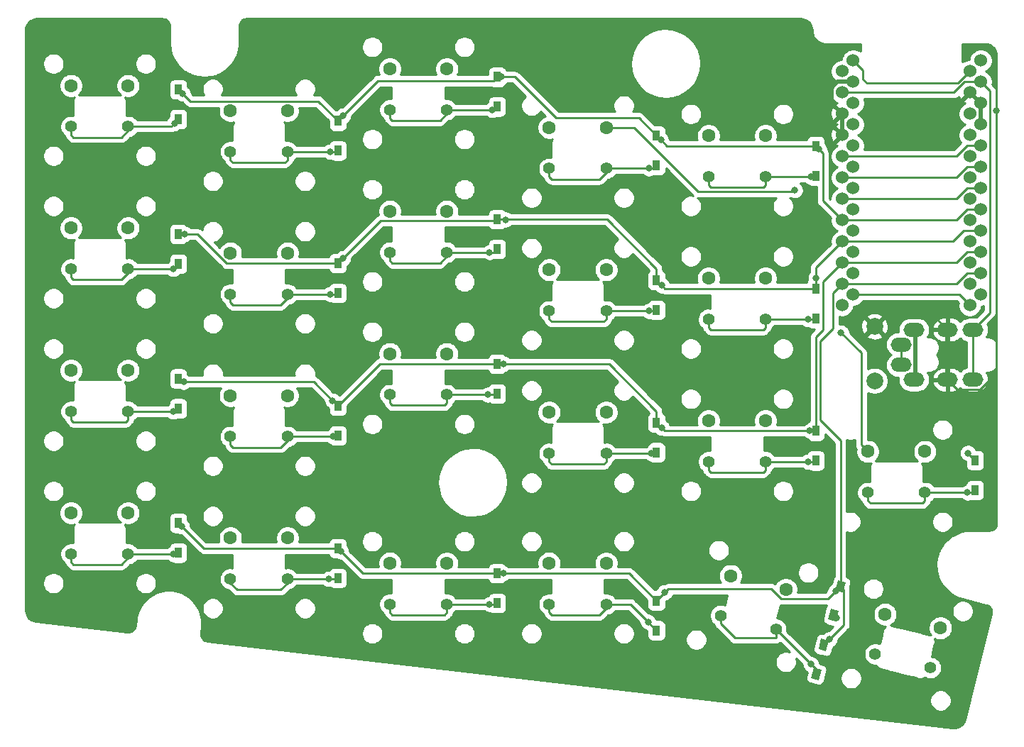
<source format=gbr>
%TF.GenerationSoftware,KiCad,Pcbnew,(5.1.0)-1*%
%TF.CreationDate,2021-02-23T00:32:09+09:00*%
%TF.ProjectId,20200129 thinkeyboardver0,32303230-3031-4323-9920-7468696e6b65,rev?*%
%TF.SameCoordinates,Original*%
%TF.FileFunction,Copper,L1,Top*%
%TF.FilePolarity,Positive*%
%FSLAX46Y46*%
G04 Gerber Fmt 4.6, Leading zero omitted, Abs format (unit mm)*
G04 Created by KiCad (PCBNEW (5.1.0)-1) date 2021-02-23 00:32:09*
%MOMM*%
%LPD*%
G04 APERTURE LIST*
%TA.AperFunction,ComponentPad*%
%ADD10C,1.600000*%
%TD*%
%TA.AperFunction,ComponentPad*%
%ADD11C,1.400000*%
%TD*%
%TA.AperFunction,ComponentPad*%
%ADD12C,2.000000*%
%TD*%
%TA.AperFunction,ComponentPad*%
%ADD13O,2.500000X1.700000*%
%TD*%
%TA.AperFunction,ComponentPad*%
%ADD14C,1.524000*%
%TD*%
%TA.AperFunction,SMDPad,CuDef*%
%ADD15R,0.950000X1.300000*%
%TD*%
%TA.AperFunction,SMDPad,CuDef*%
%ADD16C,0.950000*%
%TD*%
%TA.AperFunction,Conductor*%
%ADD17C,0.100000*%
%TD*%
%TA.AperFunction,ViaPad*%
%ADD18C,0.800000*%
%TD*%
%TA.AperFunction,Conductor*%
%ADD19C,0.250000*%
%TD*%
%TA.AperFunction,Conductor*%
%ADD20C,0.500000*%
%TD*%
%TA.AperFunction,Conductor*%
%ADD21C,0.254000*%
%TD*%
G04 APERTURE END LIST*
D10*
%TO.P,SW14,1*%
%TO.N,col3*%
X145199992Y-91999836D03*
D11*
%TO.P,SW14,2*%
%TO.N,Net-(D14-Pad2)*%
X145199992Y-96899836D03*
X152000000Y-96900000D03*
D10*
%TO.P,SW14,1*%
%TO.N,col3*%
X152000000Y-92000000D03*
%TD*%
D12*
%TO.P,SW23,1*%
%TO.N,GND*%
X184000000Y-98750000D03*
%TO.P,SW23,2*%
%TO.N,RST*%
X184000000Y-105250000D03*
%TD*%
D13*
%TO.P,J1,D*%
%TO.N,VCC*%
X188700000Y-99150000D03*
%TO.P,J1,A*%
%TO.N,Net-(J1-PadA)*%
X187200000Y-103350000D03*
%TO.P,J1,B*%
%TO.N,date*%
X195700000Y-99150000D03*
%TO.P,J1,C*%
%TO.N,GND*%
X192700000Y-99150000D03*
%TO.P,J1,B*%
%TO.N,date*%
X195700000Y-105100000D03*
%TO.P,J1,C*%
%TO.N,GND*%
X192700000Y-105100000D03*
%TO.P,J1,D*%
%TO.N,VCC*%
X188700000Y-105100000D03*
%TO.P,J1,A*%
%TO.N,Net-(J1-PadA)*%
X187200000Y-100900000D03*
%TD*%
D10*
%TO.P,SW1,1*%
%TO.N,col0*%
X88199992Y-69999836D03*
D11*
%TO.P,SW1,2*%
%TO.N,Net-(D1-Pad2)*%
X88199992Y-74899836D03*
X95000000Y-74900000D03*
D10*
%TO.P,SW1,1*%
%TO.N,col0*%
X95000000Y-70000000D03*
%TD*%
%TO.P,SW2,1*%
%TO.N,col0*%
X95000000Y-87000000D03*
D11*
%TO.P,SW2,2*%
%TO.N,Net-(D2-Pad2)*%
X95000000Y-91900000D03*
X88199992Y-91899836D03*
D10*
%TO.P,SW2,1*%
%TO.N,col0*%
X88199992Y-86999836D03*
%TD*%
%TO.P,SW3,1*%
%TO.N,col0*%
X88199992Y-103999836D03*
D11*
%TO.P,SW3,2*%
%TO.N,Net-(D3-Pad2)*%
X88199992Y-108899836D03*
X95000000Y-108900000D03*
D10*
%TO.P,SW3,1*%
%TO.N,col0*%
X95000000Y-104000000D03*
%TD*%
%TO.P,SW4,1*%
%TO.N,col0*%
X95000000Y-121000164D03*
D11*
%TO.P,SW4,2*%
%TO.N,Net-(D4-Pad2)*%
X95000000Y-125900164D03*
X88199992Y-125900000D03*
D10*
%TO.P,SW4,1*%
%TO.N,col0*%
X88199992Y-121000000D03*
%TD*%
%TO.P,SW5,1*%
%TO.N,col1*%
X107199992Y-72999836D03*
D11*
%TO.P,SW5,2*%
%TO.N,Net-(D5-Pad2)*%
X107199992Y-77899836D03*
X114000000Y-77900000D03*
D10*
%TO.P,SW5,1*%
%TO.N,col1*%
X114000000Y-73000000D03*
%TD*%
%TO.P,SW6,1*%
%TO.N,col1*%
X114000000Y-90000000D03*
D11*
%TO.P,SW6,2*%
%TO.N,Net-(D6-Pad2)*%
X114000000Y-94900000D03*
X107199992Y-94899836D03*
D10*
%TO.P,SW6,1*%
%TO.N,col1*%
X107199992Y-89999836D03*
%TD*%
%TO.P,SW7,1*%
%TO.N,col1*%
X107199992Y-106999836D03*
D11*
%TO.P,SW7,2*%
%TO.N,Net-(D7-Pad2)*%
X107199992Y-111899836D03*
X114000000Y-111900000D03*
D10*
%TO.P,SW7,1*%
%TO.N,col1*%
X114000000Y-107000000D03*
%TD*%
%TO.P,SW8,1*%
%TO.N,col1*%
X114000000Y-124000000D03*
D11*
%TO.P,SW8,2*%
%TO.N,Net-(D8-Pad2)*%
X114000000Y-128900000D03*
X107199992Y-128899836D03*
D10*
%TO.P,SW8,1*%
%TO.N,col1*%
X107199992Y-123999836D03*
%TD*%
%TO.P,SW9,1*%
%TO.N,col2*%
X126199992Y-67999836D03*
D11*
%TO.P,SW9,2*%
%TO.N,Net-(D9-Pad2)*%
X126199992Y-72899836D03*
X133000000Y-72900000D03*
D10*
%TO.P,SW9,1*%
%TO.N,col2*%
X133000000Y-68000000D03*
%TD*%
%TO.P,SW10,1*%
%TO.N,col2*%
X133000000Y-85000000D03*
D11*
%TO.P,SW10,2*%
%TO.N,Net-(D10-Pad2)*%
X133000000Y-89900000D03*
X126199992Y-89899836D03*
D10*
%TO.P,SW10,1*%
%TO.N,col2*%
X126199992Y-84999836D03*
%TD*%
%TO.P,SW11,1*%
%TO.N,col2*%
X126199992Y-101999836D03*
D11*
%TO.P,SW11,2*%
%TO.N,Net-(D11-Pad2)*%
X126199992Y-106899836D03*
X133000000Y-106900000D03*
D10*
%TO.P,SW11,1*%
%TO.N,col2*%
X133000000Y-102000000D03*
%TD*%
%TO.P,SW12,1*%
%TO.N,col2*%
X133000000Y-127000000D03*
D11*
%TO.P,SW12,2*%
%TO.N,Net-(D12-Pad2)*%
X133000000Y-131900000D03*
X126199992Y-131899836D03*
D10*
%TO.P,SW12,1*%
%TO.N,col2*%
X126199992Y-126999836D03*
%TD*%
%TO.P,SW13,1*%
%TO.N,col3*%
X152000000Y-75000000D03*
D11*
%TO.P,SW13,2*%
%TO.N,Net-(D13-Pad2)*%
X152000000Y-79900000D03*
X145199992Y-79899836D03*
D10*
%TO.P,SW13,1*%
%TO.N,col3*%
X145199992Y-74999836D03*
%TD*%
%TO.P,SW15,1*%
%TO.N,col3*%
X152000000Y-109000000D03*
D11*
%TO.P,SW15,2*%
%TO.N,Net-(D15-Pad2)*%
X152000000Y-113900000D03*
X145199992Y-113899836D03*
D10*
%TO.P,SW15,1*%
%TO.N,col3*%
X145199992Y-108999836D03*
%TD*%
%TO.P,SW16,1*%
%TO.N,col3*%
X145199992Y-126999836D03*
D11*
%TO.P,SW16,2*%
%TO.N,Net-(D16-Pad2)*%
X145199992Y-131899836D03*
X152000000Y-131900000D03*
D10*
%TO.P,SW16,1*%
%TO.N,col3*%
X152000000Y-127000000D03*
%TD*%
%TO.P,SW17,1*%
%TO.N,col4*%
X164199992Y-75999836D03*
D11*
%TO.P,SW17,2*%
%TO.N,Net-(D17-Pad2)*%
X164199992Y-80899836D03*
X171000000Y-80900000D03*
D10*
%TO.P,SW17,1*%
%TO.N,col4*%
X171000000Y-76000000D03*
%TD*%
%TO.P,SW18,1*%
%TO.N,col4*%
X171000000Y-93000000D03*
D11*
%TO.P,SW18,2*%
%TO.N,Net-(D18-Pad2)*%
X171000000Y-97900000D03*
X164199992Y-97899836D03*
D10*
%TO.P,SW18,1*%
%TO.N,col4*%
X164199992Y-92999836D03*
%TD*%
%TO.P,SW19,1*%
%TO.N,col4*%
X171000000Y-110000000D03*
D11*
%TO.P,SW19,2*%
%TO.N,Net-(D19-Pad2)*%
X171000000Y-114900000D03*
X164199992Y-114899836D03*
D10*
%TO.P,SW19,1*%
%TO.N,col4*%
X164199992Y-109999836D03*
%TD*%
%TO.P,SW21,1*%
%TO.N,col5*%
X190000000Y-113680000D03*
D11*
%TO.P,SW21,2*%
%TO.N,Net-(D21-Pad2)*%
X190000000Y-118580000D03*
X183199992Y-118579836D03*
D10*
%TO.P,SW21,1*%
%TO.N,col5*%
X183199992Y-113679836D03*
%TD*%
D14*
%TO.P,U1,24*%
%TO.N,Net-(U1-Pad24)*%
X181436400Y-67022000D03*
%TO.P,U1,23*%
%TO.N,GND*%
X181436400Y-69562000D03*
%TO.P,U1,22*%
%TO.N,RST*%
X181436400Y-72102000D03*
%TO.P,U1,21*%
%TO.N,VCC*%
X181436400Y-74642000D03*
%TO.P,U1,20*%
%TO.N,col0*%
X181436400Y-77182000D03*
%TO.P,U1,19*%
%TO.N,col1*%
X181436400Y-79722000D03*
%TO.P,U1,18*%
%TO.N,col2*%
X181436400Y-82262000D03*
%TO.P,U1,17*%
%TO.N,col3*%
X181436400Y-84802000D03*
%TO.P,U1,16*%
%TO.N,col4*%
X181436400Y-87342000D03*
%TO.P,U1,15*%
%TO.N,col5*%
X181436400Y-89882000D03*
%TO.P,U1,14*%
%TO.N,Net-(U1-Pad14)*%
X181436400Y-92422000D03*
%TO.P,U1,13*%
%TO.N,Net-(U1-Pad13)*%
X181436400Y-94962000D03*
%TO.P,U1,12*%
%TO.N,Net-(U1-Pad12)*%
X196656400Y-94962000D03*
%TO.P,U1,11*%
%TO.N,row4*%
X196656400Y-92422000D03*
%TO.P,U1,10*%
%TO.N,row3*%
X196656400Y-89882000D03*
%TO.P,U1,9*%
%TO.N,row2*%
X196656400Y-87342000D03*
%TO.P,U1,8*%
%TO.N,row1*%
X196656400Y-84802000D03*
%TO.P,U1,7*%
%TO.N,Net-(U1-Pad7)*%
X196656400Y-82262000D03*
%TO.P,U1,6*%
%TO.N,Net-(U1-Pad6)*%
X196656400Y-79722000D03*
%TO.P,U1,5*%
%TO.N,Net-(U1-Pad5)*%
X196656400Y-77182000D03*
%TO.P,U1,4*%
%TO.N,GND*%
X196656400Y-74642000D03*
%TO.P,U1,3*%
X196656400Y-72102000D03*
%TO.P,U1,2*%
%TO.N,date*%
X196656400Y-69562000D03*
%TO.P,U1,1*%
%TO.N,Net-(U1-Pad1)*%
X196656400Y-67022000D03*
X180110000Y-68292000D03*
%TO.P,U1,2*%
%TO.N,date*%
X180110000Y-70832000D03*
%TO.P,U1,3*%
%TO.N,GND*%
X180110000Y-73372000D03*
%TO.P,U1,4*%
X180110000Y-75912000D03*
%TO.P,U1,5*%
%TO.N,Net-(U1-Pad5)*%
X180110000Y-78452000D03*
%TO.P,U1,6*%
%TO.N,Net-(U1-Pad6)*%
X180110000Y-80992000D03*
%TO.P,U1,7*%
%TO.N,Net-(U1-Pad7)*%
X180110000Y-83532000D03*
%TO.P,U1,8*%
%TO.N,row1*%
X180110000Y-86072000D03*
%TO.P,U1,9*%
%TO.N,row2*%
X180110000Y-88612000D03*
%TO.P,U1,10*%
%TO.N,row3*%
X180110000Y-91152000D03*
%TO.P,U1,11*%
%TO.N,row4*%
X180110000Y-93692000D03*
%TO.P,U1,12*%
%TO.N,Net-(U1-Pad12)*%
X180110000Y-96232000D03*
%TO.P,U1,13*%
%TO.N,Net-(U1-Pad13)*%
X195350000Y-96232000D03*
%TO.P,U1,14*%
%TO.N,Net-(U1-Pad14)*%
X195350000Y-93692000D03*
%TO.P,U1,15*%
%TO.N,col5*%
X195350000Y-91152000D03*
%TO.P,U1,16*%
%TO.N,col4*%
X195350000Y-88612000D03*
%TO.P,U1,17*%
%TO.N,col3*%
X195350000Y-86072000D03*
%TO.P,U1,18*%
%TO.N,col2*%
X195350000Y-83532000D03*
%TO.P,U1,19*%
%TO.N,col1*%
X195350000Y-80992000D03*
%TO.P,U1,20*%
%TO.N,col0*%
X195350000Y-78452000D03*
%TO.P,U1,21*%
%TO.N,VCC*%
X195350000Y-75912000D03*
%TO.P,U1,22*%
%TO.N,RST*%
X195350000Y-73372000D03*
%TO.P,U1,23*%
%TO.N,GND*%
X195350000Y-70832000D03*
%TO.P,U1,24*%
%TO.N,Net-(U1-Pad24)*%
X195350000Y-68292000D03*
%TD*%
D10*
%TO.P,SW20,1*%
%TO.N,col4*%
X166823224Y-128498843D03*
D11*
%TO.P,SW20,2*%
%TO.N,Net-(D20-Pad2)*%
X165637807Y-133253292D03*
X172235786Y-134898522D03*
D10*
%TO.P,SW20,1*%
%TO.N,col4*%
X173421203Y-130144073D03*
%TD*%
%TO.P,SW22,1*%
%TO.N,col5*%
X191856822Y-134740589D03*
D11*
%TO.P,SW22,2*%
%TO.N,Net-(D22-Pad2)*%
X190671405Y-139495038D03*
X184073426Y-137849808D03*
D10*
%TO.P,SW22,1*%
%TO.N,col5*%
X185258843Y-133095359D03*
%TD*%
D15*
%TO.P,D1,2*%
%TO.N,Net-(D1-Pad2)*%
X101000000Y-74025000D03*
%TO.P,D1,1*%
%TO.N,row1*%
X101000000Y-70475000D03*
%TD*%
%TO.P,D2,2*%
%TO.N,Net-(D2-Pad2)*%
X101000000Y-91275000D03*
%TO.P,D2,1*%
%TO.N,row2*%
X101000000Y-87725000D03*
%TD*%
%TO.P,D3,1*%
%TO.N,row3*%
X101000000Y-104975000D03*
%TO.P,D3,2*%
%TO.N,Net-(D3-Pad2)*%
X101000000Y-108525000D03*
%TD*%
%TO.P,D4,1*%
%TO.N,row4*%
X101000000Y-122225000D03*
%TO.P,D4,2*%
%TO.N,Net-(D4-Pad2)*%
X101000000Y-125775000D03*
%TD*%
%TO.P,D5,1*%
%TO.N,row1*%
X120000000Y-74225000D03*
%TO.P,D5,2*%
%TO.N,Net-(D5-Pad2)*%
X120000000Y-77775000D03*
%TD*%
%TO.P,D6,1*%
%TO.N,row2*%
X120000000Y-91225000D03*
%TO.P,D6,2*%
%TO.N,Net-(D6-Pad2)*%
X120000000Y-94775000D03*
%TD*%
%TO.P,D7,1*%
%TO.N,row3*%
X120000000Y-108225000D03*
%TO.P,D7,2*%
%TO.N,Net-(D7-Pad2)*%
X120000000Y-111775000D03*
%TD*%
%TO.P,D8,1*%
%TO.N,row4*%
X120000000Y-125225000D03*
%TO.P,D8,2*%
%TO.N,Net-(D8-Pad2)*%
X120000000Y-128775000D03*
%TD*%
%TO.P,D9,2*%
%TO.N,Net-(D9-Pad2)*%
X139000000Y-72525000D03*
%TO.P,D9,1*%
%TO.N,row1*%
X139000000Y-68975000D03*
%TD*%
%TO.P,D10,2*%
%TO.N,Net-(D10-Pad2)*%
X139000000Y-89525000D03*
%TO.P,D10,1*%
%TO.N,row2*%
X139000000Y-85975000D03*
%TD*%
%TO.P,D11,1*%
%TO.N,row3*%
X139000000Y-103225000D03*
%TO.P,D11,2*%
%TO.N,Net-(D11-Pad2)*%
X139000000Y-106775000D03*
%TD*%
%TO.P,D12,2*%
%TO.N,Net-(D12-Pad2)*%
X139000000Y-131775000D03*
%TO.P,D12,1*%
%TO.N,row4*%
X139000000Y-128225000D03*
%TD*%
%TO.P,D13,2*%
%TO.N,Net-(D13-Pad2)*%
X158000000Y-79525000D03*
%TO.P,D13,1*%
%TO.N,row1*%
X158000000Y-75975000D03*
%TD*%
%TO.P,D14,1*%
%TO.N,row2*%
X158000000Y-93225000D03*
%TO.P,D14,2*%
%TO.N,Net-(D14-Pad2)*%
X158000000Y-96775000D03*
%TD*%
%TO.P,D15,2*%
%TO.N,Net-(D15-Pad2)*%
X158000000Y-113775000D03*
%TO.P,D15,1*%
%TO.N,row3*%
X158000000Y-110225000D03*
%TD*%
%TO.P,D16,1*%
%TO.N,row4*%
X158000000Y-131475000D03*
%TO.P,D16,2*%
%TO.N,Net-(D16-Pad2)*%
X158000000Y-135025000D03*
%TD*%
%TO.P,D17,2*%
%TO.N,Net-(D17-Pad2)*%
X177000000Y-80775000D03*
%TO.P,D17,1*%
%TO.N,row1*%
X177000000Y-77225000D03*
%TD*%
%TO.P,D18,1*%
%TO.N,row2*%
X177000000Y-94225000D03*
%TO.P,D18,2*%
%TO.N,Net-(D18-Pad2)*%
X177000000Y-97775000D03*
%TD*%
%TO.P,D19,1*%
%TO.N,row3*%
X177000000Y-111225000D03*
%TO.P,D19,2*%
%TO.N,Net-(D19-Pad2)*%
X177000000Y-114775000D03*
%TD*%
D16*
%TO.P,D20,2*%
%TO.N,Net-(D20-Pad2)*%
X177070589Y-140222275D03*
D17*
%TD*%
%TO.N,Net-(D20-Pad2)*%
%TO.C,D20*%
G36*
X176766948Y-139476670D02*
G01*
X177688729Y-139706496D01*
X177374230Y-140967880D01*
X176452449Y-140738054D01*
X176766948Y-139476670D01*
X176766948Y-139476670D01*
G37*
D16*
%TO.P,D20,1*%
%TO.N,row4*%
X177929411Y-136777725D03*
D17*
%TD*%
%TO.N,row4*%
%TO.C,D20*%
G36*
X177625770Y-136032120D02*
G01*
X178547551Y-136261946D01*
X178233052Y-137523330D01*
X177311271Y-137293504D01*
X177625770Y-136032120D01*
X177625770Y-136032120D01*
G37*
D15*
%TO.P,D21,2*%
%TO.N,Net-(D21-Pad2)*%
X196000000Y-118275000D03*
%TO.P,D21,1*%
%TO.N,row3*%
X196000000Y-114725000D03*
%TD*%
D16*
%TO.P,D22,2*%
%TO.N,Net-(D22-Pad2)*%
X179070589Y-133222275D03*
D17*
%TD*%
%TO.N,Net-(D22-Pad2)*%
%TO.C,D22*%
G36*
X178766948Y-132476670D02*
G01*
X179688729Y-132706496D01*
X179374230Y-133967880D01*
X178452449Y-133738054D01*
X178766948Y-132476670D01*
X178766948Y-132476670D01*
G37*
D16*
%TO.P,D22,1*%
%TO.N,row4*%
X179929411Y-129777725D03*
D17*
%TD*%
%TO.N,row4*%
%TO.C,D22*%
G36*
X179625770Y-129032120D02*
G01*
X180547551Y-129261946D01*
X180233052Y-130523330D01*
X179311271Y-130293504D01*
X179625770Y-129032120D01*
X179625770Y-129032120D01*
G37*
D18*
%TO.N,Net-(D1-Pad2)*%
X100512500Y-74512500D03*
%TO.N,row1*%
X101512500Y-70987500D03*
X120612500Y-73612500D03*
X139525000Y-68975000D03*
X158512500Y-76487500D03*
X177387500Y-77612500D03*
%TO.N,row2*%
X101725000Y-87725000D03*
X120612500Y-90612500D03*
X140000000Y-86000000D03*
X158637500Y-93862500D03*
X177000000Y-93000000D03*
%TO.N,Net-(D2-Pad2)*%
X100387500Y-91887500D03*
%TO.N,row3*%
X101624999Y-105375001D03*
X119387500Y-107612500D03*
X139775000Y-103225000D03*
X158637500Y-110862500D03*
X176275000Y-111225000D03*
X195137500Y-113862500D03*
%TO.N,Net-(D3-Pad2)*%
X100400000Y-108900000D03*
%TO.N,row4*%
X101387500Y-122612500D03*
X120387500Y-125612500D03*
X139725000Y-128225000D03*
X158987500Y-130487500D03*
X178603568Y-136103568D03*
X179353568Y-130353568D03*
%TO.N,Net-(D4-Pad2)*%
X100400164Y-125900164D03*
%TO.N,Net-(D5-Pad2)*%
X119100000Y-77900000D03*
%TO.N,Net-(D6-Pad2)*%
X119100000Y-94900000D03*
%TO.N,Net-(D7-Pad2)*%
X119400000Y-111900000D03*
%TO.N,Net-(D8-Pad2)*%
X118900000Y-128900000D03*
%TO.N,Net-(D9-Pad2)*%
X138400000Y-72900000D03*
%TO.N,Net-(D10-Pad2)*%
X138100000Y-89900000D03*
%TO.N,Net-(D11-Pad2)*%
X137900000Y-106900000D03*
%TO.N,Net-(D12-Pad2)*%
X138100000Y-131900000D03*
%TO.N,Net-(D13-Pad2)*%
X157100000Y-79900000D03*
%TO.N,Net-(D14-Pad2)*%
X157100000Y-96900000D03*
%TO.N,Net-(D15-Pad2)*%
X157400000Y-113900000D03*
%TO.N,Net-(D16-Pad2)*%
X156987500Y-134012500D03*
%TO.N,Net-(D17-Pad2)*%
X176400000Y-80900000D03*
%TO.N,Net-(D18-Pad2)*%
X176100000Y-97900000D03*
%TO.N,Net-(D19-Pad2)*%
X176100000Y-114900000D03*
%TO.N,Net-(D20-Pad2)*%
X176418632Y-139081368D03*
%TO.N,Net-(D21-Pad2)*%
X195080000Y-118580000D03*
%TO.N,Net-(D22-Pad2)*%
X179424157Y-133575843D03*
%TO.N,GND*%
X198500000Y-73000000D03*
X167500000Y-87000000D03*
%TO.N,col3*%
X174500000Y-82500000D03*
%TO.N,col5*%
X180000000Y-99500000D03*
%TD*%
D19*
%TO.N,Net-(D1-Pad2)*%
X95000000Y-75371765D02*
X95000000Y-74900000D01*
X94196755Y-76175010D02*
X95000000Y-75371765D01*
X88485217Y-76175010D02*
X94196755Y-76175010D01*
X88199992Y-75889785D02*
X88485217Y-76175010D01*
X88199992Y-74899836D02*
X88199992Y-75889785D01*
X95000000Y-74900000D02*
X100125000Y-74900000D01*
X100512500Y-74512500D02*
X101000000Y-74025000D01*
X100125000Y-74900000D02*
X100512500Y-74512500D01*
%TO.N,row1*%
X177825001Y-83787001D02*
X177825001Y-78050001D01*
X180110000Y-86072000D02*
X177825001Y-83787001D01*
X195011238Y-84802000D02*
X196656400Y-84802000D01*
X193741238Y-86072000D02*
X195011238Y-84802000D01*
X180110000Y-86072000D02*
X193741238Y-86072000D01*
X177000000Y-77225000D02*
X159250000Y-77225000D01*
X146017993Y-73874835D02*
X141118158Y-68975000D01*
X155899835Y-73874835D02*
X146017993Y-73874835D01*
X158000000Y-75975000D02*
X155899835Y-73874835D01*
X117649835Y-71874835D02*
X102399835Y-71874835D01*
X120000000Y-74225000D02*
X117649835Y-71874835D01*
X138550010Y-69424990D02*
X139000000Y-68975000D01*
X124800010Y-69424990D02*
X138550010Y-69424990D01*
X101512500Y-70987500D02*
X101000000Y-70475000D01*
X102399835Y-71874835D02*
X101512500Y-70987500D01*
X120612500Y-73612500D02*
X124800010Y-69424990D01*
X120000000Y-74225000D02*
X120612500Y-73612500D01*
X139525000Y-68975000D02*
X139000000Y-68975000D01*
X141118158Y-68975000D02*
X139525000Y-68975000D01*
X158512500Y-76487500D02*
X158000000Y-75975000D01*
X159250000Y-77225000D02*
X158512500Y-76487500D01*
X177387500Y-77612500D02*
X177000000Y-77225000D01*
X177825001Y-78050001D02*
X177387500Y-77612500D01*
%TO.N,row2*%
X180110000Y-88612000D02*
X177000000Y-91722000D01*
X194658000Y-87342000D02*
X196656400Y-87342000D01*
X193388000Y-88612000D02*
X194658000Y-87342000D01*
X180110000Y-88612000D02*
X193388000Y-88612000D01*
X177000000Y-94225000D02*
X159000000Y-94225000D01*
X152118002Y-85975000D02*
X139000000Y-85975000D01*
X158000000Y-91856998D02*
X152118002Y-85975000D01*
X158000000Y-93225000D02*
X158000000Y-91856998D01*
X138849999Y-86125001D02*
X125099999Y-86125001D01*
X139000000Y-85975000D02*
X138849999Y-86125001D01*
X106760154Y-91225000D02*
X103260154Y-87725000D01*
X120000000Y-91225000D02*
X106760154Y-91225000D01*
X101725000Y-87725000D02*
X101000000Y-87725000D01*
X103260154Y-87725000D02*
X101725000Y-87725000D01*
X120612500Y-90612500D02*
X120000000Y-91225000D01*
X125099999Y-86125001D02*
X120612500Y-90612500D01*
X158637500Y-93862500D02*
X158000000Y-93225000D01*
X159000000Y-94225000D02*
X158637500Y-93862500D01*
X177000000Y-93000000D02*
X177000000Y-94225000D01*
X177000000Y-91722000D02*
X177000000Y-93000000D01*
%TO.N,Net-(D2-Pad2)*%
X95000000Y-92371765D02*
X95000000Y-91900000D01*
X94196755Y-93175010D02*
X95000000Y-92371765D01*
X88485217Y-93175010D02*
X94196755Y-93175010D01*
X88199992Y-92889785D02*
X88485217Y-93175010D01*
X88199992Y-91899836D02*
X88199992Y-92889785D01*
X95000000Y-91900000D02*
X100375000Y-91900000D01*
X100387500Y-91887500D02*
X101000000Y-91275000D01*
X100375000Y-91900000D02*
X100387500Y-91887500D01*
%TO.N,row3*%
X177838127Y-93423873D02*
X177838127Y-99161873D01*
X180110000Y-91152000D02*
X177838127Y-93423873D01*
X177000000Y-100000000D02*
X177000000Y-111225000D01*
X177838127Y-99161873D02*
X177000000Y-100000000D01*
X195011238Y-89882000D02*
X196656400Y-89882000D01*
X193741238Y-91152000D02*
X195011238Y-89882000D01*
X180110000Y-91152000D02*
X193741238Y-91152000D01*
X158000000Y-108856998D02*
X152368002Y-103225000D01*
X158000000Y-110225000D02*
X158000000Y-108856998D01*
X125000000Y-103225000D02*
X120000000Y-108225000D01*
X139000000Y-103225000D02*
X125000000Y-103225000D01*
X101400001Y-105375001D02*
X101000000Y-104975000D01*
X101624999Y-105375001D02*
X101400001Y-105375001D01*
X117150001Y-105375001D02*
X101624999Y-105375001D01*
X119387500Y-107612500D02*
X117150001Y-105375001D01*
X120000000Y-108225000D02*
X119387500Y-107612500D01*
X139775000Y-103225000D02*
X139000000Y-103225000D01*
X152368002Y-103225000D02*
X139775000Y-103225000D01*
X158637500Y-110862500D02*
X158000000Y-110225000D01*
X159000000Y-111225000D02*
X158637500Y-110862500D01*
X176275000Y-111225000D02*
X159000000Y-111225000D01*
X177000000Y-111225000D02*
X176275000Y-111225000D01*
X196000000Y-114725000D02*
X195137500Y-113862500D01*
%TO.N,Net-(D3-Pad2)*%
X95000000Y-109889949D02*
X95000000Y-108900000D01*
X94714939Y-110175010D02*
X95000000Y-109889949D01*
X88485217Y-110175010D02*
X94714939Y-110175010D01*
X88199992Y-109889785D02*
X88485217Y-110175010D01*
X88199992Y-108899836D02*
X88199992Y-109889785D01*
X100625000Y-108900000D02*
X101000000Y-108525000D01*
X100400000Y-108900000D02*
X100625000Y-108900000D01*
X95000000Y-108900000D02*
X100400000Y-108900000D01*
%TO.N,row4*%
X179022999Y-94779001D02*
X179022999Y-98977001D01*
X180110000Y-93692000D02*
X179022999Y-94779001D01*
X179022999Y-98977001D02*
X177500000Y-100500000D01*
X179929411Y-112369409D02*
X179929411Y-129777725D01*
X177500000Y-109939998D02*
X179929411Y-112369409D01*
X177500000Y-100500000D02*
X177500000Y-109939998D01*
X180341878Y-130190192D02*
X180341878Y-134365258D01*
X179929411Y-129777725D02*
X180341878Y-130190192D01*
X139000000Y-128225000D02*
X123000000Y-128225000D01*
X120000000Y-125225000D02*
X104000000Y-125225000D01*
X195078000Y-92422000D02*
X196656400Y-92422000D01*
X193808000Y-93692000D02*
X195078000Y-92422000D01*
X180110000Y-93692000D02*
X193808000Y-93692000D01*
X154750000Y-128225000D02*
X158000000Y-131475000D01*
X172881202Y-131269074D02*
X178438062Y-131269074D01*
X171688116Y-130075988D02*
X172881202Y-131269074D01*
X159399012Y-130075988D02*
X171688116Y-130075988D01*
X101387500Y-122612500D02*
X101000000Y-122225000D01*
X104000000Y-125225000D02*
X101387500Y-122612500D01*
X120387500Y-125612500D02*
X120000000Y-125225000D01*
X123000000Y-128225000D02*
X120387500Y-125612500D01*
X139725000Y-128225000D02*
X154750000Y-128225000D01*
X139000000Y-128225000D02*
X139725000Y-128225000D01*
X158987500Y-130487500D02*
X159399012Y-130075988D01*
X158000000Y-131475000D02*
X158987500Y-130487500D01*
X178603568Y-136103568D02*
X177929411Y-136777725D01*
X180341878Y-134365258D02*
X178603568Y-136103568D01*
X179353568Y-130353568D02*
X179929411Y-129777725D01*
X178438062Y-131269074D02*
X179353568Y-130353568D01*
%TO.N,Net-(D4-Pad2)*%
X95000000Y-126371929D02*
X95000000Y-125900164D01*
X94196755Y-127175174D02*
X95000000Y-126371929D01*
X88485217Y-127175174D02*
X94196755Y-127175174D01*
X88199992Y-126889949D02*
X88485217Y-127175174D01*
X88199992Y-125900000D02*
X88199992Y-126889949D01*
X100874836Y-125900164D02*
X101000000Y-125775000D01*
X100400164Y-125900164D02*
X100874836Y-125900164D01*
X95000000Y-125900164D02*
X100400164Y-125900164D01*
%TO.N,Net-(D5-Pad2)*%
X114000000Y-78889949D02*
X114000000Y-77900000D01*
X113714939Y-79175010D02*
X114000000Y-78889949D01*
X107485217Y-79175010D02*
X113714939Y-79175010D01*
X107199992Y-78889785D02*
X107485217Y-79175010D01*
X107199992Y-77899836D02*
X107199992Y-78889785D01*
X119875000Y-77900000D02*
X120000000Y-77775000D01*
X119100000Y-77900000D02*
X119875000Y-77900000D01*
X114000000Y-77900000D02*
X119100000Y-77900000D01*
%TO.N,Net-(D6-Pad2)*%
X114000000Y-95371765D02*
X114000000Y-94900000D01*
X113196755Y-96175010D02*
X114000000Y-95371765D01*
X107485217Y-96175010D02*
X113196755Y-96175010D01*
X107199992Y-95889785D02*
X107485217Y-96175010D01*
X107199992Y-94899836D02*
X107199992Y-95889785D01*
X119875000Y-94900000D02*
X120000000Y-94775000D01*
X119100000Y-94900000D02*
X119875000Y-94900000D01*
X114000000Y-94900000D02*
X119100000Y-94900000D01*
%TO.N,Net-(D7-Pad2)*%
X114000000Y-112371765D02*
X114000000Y-111900000D01*
X113196755Y-113175010D02*
X114000000Y-112371765D01*
X107485217Y-113175010D02*
X113196755Y-113175010D01*
X107199992Y-112889785D02*
X107485217Y-113175010D01*
X107199992Y-111899836D02*
X107199992Y-112889785D01*
X119875000Y-111900000D02*
X120000000Y-111775000D01*
X119400000Y-111900000D02*
X119875000Y-111900000D01*
X114000000Y-111900000D02*
X119400000Y-111900000D01*
%TO.N,Net-(D8-Pad2)*%
X114000000Y-129371765D02*
X114000000Y-128900000D01*
X108003245Y-130175010D02*
X113196755Y-130175010D01*
X107199992Y-129371757D02*
X108003245Y-130175010D01*
X113196755Y-130175010D02*
X114000000Y-129371765D01*
X107199992Y-128899836D02*
X107199992Y-129371757D01*
X119875000Y-128900000D02*
X120000000Y-128775000D01*
X118900000Y-128900000D02*
X119875000Y-128900000D01*
X114000000Y-128900000D02*
X118900000Y-128900000D01*
%TO.N,Net-(D9-Pad2)*%
X132196755Y-74175010D02*
X133000000Y-73371765D01*
X126485217Y-74175010D02*
X132196755Y-74175010D01*
X133000000Y-73371765D02*
X133000000Y-72900000D01*
X126199992Y-73889785D02*
X126485217Y-74175010D01*
X126199992Y-72899836D02*
X126199992Y-73889785D01*
X138625000Y-72900000D02*
X139000000Y-72525000D01*
X138400000Y-72900000D02*
X138625000Y-72900000D01*
X133000000Y-72900000D02*
X138400000Y-72900000D01*
%TO.N,Net-(D10-Pad2)*%
X133000000Y-90371765D02*
X133000000Y-89900000D01*
X132196755Y-91175010D02*
X133000000Y-90371765D01*
X126485217Y-91175010D02*
X132196755Y-91175010D01*
X126199992Y-90889785D02*
X126485217Y-91175010D01*
X126199992Y-89899836D02*
X126199992Y-90889785D01*
X138625000Y-89900000D02*
X139000000Y-89525000D01*
X138100000Y-89900000D02*
X138625000Y-89900000D01*
X133000000Y-89900000D02*
X138100000Y-89900000D01*
%TO.N,Net-(D11-Pad2)*%
X133000000Y-107889949D02*
X133000000Y-106900000D01*
X132714939Y-108175010D02*
X133000000Y-107889949D01*
X126485217Y-108175010D02*
X132714939Y-108175010D01*
X126199992Y-107889785D02*
X126485217Y-108175010D01*
X126199992Y-106899836D02*
X126199992Y-107889785D01*
X138875000Y-106900000D02*
X139000000Y-106775000D01*
X137900000Y-106900000D02*
X138875000Y-106900000D01*
X133000000Y-106900000D02*
X137900000Y-106900000D01*
%TO.N,Net-(D12-Pad2)*%
X133000000Y-132889949D02*
X133000000Y-131900000D01*
X126485217Y-133175010D02*
X132714939Y-133175010D01*
X126199992Y-132889785D02*
X126485217Y-133175010D01*
X132714939Y-133175010D02*
X133000000Y-132889949D01*
X126199992Y-131899836D02*
X126199992Y-132889785D01*
X138875000Y-131900000D02*
X139000000Y-131775000D01*
X138100000Y-131900000D02*
X138875000Y-131900000D01*
X133000000Y-131900000D02*
X138100000Y-131900000D01*
%TO.N,Net-(D13-Pad2)*%
X152000000Y-80371765D02*
X152000000Y-79900000D01*
X145485217Y-81175010D02*
X151196755Y-81175010D01*
X151196755Y-81175010D02*
X152000000Y-80371765D01*
X145199992Y-80889785D02*
X145485217Y-81175010D01*
X145199992Y-79899836D02*
X145199992Y-80889785D01*
X157625000Y-79900000D02*
X158000000Y-79525000D01*
X157100000Y-79900000D02*
X157625000Y-79900000D01*
X152000000Y-79900000D02*
X157100000Y-79900000D01*
%TO.N,Net-(D14-Pad2)*%
X152000000Y-97889949D02*
X152000000Y-96900000D01*
X151714939Y-98175010D02*
X152000000Y-97889949D01*
X145485217Y-98175010D02*
X151714939Y-98175010D01*
X145199992Y-97889785D02*
X145485217Y-98175010D01*
X145199992Y-96899836D02*
X145199992Y-97889785D01*
X157875000Y-96900000D02*
X158000000Y-96775000D01*
X157100000Y-96900000D02*
X157875000Y-96900000D01*
X152000000Y-96900000D02*
X157100000Y-96900000D01*
%TO.N,Net-(D15-Pad2)*%
X152000000Y-114889949D02*
X152000000Y-113900000D01*
X151714939Y-115175010D02*
X152000000Y-114889949D01*
X145485217Y-115175010D02*
X151714939Y-115175010D01*
X145199992Y-114889785D02*
X145485217Y-115175010D01*
X145199992Y-113899836D02*
X145199992Y-114889785D01*
X157875000Y-113900000D02*
X158000000Y-113775000D01*
X157400000Y-113900000D02*
X157875000Y-113900000D01*
X152000000Y-113900000D02*
X157400000Y-113900000D01*
%TO.N,Net-(D16-Pad2)*%
X152000000Y-132371765D02*
X152000000Y-131900000D01*
X151196755Y-133175010D02*
X152000000Y-132371765D01*
X145485217Y-133175010D02*
X151196755Y-133175010D01*
X145199992Y-132889785D02*
X145485217Y-133175010D01*
X145199992Y-131899836D02*
X145199992Y-132889785D01*
X152000000Y-131900000D02*
X154875000Y-131900000D01*
X156987500Y-134012500D02*
X158000000Y-135025000D01*
X154875000Y-131900000D02*
X156987500Y-134012500D01*
%TO.N,Net-(D17-Pad2)*%
X171000000Y-81889949D02*
X171000000Y-80900000D01*
X170714939Y-82175010D02*
X171000000Y-81889949D01*
X164485217Y-82175010D02*
X170714939Y-82175010D01*
X164199992Y-81889785D02*
X164485217Y-82175010D01*
X164199992Y-80899836D02*
X164199992Y-81889785D01*
X176875000Y-80900000D02*
X177000000Y-80775000D01*
X176400000Y-80900000D02*
X176875000Y-80900000D01*
X171000000Y-80900000D02*
X176400000Y-80900000D01*
%TO.N,Net-(D18-Pad2)*%
X171000000Y-98889949D02*
X171000000Y-97900000D01*
X164485217Y-99175010D02*
X170714939Y-99175010D01*
X164199992Y-98889785D02*
X164485217Y-99175010D01*
X170714939Y-99175010D02*
X171000000Y-98889949D01*
X164199992Y-97899836D02*
X164199992Y-98889785D01*
X176875000Y-97900000D02*
X177000000Y-97775000D01*
X176100000Y-97900000D02*
X176875000Y-97900000D01*
X171000000Y-97900000D02*
X176100000Y-97900000D01*
%TO.N,Net-(D19-Pad2)*%
X171000000Y-115889949D02*
X171000000Y-114900000D01*
X170714939Y-116175010D02*
X171000000Y-115889949D01*
X164485217Y-116175010D02*
X170714939Y-116175010D01*
X164199992Y-115889785D02*
X164485217Y-116175010D01*
X164199992Y-114899836D02*
X164199992Y-115889785D01*
X176875000Y-114900000D02*
X177000000Y-114775000D01*
X176100000Y-114900000D02*
X176875000Y-114900000D01*
X171000000Y-114900000D02*
X176100000Y-114900000D01*
%TO.N,Net-(D20-Pad2)*%
X172235786Y-135888471D02*
X172235786Y-134898522D01*
X172182921Y-135941336D02*
X172235786Y-135888471D01*
X167335902Y-135941336D02*
X172182921Y-135941336D01*
X165637807Y-134243241D02*
X167335902Y-135941336D01*
X165637807Y-133253292D02*
X165637807Y-134243241D01*
X177070589Y-139733325D02*
X177070589Y-140222275D01*
X176418632Y-139081368D02*
X177070589Y-139733325D01*
X172235786Y-134898522D02*
X176418632Y-139081368D01*
%TO.N,Net-(D21-Pad2)*%
X190000000Y-119569949D02*
X190000000Y-118580000D01*
X189714939Y-119855010D02*
X190000000Y-119569949D01*
X183485217Y-119855010D02*
X189714939Y-119855010D01*
X183199992Y-119569785D02*
X183485217Y-119855010D01*
X183199992Y-118579836D02*
X183199992Y-119569785D01*
X195695000Y-118580000D02*
X196000000Y-118275000D01*
X195080000Y-118580000D02*
X195695000Y-118580000D01*
X190000000Y-118580000D02*
X195080000Y-118580000D01*
%TO.N,Net-(D22-Pad2)*%
X179070589Y-133222275D02*
X179424157Y-133575843D01*
D20*
%TO.N,VCC*%
X188900010Y-99350010D02*
X188900010Y-104899990D01*
X188900010Y-104899990D02*
X188700000Y-105100000D01*
X188700000Y-99150000D02*
X188900010Y-99350010D01*
D19*
%TO.N,Net-(J1-PadA)*%
X187200000Y-100900000D02*
X187200000Y-103350000D01*
%TO.N,date*%
X193446410Y-70832000D02*
X180110000Y-70832000D01*
X194716410Y-69562000D02*
X193446410Y-70832000D01*
X196656400Y-69562000D02*
X194716410Y-69562000D01*
X195700000Y-99150000D02*
X195700000Y-105100000D01*
X197743401Y-97106599D02*
X195700000Y-99150000D01*
X197743401Y-70649001D02*
X197743401Y-97106599D01*
X196656400Y-69562000D02*
X197743401Y-70649001D01*
D20*
%TO.N,GND*%
X196656400Y-72102000D02*
X196656400Y-74642000D01*
X178897999Y-72159999D02*
X180110000Y-73372000D01*
X178897999Y-70250239D02*
X178897999Y-72159999D01*
X179586238Y-69562000D02*
X178897999Y-70250239D01*
X181436400Y-69562000D02*
X179586238Y-69562000D01*
X180110000Y-73372000D02*
X180110000Y-75912000D01*
X192700000Y-99150000D02*
X192700000Y-105100000D01*
D19*
X191300001Y-97750001D02*
X192700000Y-99150000D01*
X184999999Y-97750001D02*
X191300001Y-97750001D01*
X184000000Y-98750000D02*
X184999999Y-97750001D01*
X193875010Y-106275010D02*
X192700000Y-105100000D01*
X196586705Y-106275010D02*
X193875010Y-106275010D01*
X198500000Y-104361715D02*
X196586705Y-106275010D01*
X198500000Y-73000000D02*
X198500000Y-104361715D01*
%TO.N,col3*%
X174374981Y-82625019D02*
X174500000Y-82500000D01*
X162940017Y-82625019D02*
X174374981Y-82625019D01*
X155314998Y-75000000D02*
X162940017Y-82625019D01*
X152000000Y-75000000D02*
X155314998Y-75000000D01*
%TO.N,col5*%
X182399993Y-101899993D02*
X180000000Y-99500000D01*
X182399993Y-112879837D02*
X182399993Y-101899993D01*
X183199992Y-113679836D02*
X182399993Y-112879837D01*
%TO.N,Net-(U1-Pad24)*%
X193916990Y-69725010D02*
X195350000Y-68292000D01*
X183108267Y-69725010D02*
X193916990Y-69725010D01*
X182624990Y-69241733D02*
X183108267Y-69725010D01*
X182624990Y-68210590D02*
X182624990Y-69241733D01*
X181436400Y-67022000D02*
X182624990Y-68210590D01*
%TO.N,Net-(U1-Pad13)*%
X194080000Y-94962000D02*
X195350000Y-96232000D01*
X181436400Y-94962000D02*
X194080000Y-94962000D01*
%TO.N,Net-(U1-Pad7)*%
X195011238Y-82262000D02*
X196656400Y-82262000D01*
X193741238Y-83532000D02*
X195011238Y-82262000D01*
X180110000Y-83532000D02*
X193741238Y-83532000D01*
%TO.N,Net-(U1-Pad6)*%
X195011238Y-79722000D02*
X196656400Y-79722000D01*
X193741238Y-80992000D02*
X195011238Y-79722000D01*
X180110000Y-80992000D02*
X193741238Y-80992000D01*
%TO.N,Net-(U1-Pad5)*%
X195011238Y-77182000D02*
X196656400Y-77182000D01*
X193741238Y-78452000D02*
X195011238Y-77182000D01*
X180110000Y-78452000D02*
X193741238Y-78452000D01*
%TD*%
D21*
%TO.N,GND*%
G36*
X99262540Y-62054102D02*
G01*
X99418894Y-62101308D01*
X99563096Y-62177982D01*
X99689663Y-62281207D01*
X99793769Y-62407051D01*
X99871447Y-62550711D01*
X99919742Y-62706729D01*
X99940000Y-62899473D01*
X99940001Y-64907419D01*
X99940226Y-64909704D01*
X99940357Y-64928473D01*
X99943491Y-64958292D01*
X99943491Y-64988273D01*
X99944454Y-64997437D01*
X100020596Y-65676260D01*
X100033029Y-65734749D01*
X100044652Y-65793452D01*
X100047377Y-65802255D01*
X100253920Y-66453362D01*
X100277476Y-66508322D01*
X100300280Y-66563649D01*
X100304664Y-66571755D01*
X100633741Y-67170343D01*
X100667507Y-67219656D01*
X100700639Y-67269525D01*
X100706514Y-67276625D01*
X101145589Y-67799894D01*
X101188319Y-67841738D01*
X101230478Y-67884193D01*
X101237620Y-67890017D01*
X101769971Y-68318038D01*
X101820016Y-68350786D01*
X101869617Y-68384243D01*
X101877754Y-68388569D01*
X102483102Y-68705038D01*
X102538580Y-68727452D01*
X102593709Y-68750627D01*
X102602531Y-68753290D01*
X103257820Y-68946152D01*
X103316539Y-68957353D01*
X103375176Y-68969390D01*
X103384347Y-68970289D01*
X104064616Y-69032199D01*
X104124434Y-69031781D01*
X104184252Y-69032199D01*
X104193423Y-69031299D01*
X104872762Y-68959897D01*
X104931325Y-68947876D01*
X104990118Y-68936661D01*
X104998940Y-68933997D01*
X105651472Y-68732005D01*
X105706615Y-68708825D01*
X105762080Y-68686416D01*
X105770217Y-68682089D01*
X106371087Y-68357200D01*
X106420671Y-68323755D01*
X106470734Y-68290995D01*
X106477875Y-68285171D01*
X107004198Y-67849759D01*
X107046358Y-67807303D01*
X107089088Y-67765459D01*
X107094962Y-67758359D01*
X107526688Y-67229009D01*
X107559780Y-67179200D01*
X107593587Y-67129828D01*
X107597969Y-67121721D01*
X107918656Y-66518598D01*
X107941440Y-66463318D01*
X107965017Y-66408310D01*
X107967742Y-66399507D01*
X108165174Y-65745581D01*
X108176797Y-65686880D01*
X108189230Y-65628390D01*
X108190193Y-65619225D01*
X108224113Y-65273275D01*
X122814992Y-65273275D01*
X122814992Y-65526397D01*
X122864373Y-65774657D01*
X122961239Y-66008512D01*
X123101867Y-66218976D01*
X123280852Y-66397961D01*
X123491316Y-66538589D01*
X123725171Y-66635455D01*
X123973431Y-66684836D01*
X124226553Y-66684836D01*
X124474813Y-66635455D01*
X124708668Y-66538589D01*
X124919132Y-66397961D01*
X125098117Y-66218976D01*
X125238745Y-66008512D01*
X125335611Y-65774657D01*
X125384992Y-65526397D01*
X125384992Y-65273439D01*
X133815000Y-65273439D01*
X133815000Y-65526561D01*
X133864381Y-65774821D01*
X133961247Y-66008676D01*
X134101875Y-66219140D01*
X134280860Y-66398125D01*
X134491324Y-66538753D01*
X134725179Y-66635619D01*
X134973439Y-66685000D01*
X135226561Y-66685000D01*
X135474821Y-66635619D01*
X135708676Y-66538753D01*
X135919140Y-66398125D01*
X136098125Y-66219140D01*
X136238753Y-66008676D01*
X136335619Y-65774821D01*
X136385000Y-65526561D01*
X136385000Y-65273439D01*
X136335619Y-65025179D01*
X136238753Y-64791324D01*
X136098125Y-64580860D01*
X135919140Y-64401875D01*
X135708676Y-64261247D01*
X135474821Y-64164381D01*
X135226561Y-64115000D01*
X134973439Y-64115000D01*
X134725179Y-64164381D01*
X134491324Y-64261247D01*
X134280860Y-64401875D01*
X134101875Y-64580860D01*
X133961247Y-64791324D01*
X133864381Y-65025179D01*
X133815000Y-65273439D01*
X125384992Y-65273439D01*
X125384992Y-65273275D01*
X125335611Y-65025015D01*
X125238745Y-64791160D01*
X125098117Y-64580696D01*
X124919132Y-64401711D01*
X124708668Y-64261083D01*
X124474813Y-64164217D01*
X124226553Y-64114836D01*
X123973431Y-64114836D01*
X123725171Y-64164217D01*
X123491316Y-64261083D01*
X123280852Y-64401711D01*
X123101867Y-64580696D01*
X122961239Y-64791160D01*
X122864373Y-65025015D01*
X122814992Y-65273275D01*
X108224113Y-65273275D01*
X108256850Y-64939405D01*
X108256850Y-64939402D01*
X108260000Y-64907419D01*
X108260000Y-62907277D01*
X108279102Y-62712460D01*
X108326308Y-62556106D01*
X108402982Y-62411904D01*
X108506207Y-62285337D01*
X108632051Y-62181231D01*
X108775711Y-62103553D01*
X108931729Y-62055258D01*
X109124473Y-62035000D01*
X175167721Y-62035000D01*
X175459659Y-62063625D01*
X175709429Y-62139035D01*
X175939792Y-62261522D01*
X176141980Y-62426422D01*
X176308286Y-62627450D01*
X176432378Y-62856954D01*
X176509531Y-63106195D01*
X176542869Y-63423382D01*
X176542740Y-63441801D01*
X176543640Y-63450972D01*
X176564041Y-63645069D01*
X176576068Y-63703658D01*
X176587277Y-63762423D01*
X176589941Y-63771245D01*
X176647653Y-63957683D01*
X176670838Y-64012838D01*
X176693242Y-64068291D01*
X176697568Y-64076427D01*
X176790393Y-64248104D01*
X176823846Y-64297699D01*
X176856600Y-64347753D01*
X176862424Y-64354894D01*
X176986828Y-64505272D01*
X177029263Y-64547411D01*
X177071126Y-64590161D01*
X177078227Y-64596034D01*
X177229469Y-64719384D01*
X177279277Y-64752477D01*
X177328651Y-64786284D01*
X177336757Y-64790667D01*
X177509080Y-64882292D01*
X177564392Y-64905090D01*
X177619366Y-64928652D01*
X177628169Y-64931377D01*
X177815006Y-64987786D01*
X177873686Y-64999405D01*
X177932196Y-65011842D01*
X177941361Y-65012805D01*
X178135594Y-65031850D01*
X178135598Y-65031850D01*
X178167581Y-65035000D01*
X182315000Y-65035000D01*
X182315000Y-65928905D01*
X182098127Y-65783995D01*
X181843890Y-65678686D01*
X181573992Y-65625000D01*
X181298808Y-65625000D01*
X181028910Y-65678686D01*
X180774673Y-65783995D01*
X180545865Y-65936880D01*
X180351280Y-66131465D01*
X180198395Y-66360273D01*
X180093086Y-66614510D01*
X180039400Y-66884408D01*
X180039400Y-66895000D01*
X179972408Y-66895000D01*
X179702510Y-66948686D01*
X179448273Y-67053995D01*
X179219465Y-67206880D01*
X179024880Y-67401465D01*
X178871995Y-67630273D01*
X178766686Y-67884510D01*
X178713000Y-68154408D01*
X178713000Y-68429592D01*
X178766686Y-68699490D01*
X178871995Y-68953727D01*
X179024880Y-69182535D01*
X179219465Y-69377120D01*
X179448273Y-69530005D01*
X179525515Y-69562000D01*
X179448273Y-69593995D01*
X179219465Y-69746880D01*
X179024880Y-69941465D01*
X178871995Y-70170273D01*
X178766686Y-70424510D01*
X178713000Y-70694408D01*
X178713000Y-70969592D01*
X178766686Y-71239490D01*
X178871995Y-71493727D01*
X179024880Y-71722535D01*
X179219465Y-71917120D01*
X179448273Y-72070005D01*
X179519943Y-72099692D01*
X179506977Y-72104364D01*
X179391020Y-72166344D01*
X179324040Y-72406435D01*
X180110000Y-73192395D01*
X180124143Y-73178253D01*
X180303748Y-73357858D01*
X180289605Y-73372000D01*
X180303748Y-73386143D01*
X180124143Y-73565748D01*
X180110000Y-73551605D01*
X179324040Y-74337565D01*
X179391020Y-74577656D01*
X179521644Y-74639079D01*
X179506977Y-74644364D01*
X179391020Y-74706344D01*
X179324040Y-74946435D01*
X180110000Y-75732395D01*
X180124143Y-75718253D01*
X180303748Y-75897858D01*
X180289605Y-75912000D01*
X180303748Y-75926143D01*
X180124143Y-76105748D01*
X180110000Y-76091605D01*
X179324040Y-76877565D01*
X179391020Y-77117656D01*
X179526760Y-77181485D01*
X179448273Y-77213995D01*
X179219465Y-77366880D01*
X179024880Y-77561465D01*
X178871995Y-77790273D01*
X178766686Y-78044510D01*
X178713000Y-78314408D01*
X178713000Y-78589592D01*
X178766686Y-78859490D01*
X178871995Y-79113727D01*
X179024880Y-79342535D01*
X179219465Y-79537120D01*
X179448273Y-79690005D01*
X179525515Y-79722000D01*
X179448273Y-79753995D01*
X179219465Y-79906880D01*
X179024880Y-80101465D01*
X178871995Y-80330273D01*
X178766686Y-80584510D01*
X178713000Y-80854408D01*
X178713000Y-81129592D01*
X178766686Y-81399490D01*
X178871995Y-81653727D01*
X179024880Y-81882535D01*
X179219465Y-82077120D01*
X179448273Y-82230005D01*
X179525515Y-82262000D01*
X179448273Y-82293995D01*
X179219465Y-82446880D01*
X179024880Y-82641465D01*
X178871995Y-82870273D01*
X178766686Y-83124510D01*
X178713000Y-83394408D01*
X178713000Y-83600199D01*
X178585001Y-83472200D01*
X178585001Y-78087324D01*
X178588677Y-78050001D01*
X178585001Y-78012678D01*
X178585001Y-78012668D01*
X178574004Y-77901015D01*
X178530547Y-77757754D01*
X178459975Y-77625725D01*
X178422500Y-77580062D01*
X178422500Y-77510561D01*
X178382726Y-77310602D01*
X178304705Y-77122244D01*
X178191437Y-76952726D01*
X178113072Y-76874361D01*
X178113072Y-76575000D01*
X178100812Y-76450518D01*
X178064502Y-76330820D01*
X178005537Y-76220506D01*
X177926185Y-76123815D01*
X177829494Y-76044463D01*
X177719180Y-75985498D01*
X177714298Y-75984017D01*
X178708090Y-75984017D01*
X178749078Y-76256133D01*
X178842364Y-76515023D01*
X178904344Y-76630980D01*
X179144435Y-76697960D01*
X179930395Y-75912000D01*
X179144435Y-75126040D01*
X178904344Y-75193020D01*
X178787244Y-75442048D01*
X178720977Y-75709135D01*
X178708090Y-75984017D01*
X177714298Y-75984017D01*
X177599482Y-75949188D01*
X177475000Y-75936928D01*
X176525000Y-75936928D01*
X176400518Y-75949188D01*
X176280820Y-75985498D01*
X176170506Y-76044463D01*
X176073815Y-76123815D01*
X175994463Y-76220506D01*
X175935498Y-76330820D01*
X175899188Y-76450518D01*
X175897762Y-76465000D01*
X172360623Y-76465000D01*
X172379853Y-76418574D01*
X172435000Y-76141335D01*
X172435000Y-75858665D01*
X172379853Y-75581426D01*
X172271680Y-75320273D01*
X172114637Y-75085241D01*
X171914759Y-74885363D01*
X171679727Y-74728320D01*
X171418574Y-74620147D01*
X171141335Y-74565000D01*
X170858665Y-74565000D01*
X170581426Y-74620147D01*
X170320273Y-74728320D01*
X170085241Y-74885363D01*
X169885363Y-75085241D01*
X169728320Y-75320273D01*
X169620147Y-75581426D01*
X169565000Y-75858665D01*
X169565000Y-76141335D01*
X169620147Y-76418574D01*
X169639377Y-76465000D01*
X165560547Y-76465000D01*
X165579845Y-76418410D01*
X165634992Y-76141171D01*
X165634992Y-75858501D01*
X165579845Y-75581262D01*
X165471672Y-75320109D01*
X165314629Y-75085077D01*
X165114751Y-74885199D01*
X164879719Y-74728156D01*
X164618566Y-74619983D01*
X164341327Y-74564836D01*
X164058657Y-74564836D01*
X163781418Y-74619983D01*
X163520265Y-74728156D01*
X163285233Y-74885199D01*
X163085355Y-75085077D01*
X162928312Y-75320109D01*
X162820139Y-75581262D01*
X162764992Y-75858501D01*
X162764992Y-76141171D01*
X162820139Y-76418410D01*
X162839437Y-76465000D01*
X159564802Y-76465000D01*
X159547500Y-76447698D01*
X159547500Y-76385561D01*
X159507726Y-76185602D01*
X159429705Y-75997244D01*
X159316437Y-75827726D01*
X159172274Y-75683563D01*
X159113072Y-75644006D01*
X159113072Y-75325000D01*
X159100812Y-75200518D01*
X159064502Y-75080820D01*
X159005537Y-74970506D01*
X158926185Y-74873815D01*
X158829494Y-74794463D01*
X158719180Y-74735498D01*
X158599482Y-74699188D01*
X158475000Y-74686928D01*
X157786730Y-74686928D01*
X156463639Y-73363838D01*
X156439836Y-73334834D01*
X156364827Y-73273275D01*
X160814992Y-73273275D01*
X160814992Y-73526397D01*
X160864373Y-73774657D01*
X160961239Y-74008512D01*
X161101867Y-74218976D01*
X161280852Y-74397961D01*
X161491316Y-74538589D01*
X161725171Y-74635455D01*
X161973431Y-74684836D01*
X162226553Y-74684836D01*
X162474813Y-74635455D01*
X162708668Y-74538589D01*
X162919132Y-74397961D01*
X163098117Y-74218976D01*
X163238745Y-74008512D01*
X163335611Y-73774657D01*
X163384992Y-73526397D01*
X163384992Y-73273439D01*
X171815000Y-73273439D01*
X171815000Y-73526561D01*
X171864381Y-73774821D01*
X171961247Y-74008676D01*
X172101875Y-74219140D01*
X172280860Y-74398125D01*
X172491324Y-74538753D01*
X172725179Y-74635619D01*
X172973439Y-74685000D01*
X173226561Y-74685000D01*
X173474821Y-74635619D01*
X173708676Y-74538753D01*
X173919140Y-74398125D01*
X174098125Y-74219140D01*
X174238753Y-74008676D01*
X174335619Y-73774821D01*
X174385000Y-73526561D01*
X174385000Y-73444017D01*
X178708090Y-73444017D01*
X178749078Y-73716133D01*
X178842364Y-73975023D01*
X178904344Y-74090980D01*
X179144435Y-74157960D01*
X179930395Y-73372000D01*
X179144435Y-72586040D01*
X178904344Y-72653020D01*
X178787244Y-72902048D01*
X178720977Y-73169135D01*
X178708090Y-73444017D01*
X174385000Y-73444017D01*
X174385000Y-73273439D01*
X174335619Y-73025179D01*
X174238753Y-72791324D01*
X174098125Y-72580860D01*
X173919140Y-72401875D01*
X173708676Y-72261247D01*
X173474821Y-72164381D01*
X173226561Y-72115000D01*
X172973439Y-72115000D01*
X172725179Y-72164381D01*
X172491324Y-72261247D01*
X172280860Y-72401875D01*
X172101875Y-72580860D01*
X171961247Y-72791324D01*
X171864381Y-73025179D01*
X171815000Y-73273439D01*
X163384992Y-73273439D01*
X163384992Y-73273275D01*
X163335611Y-73025015D01*
X163238745Y-72791160D01*
X163098117Y-72580696D01*
X162919132Y-72401711D01*
X162708668Y-72261083D01*
X162474813Y-72164217D01*
X162226553Y-72114836D01*
X161973431Y-72114836D01*
X161725171Y-72164217D01*
X161491316Y-72261083D01*
X161280852Y-72401711D01*
X161101867Y-72580696D01*
X160961239Y-72791160D01*
X160864373Y-73025015D01*
X160814992Y-73273275D01*
X156364827Y-73273275D01*
X156324111Y-73239861D01*
X156192082Y-73169289D01*
X156048821Y-73125832D01*
X155937168Y-73114835D01*
X155937157Y-73114835D01*
X155899835Y-73111159D01*
X155862513Y-73114835D01*
X155167820Y-73114835D01*
X155238753Y-73008676D01*
X155335619Y-72774821D01*
X155385000Y-72526561D01*
X155385000Y-72273439D01*
X155335619Y-72025179D01*
X155238753Y-71791324D01*
X155098125Y-71580860D01*
X154919140Y-71401875D01*
X154708676Y-71261247D01*
X154474821Y-71164381D01*
X154226561Y-71115000D01*
X153973439Y-71115000D01*
X153725179Y-71164381D01*
X153491324Y-71261247D01*
X153280860Y-71401875D01*
X153101875Y-71580860D01*
X152961247Y-71791324D01*
X152864381Y-72025179D01*
X152815000Y-72273439D01*
X152815000Y-72526561D01*
X152864381Y-72774821D01*
X152961247Y-73008676D01*
X153032180Y-73114835D01*
X146332795Y-73114835D01*
X141681962Y-68464003D01*
X141658159Y-68434999D01*
X141542434Y-68340026D01*
X141410405Y-68269454D01*
X141267144Y-68225997D01*
X141155491Y-68215000D01*
X141155480Y-68215000D01*
X141118158Y-68211324D01*
X141080836Y-68215000D01*
X140228711Y-68215000D01*
X140184774Y-68171063D01*
X140068261Y-68093212D01*
X140064502Y-68080820D01*
X140005537Y-67970506D01*
X139926185Y-67873815D01*
X139829494Y-67794463D01*
X139719180Y-67735498D01*
X139599482Y-67699188D01*
X139475000Y-67686928D01*
X138525000Y-67686928D01*
X138400518Y-67699188D01*
X138280820Y-67735498D01*
X138170506Y-67794463D01*
X138073815Y-67873815D01*
X137994463Y-67970506D01*
X137935498Y-68080820D01*
X137899188Y-68200518D01*
X137886928Y-68325000D01*
X137886928Y-68664990D01*
X134277784Y-68664990D01*
X134379853Y-68418574D01*
X134435000Y-68141335D01*
X134435000Y-67858665D01*
X134379853Y-67581426D01*
X134318523Y-67433362D01*
X154920407Y-67433362D01*
X155011343Y-68244071D01*
X155258014Y-69021677D01*
X155651026Y-69736562D01*
X156175407Y-70361496D01*
X156811186Y-70872675D01*
X157534144Y-71250629D01*
X158316746Y-71480961D01*
X159129182Y-71554898D01*
X159940506Y-71469625D01*
X160719815Y-71228388D01*
X161437426Y-70840377D01*
X162066006Y-70320371D01*
X162581611Y-69688177D01*
X162964602Y-68967874D01*
X163200393Y-68186900D01*
X163280000Y-67375000D01*
X163278370Y-67258288D01*
X163176124Y-66448927D01*
X162918620Y-65674841D01*
X162515666Y-64965513D01*
X161982610Y-64347962D01*
X161339756Y-63845709D01*
X160611591Y-63477887D01*
X159825849Y-63258504D01*
X159012461Y-63195917D01*
X158202406Y-63292510D01*
X157426541Y-63544604D01*
X156714417Y-63942596D01*
X156093160Y-64471328D01*
X155586432Y-65110660D01*
X155213534Y-65836239D01*
X154988671Y-66620430D01*
X154920407Y-67433362D01*
X134318523Y-67433362D01*
X134271680Y-67320273D01*
X134114637Y-67085241D01*
X133914759Y-66885363D01*
X133679727Y-66728320D01*
X133418574Y-66620147D01*
X133141335Y-66565000D01*
X132858665Y-66565000D01*
X132581426Y-66620147D01*
X132320273Y-66728320D01*
X132085241Y-66885363D01*
X131885363Y-67085241D01*
X131728320Y-67320273D01*
X131620147Y-67581426D01*
X131565000Y-67858665D01*
X131565000Y-68141335D01*
X131620147Y-68418574D01*
X131722216Y-68664990D01*
X127477708Y-68664990D01*
X127579845Y-68418410D01*
X127634992Y-68141171D01*
X127634992Y-67858501D01*
X127579845Y-67581262D01*
X127471672Y-67320109D01*
X127314629Y-67085077D01*
X127114751Y-66885199D01*
X126879719Y-66728156D01*
X126618566Y-66619983D01*
X126341327Y-66564836D01*
X126058657Y-66564836D01*
X125781418Y-66619983D01*
X125520265Y-66728156D01*
X125285233Y-66885199D01*
X125085355Y-67085077D01*
X124928312Y-67320109D01*
X124820139Y-67581262D01*
X124764992Y-67858501D01*
X124764992Y-68141171D01*
X124820139Y-68418410D01*
X124922276Y-68664990D01*
X124837332Y-68664990D01*
X124800009Y-68661314D01*
X124762686Y-68664990D01*
X124762677Y-68664990D01*
X124651024Y-68675987D01*
X124507763Y-68719444D01*
X124375734Y-68790016D01*
X124370368Y-68794420D01*
X124289006Y-68861191D01*
X124289002Y-68861195D01*
X124260009Y-68884989D01*
X124236215Y-68913982D01*
X120572699Y-72577500D01*
X120510561Y-72577500D01*
X120310602Y-72617274D01*
X120122244Y-72695295D01*
X119952726Y-72808563D01*
X119824361Y-72936928D01*
X119786730Y-72936928D01*
X118213639Y-71363838D01*
X118189836Y-71334834D01*
X118074111Y-71239861D01*
X117942082Y-71169289D01*
X117798821Y-71125832D01*
X117687168Y-71114835D01*
X117687157Y-71114835D01*
X117649835Y-71111159D01*
X117612513Y-71114835D01*
X117167820Y-71114835D01*
X117238753Y-71008676D01*
X117335619Y-70774821D01*
X117385000Y-70526561D01*
X117385000Y-70273439D01*
X117335619Y-70025179D01*
X117238753Y-69791324D01*
X117098125Y-69580860D01*
X116919140Y-69401875D01*
X116708676Y-69261247D01*
X116474821Y-69164381D01*
X116226561Y-69115000D01*
X115973439Y-69115000D01*
X115725179Y-69164381D01*
X115491324Y-69261247D01*
X115280860Y-69401875D01*
X115101875Y-69580860D01*
X114961247Y-69791324D01*
X114864381Y-70025179D01*
X114815000Y-70273439D01*
X114815000Y-70526561D01*
X114864381Y-70774821D01*
X114961247Y-71008676D01*
X115032180Y-71114835D01*
X106167702Y-71114835D01*
X106238745Y-71008512D01*
X106335611Y-70774657D01*
X106384992Y-70526397D01*
X106384992Y-70273275D01*
X106335611Y-70025015D01*
X106238745Y-69791160D01*
X106098117Y-69580696D01*
X105919132Y-69401711D01*
X105708668Y-69261083D01*
X105474813Y-69164217D01*
X105226553Y-69114836D01*
X104973431Y-69114836D01*
X104725171Y-69164217D01*
X104491316Y-69261083D01*
X104280852Y-69401711D01*
X104101867Y-69580696D01*
X103961239Y-69791160D01*
X103864373Y-70025015D01*
X103814992Y-70273275D01*
X103814992Y-70526397D01*
X103864373Y-70774657D01*
X103961239Y-71008512D01*
X104032282Y-71114835D01*
X102714637Y-71114835D01*
X102547500Y-70947698D01*
X102547500Y-70885561D01*
X102507726Y-70685602D01*
X102429705Y-70497244D01*
X102316437Y-70327726D01*
X102172274Y-70183563D01*
X102113072Y-70144006D01*
X102113072Y-69825000D01*
X102100812Y-69700518D01*
X102064502Y-69580820D01*
X102005537Y-69470506D01*
X101926185Y-69373815D01*
X101829494Y-69294463D01*
X101719180Y-69235498D01*
X101599482Y-69199188D01*
X101475000Y-69186928D01*
X100525000Y-69186928D01*
X100400518Y-69199188D01*
X100280820Y-69235498D01*
X100170506Y-69294463D01*
X100073815Y-69373815D01*
X99994463Y-69470506D01*
X99935498Y-69580820D01*
X99899188Y-69700518D01*
X99886928Y-69825000D01*
X99886928Y-71125000D01*
X99899188Y-71249482D01*
X99935498Y-71369180D01*
X99994463Y-71479494D01*
X100073815Y-71576185D01*
X100170506Y-71655537D01*
X100280820Y-71714502D01*
X100400518Y-71750812D01*
X100525000Y-71763072D01*
X100824361Y-71763072D01*
X100852726Y-71791437D01*
X101022244Y-71904705D01*
X101210602Y-71982726D01*
X101410561Y-72022500D01*
X101472698Y-72022500D01*
X101836035Y-72385837D01*
X101859834Y-72414836D01*
X101975559Y-72509809D01*
X102107588Y-72580381D01*
X102250849Y-72623838D01*
X102362502Y-72634835D01*
X102362511Y-72634835D01*
X102399834Y-72638511D01*
X102437157Y-72634835D01*
X105809483Y-72634835D01*
X105764992Y-72858501D01*
X105764992Y-73141171D01*
X105820139Y-73418410D01*
X105928312Y-73679563D01*
X106085355Y-73914595D01*
X106285233Y-74114473D01*
X106520265Y-74271516D01*
X106781418Y-74379689D01*
X107058657Y-74434836D01*
X107341327Y-74434836D01*
X107610120Y-74381369D01*
X107544138Y-74461767D01*
X107471246Y-74598140D01*
X107426359Y-74746113D01*
X107411202Y-74900000D01*
X107415000Y-74938561D01*
X107415000Y-76581450D01*
X107331478Y-76564836D01*
X107068506Y-76564836D01*
X106810587Y-76616140D01*
X106567633Y-76716775D01*
X106348979Y-76862874D01*
X106163030Y-77048823D01*
X106016931Y-77267477D01*
X105916296Y-77510431D01*
X105864992Y-77768350D01*
X105864992Y-78031322D01*
X105916296Y-78289241D01*
X106016931Y-78532195D01*
X106163030Y-78750849D01*
X106348979Y-78936798D01*
X106447425Y-79002577D01*
X106450990Y-79038771D01*
X106458362Y-79063072D01*
X106494446Y-79182031D01*
X106565018Y-79314061D01*
X106636193Y-79400787D01*
X106659992Y-79429786D01*
X106688990Y-79453584D01*
X106921413Y-79686007D01*
X106945216Y-79715011D01*
X107060941Y-79809984D01*
X107192970Y-79880556D01*
X107336231Y-79924013D01*
X107447884Y-79935010D01*
X107447893Y-79935010D01*
X107485216Y-79938686D01*
X107522539Y-79935010D01*
X113677617Y-79935010D01*
X113714939Y-79938686D01*
X113752261Y-79935010D01*
X113752272Y-79935010D01*
X113863925Y-79924013D01*
X114007186Y-79880556D01*
X114139215Y-79809984D01*
X114254940Y-79715011D01*
X114278743Y-79686007D01*
X114510998Y-79453752D01*
X114540001Y-79429950D01*
X114634974Y-79314225D01*
X114705546Y-79182196D01*
X114749003Y-79038935D01*
X114752568Y-79002740D01*
X114851013Y-78936962D01*
X115036962Y-78751013D01*
X115097775Y-78660000D01*
X118396289Y-78660000D01*
X118440226Y-78703937D01*
X118609744Y-78817205D01*
X118798102Y-78895226D01*
X118998061Y-78935000D01*
X119145482Y-78935000D01*
X119170506Y-78955537D01*
X119280820Y-79014502D01*
X119400518Y-79050812D01*
X119525000Y-79063072D01*
X120475000Y-79063072D01*
X120599482Y-79050812D01*
X120719180Y-79014502D01*
X120829494Y-78955537D01*
X120926185Y-78876185D01*
X121005537Y-78779494D01*
X121064502Y-78669180D01*
X121100812Y-78549482D01*
X121113072Y-78425000D01*
X121113072Y-77125000D01*
X121100812Y-77000518D01*
X121064502Y-76880820D01*
X121005537Y-76770506D01*
X120926185Y-76673815D01*
X120829494Y-76594463D01*
X120719180Y-76535498D01*
X120599482Y-76499188D01*
X120475000Y-76486928D01*
X119525000Y-76486928D01*
X119400518Y-76499188D01*
X119280820Y-76535498D01*
X119170506Y-76594463D01*
X119073815Y-76673815D01*
X118994463Y-76770506D01*
X118937517Y-76877043D01*
X118798102Y-76904774D01*
X118609744Y-76982795D01*
X118440226Y-77096063D01*
X118396289Y-77140000D01*
X115097775Y-77140000D01*
X115036962Y-77048987D01*
X114851013Y-76863038D01*
X114632359Y-76716939D01*
X114389405Y-76616304D01*
X114131486Y-76565000D01*
X113868514Y-76565000D01*
X113785000Y-76581612D01*
X113785000Y-76273439D01*
X122815000Y-76273439D01*
X122815000Y-76526561D01*
X122864381Y-76774821D01*
X122961247Y-77008676D01*
X123101875Y-77219140D01*
X123280860Y-77398125D01*
X123491324Y-77538753D01*
X123725179Y-77635619D01*
X123973439Y-77685000D01*
X124226561Y-77685000D01*
X124474821Y-77635619D01*
X124708676Y-77538753D01*
X124919140Y-77398125D01*
X125098125Y-77219140D01*
X125238753Y-77008676D01*
X125335619Y-76774821D01*
X125385000Y-76526561D01*
X125385000Y-76273439D01*
X125384968Y-76273275D01*
X133814992Y-76273275D01*
X133814992Y-76526397D01*
X133864373Y-76774657D01*
X133961239Y-77008512D01*
X134101867Y-77218976D01*
X134280852Y-77397961D01*
X134491316Y-77538589D01*
X134725171Y-77635455D01*
X134973431Y-77684836D01*
X135226553Y-77684836D01*
X135474813Y-77635455D01*
X135708668Y-77538589D01*
X135919132Y-77397961D01*
X136098117Y-77218976D01*
X136238745Y-77008512D01*
X136335611Y-76774657D01*
X136384992Y-76526397D01*
X136384992Y-76273275D01*
X136335611Y-76025015D01*
X136238745Y-75791160D01*
X136098117Y-75580696D01*
X135919132Y-75401711D01*
X135708668Y-75261083D01*
X135474813Y-75164217D01*
X135226553Y-75114836D01*
X134973431Y-75114836D01*
X134725171Y-75164217D01*
X134491316Y-75261083D01*
X134280852Y-75401711D01*
X134101867Y-75580696D01*
X133961239Y-75791160D01*
X133864373Y-76025015D01*
X133814992Y-76273275D01*
X125384968Y-76273275D01*
X125335619Y-76025179D01*
X125238753Y-75791324D01*
X125098125Y-75580860D01*
X124919140Y-75401875D01*
X124708676Y-75261247D01*
X124474821Y-75164381D01*
X124226561Y-75115000D01*
X123973439Y-75115000D01*
X123725179Y-75164381D01*
X123491324Y-75261247D01*
X123280860Y-75401875D01*
X123101875Y-75580860D01*
X122961247Y-75791324D01*
X122864381Y-76025179D01*
X122815000Y-76273439D01*
X113785000Y-76273439D01*
X113785000Y-74938561D01*
X113788798Y-74900000D01*
X113776939Y-74779592D01*
X113773641Y-74746113D01*
X113728754Y-74598140D01*
X113655862Y-74461767D01*
X113590043Y-74381567D01*
X113858665Y-74435000D01*
X114141335Y-74435000D01*
X114418574Y-74379853D01*
X114679727Y-74271680D01*
X114914759Y-74114637D01*
X115114637Y-73914759D01*
X115271680Y-73679727D01*
X115379853Y-73418574D01*
X115435000Y-73141335D01*
X115435000Y-72858665D01*
X115390477Y-72634835D01*
X117335034Y-72634835D01*
X118886928Y-74186730D01*
X118886928Y-74875000D01*
X118899188Y-74999482D01*
X118935498Y-75119180D01*
X118994463Y-75229494D01*
X119073815Y-75326185D01*
X119170506Y-75405537D01*
X119280820Y-75464502D01*
X119400518Y-75500812D01*
X119525000Y-75513072D01*
X120475000Y-75513072D01*
X120599482Y-75500812D01*
X120719180Y-75464502D01*
X120829494Y-75405537D01*
X120926185Y-75326185D01*
X121005537Y-75229494D01*
X121064502Y-75119180D01*
X121100812Y-74999482D01*
X121113072Y-74875000D01*
X121113072Y-74522812D01*
X121272274Y-74416437D01*
X121416437Y-74272274D01*
X121529705Y-74102756D01*
X121607726Y-73914398D01*
X121647500Y-73714439D01*
X121647500Y-73652301D01*
X125114813Y-70184990D01*
X126415000Y-70184990D01*
X126415000Y-71581450D01*
X126331478Y-71564836D01*
X126068506Y-71564836D01*
X125810587Y-71616140D01*
X125567633Y-71716775D01*
X125348979Y-71862874D01*
X125163030Y-72048823D01*
X125016931Y-72267477D01*
X124916296Y-72510431D01*
X124864992Y-72768350D01*
X124864992Y-73031322D01*
X124916296Y-73289241D01*
X125016931Y-73532195D01*
X125163030Y-73750849D01*
X125348979Y-73936798D01*
X125447425Y-74002577D01*
X125450990Y-74038771D01*
X125452363Y-74043298D01*
X125494446Y-74182031D01*
X125565018Y-74314061D01*
X125636193Y-74400787D01*
X125659992Y-74429786D01*
X125688990Y-74453584D01*
X125921413Y-74686007D01*
X125945216Y-74715011D01*
X126060941Y-74809984D01*
X126192970Y-74880556D01*
X126336231Y-74924013D01*
X126447884Y-74935010D01*
X126447893Y-74935010D01*
X126485216Y-74938686D01*
X126522539Y-74935010D01*
X132159433Y-74935010D01*
X132196755Y-74938686D01*
X132234077Y-74935010D01*
X132234088Y-74935010D01*
X132345741Y-74924013D01*
X132489002Y-74880556D01*
X132621031Y-74809984D01*
X132736756Y-74715011D01*
X132760558Y-74686008D01*
X133231451Y-74215115D01*
X133389405Y-74183696D01*
X133632359Y-74083061D01*
X133851013Y-73936962D01*
X134036962Y-73751013D01*
X134097775Y-73660000D01*
X137696289Y-73660000D01*
X137740226Y-73703937D01*
X137909744Y-73817205D01*
X138098102Y-73895226D01*
X138298061Y-73935000D01*
X138501939Y-73935000D01*
X138701898Y-73895226D01*
X138890256Y-73817205D01*
X138896441Y-73813072D01*
X139475000Y-73813072D01*
X139599482Y-73800812D01*
X139719180Y-73764502D01*
X139829494Y-73705537D01*
X139926185Y-73626185D01*
X140005537Y-73529494D01*
X140064502Y-73419180D01*
X140100812Y-73299482D01*
X140113072Y-73175000D01*
X140113072Y-71875000D01*
X140100812Y-71750518D01*
X140064502Y-71630820D01*
X140005537Y-71520506D01*
X139926185Y-71423815D01*
X139829494Y-71344463D01*
X139719180Y-71285498D01*
X139599482Y-71249188D01*
X139475000Y-71236928D01*
X138525000Y-71236928D01*
X138400518Y-71249188D01*
X138280820Y-71285498D01*
X138170506Y-71344463D01*
X138073815Y-71423815D01*
X137994463Y-71520506D01*
X137935498Y-71630820D01*
X137899188Y-71750518D01*
X137886928Y-71875000D01*
X137886928Y-71998040D01*
X137740226Y-72096063D01*
X137696289Y-72140000D01*
X134097775Y-72140000D01*
X134036962Y-72048987D01*
X133851013Y-71863038D01*
X133632359Y-71716939D01*
X133389405Y-71616304D01*
X133131486Y-71565000D01*
X132868514Y-71565000D01*
X132785000Y-71581612D01*
X132785000Y-70184990D01*
X138225608Y-70184990D01*
X138280820Y-70214502D01*
X138400518Y-70250812D01*
X138525000Y-70263072D01*
X139475000Y-70263072D01*
X139599482Y-70250812D01*
X139719180Y-70214502D01*
X139829494Y-70155537D01*
X139926185Y-70076185D01*
X140005537Y-69979494D01*
X140064502Y-69869180D01*
X140068261Y-69856788D01*
X140184774Y-69778937D01*
X140228711Y-69735000D01*
X140803357Y-69735000D01*
X142394278Y-71325922D01*
X142280852Y-71401711D01*
X142101867Y-71580696D01*
X141961239Y-71791160D01*
X141864373Y-72025015D01*
X141814992Y-72273275D01*
X141814992Y-72526397D01*
X141864373Y-72774657D01*
X141961239Y-73008512D01*
X142101867Y-73218976D01*
X142280852Y-73397961D01*
X142491316Y-73538589D01*
X142725171Y-73635455D01*
X142973431Y-73684836D01*
X143226553Y-73684836D01*
X143474813Y-73635455D01*
X143708668Y-73538589D01*
X143919132Y-73397961D01*
X144098117Y-73218976D01*
X144173906Y-73105550D01*
X144715601Y-73647245D01*
X144520265Y-73728156D01*
X144285233Y-73885199D01*
X144085355Y-74085077D01*
X143928312Y-74320109D01*
X143820139Y-74581262D01*
X143764992Y-74858501D01*
X143764992Y-75141171D01*
X143820139Y-75418410D01*
X143928312Y-75679563D01*
X144085355Y-75914595D01*
X144285233Y-76114473D01*
X144520265Y-76271516D01*
X144781418Y-76379689D01*
X145058657Y-76434836D01*
X145341327Y-76434836D01*
X145610120Y-76381369D01*
X145544138Y-76461767D01*
X145471246Y-76598140D01*
X145426359Y-76746113D01*
X145411202Y-76900000D01*
X145415000Y-76938561D01*
X145415000Y-78581450D01*
X145331478Y-78564836D01*
X145068506Y-78564836D01*
X144810587Y-78616140D01*
X144567633Y-78716775D01*
X144348979Y-78862874D01*
X144163030Y-79048823D01*
X144016931Y-79267477D01*
X143916296Y-79510431D01*
X143864992Y-79768350D01*
X143864992Y-80031322D01*
X143916296Y-80289241D01*
X144016931Y-80532195D01*
X144163030Y-80750849D01*
X144348979Y-80936798D01*
X144447425Y-81002577D01*
X144450990Y-81038771D01*
X144454089Y-81048986D01*
X144494446Y-81182031D01*
X144565018Y-81314061D01*
X144634021Y-81398140D01*
X144659992Y-81429786D01*
X144688990Y-81453584D01*
X144921413Y-81686007D01*
X144945216Y-81715011D01*
X145060941Y-81809984D01*
X145192970Y-81880556D01*
X145336231Y-81924013D01*
X145447884Y-81935010D01*
X145447893Y-81935010D01*
X145485216Y-81938686D01*
X145522539Y-81935010D01*
X151159433Y-81935010D01*
X151196755Y-81938686D01*
X151234077Y-81935010D01*
X151234088Y-81935010D01*
X151345741Y-81924013D01*
X151489002Y-81880556D01*
X151621031Y-81809984D01*
X151736756Y-81715011D01*
X151760558Y-81686008D01*
X152231451Y-81215115D01*
X152389405Y-81183696D01*
X152632359Y-81083061D01*
X152851013Y-80936962D01*
X153036962Y-80751013D01*
X153097775Y-80660000D01*
X156396289Y-80660000D01*
X156440226Y-80703937D01*
X156609744Y-80817205D01*
X156798102Y-80895226D01*
X156998061Y-80935000D01*
X157201939Y-80935000D01*
X157401898Y-80895226D01*
X157590256Y-80817205D01*
X157596441Y-80813072D01*
X158475000Y-80813072D01*
X158599482Y-80800812D01*
X158719180Y-80764502D01*
X158829494Y-80705537D01*
X158926185Y-80626185D01*
X159005537Y-80529494D01*
X159064502Y-80419180D01*
X159100812Y-80299482D01*
X159113072Y-80175000D01*
X159113072Y-79872876D01*
X162376218Y-83136022D01*
X162384796Y-83146474D01*
X162226561Y-83115000D01*
X161973439Y-83115000D01*
X161725179Y-83164381D01*
X161491324Y-83261247D01*
X161280860Y-83401875D01*
X161101875Y-83580860D01*
X160961247Y-83791324D01*
X160864381Y-84025179D01*
X160815000Y-84273439D01*
X160815000Y-84526561D01*
X160864381Y-84774821D01*
X160961247Y-85008676D01*
X161101875Y-85219140D01*
X161280860Y-85398125D01*
X161491324Y-85538753D01*
X161725179Y-85635619D01*
X161973439Y-85685000D01*
X162226561Y-85685000D01*
X162474821Y-85635619D01*
X162708676Y-85538753D01*
X162919140Y-85398125D01*
X163098125Y-85219140D01*
X163238753Y-85008676D01*
X163335619Y-84774821D01*
X163385000Y-84526561D01*
X163385000Y-84273439D01*
X163335619Y-84025179D01*
X163238753Y-83791324D01*
X163098125Y-83580860D01*
X162919140Y-83401875D01*
X162892397Y-83384006D01*
X162902684Y-83385019D01*
X162902693Y-83385019D01*
X162940016Y-83388695D01*
X162977339Y-83385019D01*
X172305833Y-83385019D01*
X172280852Y-83401711D01*
X172101867Y-83580696D01*
X171961239Y-83791160D01*
X171864373Y-84025015D01*
X171814992Y-84273275D01*
X171814992Y-84526397D01*
X171864373Y-84774657D01*
X171961239Y-85008512D01*
X172101867Y-85218976D01*
X172280852Y-85397961D01*
X172491316Y-85538589D01*
X172725171Y-85635455D01*
X172973431Y-85684836D01*
X173226553Y-85684836D01*
X173474813Y-85635455D01*
X173708668Y-85538589D01*
X173919132Y-85397961D01*
X174098117Y-85218976D01*
X174238745Y-85008512D01*
X174335611Y-84774657D01*
X174384992Y-84526397D01*
X174384992Y-84273275D01*
X174335611Y-84025015D01*
X174238745Y-83791160D01*
X174098117Y-83580696D01*
X173919132Y-83401711D01*
X173894151Y-83385019D01*
X173961574Y-83385019D01*
X174009744Y-83417205D01*
X174198102Y-83495226D01*
X174398061Y-83535000D01*
X174601939Y-83535000D01*
X174801898Y-83495226D01*
X174990256Y-83417205D01*
X175159774Y-83303937D01*
X175303937Y-83159774D01*
X175417205Y-82990256D01*
X175495226Y-82801898D01*
X175535000Y-82601939D01*
X175535000Y-82398061D01*
X175495226Y-82198102D01*
X175417205Y-82009744D01*
X175303937Y-81840226D01*
X175159774Y-81696063D01*
X175105802Y-81660000D01*
X175696289Y-81660000D01*
X175740226Y-81703937D01*
X175909744Y-81817205D01*
X176095910Y-81894318D01*
X176170506Y-81955537D01*
X176280820Y-82014502D01*
X176400518Y-82050812D01*
X176525000Y-82063072D01*
X177065001Y-82063072D01*
X177065001Y-83749678D01*
X177061325Y-83787001D01*
X177065001Y-83824323D01*
X177065001Y-83824333D01*
X177075998Y-83935986D01*
X177111492Y-84052997D01*
X177119455Y-84079247D01*
X177190027Y-84211277D01*
X177229872Y-84259827D01*
X177285000Y-84327002D01*
X177314004Y-84350805D01*
X178743628Y-85780430D01*
X178713000Y-85934408D01*
X178713000Y-86209592D01*
X178766686Y-86479490D01*
X178871995Y-86733727D01*
X179024880Y-86962535D01*
X179219465Y-87157120D01*
X179448273Y-87310005D01*
X179525515Y-87342000D01*
X179448273Y-87373995D01*
X179219465Y-87526880D01*
X179024880Y-87721465D01*
X178871995Y-87950273D01*
X178766686Y-88204510D01*
X178713000Y-88474408D01*
X178713000Y-88749592D01*
X178743628Y-88903570D01*
X176489003Y-91158196D01*
X176459999Y-91181999D01*
X176418843Y-91232148D01*
X176365026Y-91297724D01*
X176321127Y-91379853D01*
X176294454Y-91429754D01*
X176250997Y-91573015D01*
X176240000Y-91684668D01*
X176240000Y-91684678D01*
X176236324Y-91722000D01*
X176240000Y-91759323D01*
X176240000Y-92296289D01*
X176196063Y-92340226D01*
X176082795Y-92509744D01*
X176004774Y-92698102D01*
X175965000Y-92898061D01*
X175965000Y-93101939D01*
X175990179Y-93228521D01*
X175935498Y-93330820D01*
X175899188Y-93450518D01*
X175897762Y-93465000D01*
X172360623Y-93465000D01*
X172379853Y-93418574D01*
X172435000Y-93141335D01*
X172435000Y-92858665D01*
X172379853Y-92581426D01*
X172271680Y-92320273D01*
X172114637Y-92085241D01*
X171914759Y-91885363D01*
X171679727Y-91728320D01*
X171418574Y-91620147D01*
X171141335Y-91565000D01*
X170858665Y-91565000D01*
X170581426Y-91620147D01*
X170320273Y-91728320D01*
X170085241Y-91885363D01*
X169885363Y-92085241D01*
X169728320Y-92320273D01*
X169620147Y-92581426D01*
X169565000Y-92858665D01*
X169565000Y-93141335D01*
X169620147Y-93418574D01*
X169639377Y-93465000D01*
X165560547Y-93465000D01*
X165579845Y-93418410D01*
X165634992Y-93141171D01*
X165634992Y-92858501D01*
X165579845Y-92581262D01*
X165471672Y-92320109D01*
X165314629Y-92085077D01*
X165114751Y-91885199D01*
X164879719Y-91728156D01*
X164618566Y-91619983D01*
X164341327Y-91564836D01*
X164058657Y-91564836D01*
X163781418Y-91619983D01*
X163520265Y-91728156D01*
X163285233Y-91885199D01*
X163085355Y-92085077D01*
X162928312Y-92320109D01*
X162820139Y-92581262D01*
X162764992Y-92858501D01*
X162764992Y-93141171D01*
X162820139Y-93418410D01*
X162839437Y-93465000D01*
X159593126Y-93465000D01*
X159554705Y-93372244D01*
X159441437Y-93202726D01*
X159297274Y-93058563D01*
X159127756Y-92945295D01*
X159113072Y-92939213D01*
X159113072Y-92575000D01*
X159100812Y-92450518D01*
X159064502Y-92330820D01*
X159005537Y-92220506D01*
X158926185Y-92123815D01*
X158829494Y-92044463D01*
X158760000Y-92007317D01*
X158760000Y-91894320D01*
X158763676Y-91856997D01*
X158760000Y-91819674D01*
X158760000Y-91819665D01*
X158749003Y-91708012D01*
X158705546Y-91564751D01*
X158634974Y-91432722D01*
X158540001Y-91316997D01*
X158511003Y-91293199D01*
X157491079Y-90273275D01*
X160814992Y-90273275D01*
X160814992Y-90526397D01*
X160864373Y-90774657D01*
X160961239Y-91008512D01*
X161101867Y-91218976D01*
X161280852Y-91397961D01*
X161491316Y-91538589D01*
X161725171Y-91635455D01*
X161973431Y-91684836D01*
X162226553Y-91684836D01*
X162474813Y-91635455D01*
X162708668Y-91538589D01*
X162919132Y-91397961D01*
X163098117Y-91218976D01*
X163238745Y-91008512D01*
X163335611Y-90774657D01*
X163384992Y-90526397D01*
X163384992Y-90273439D01*
X171815000Y-90273439D01*
X171815000Y-90526561D01*
X171864381Y-90774821D01*
X171961247Y-91008676D01*
X172101875Y-91219140D01*
X172280860Y-91398125D01*
X172491324Y-91538753D01*
X172725179Y-91635619D01*
X172973439Y-91685000D01*
X173226561Y-91685000D01*
X173474821Y-91635619D01*
X173708676Y-91538753D01*
X173919140Y-91398125D01*
X174098125Y-91219140D01*
X174238753Y-91008676D01*
X174335619Y-90774821D01*
X174385000Y-90526561D01*
X174385000Y-90273439D01*
X174335619Y-90025179D01*
X174238753Y-89791324D01*
X174098125Y-89580860D01*
X173919140Y-89401875D01*
X173708676Y-89261247D01*
X173474821Y-89164381D01*
X173226561Y-89115000D01*
X172973439Y-89115000D01*
X172725179Y-89164381D01*
X172491324Y-89261247D01*
X172280860Y-89401875D01*
X172101875Y-89580860D01*
X171961247Y-89791324D01*
X171864381Y-90025179D01*
X171815000Y-90273439D01*
X163384992Y-90273439D01*
X163384992Y-90273275D01*
X163335611Y-90025015D01*
X163238745Y-89791160D01*
X163098117Y-89580696D01*
X162919132Y-89401711D01*
X162708668Y-89261083D01*
X162474813Y-89164217D01*
X162226553Y-89114836D01*
X161973431Y-89114836D01*
X161725171Y-89164217D01*
X161491316Y-89261083D01*
X161280852Y-89401711D01*
X161101867Y-89580696D01*
X160961239Y-89791160D01*
X160864373Y-90025015D01*
X160814992Y-90273275D01*
X157491079Y-90273275D01*
X152681806Y-85464003D01*
X152658003Y-85434999D01*
X152542278Y-85340026D01*
X152410249Y-85269454D01*
X152266988Y-85225997D01*
X152155335Y-85215000D01*
X152155324Y-85215000D01*
X152118002Y-85211324D01*
X152080680Y-85215000D01*
X140678711Y-85215000D01*
X140659774Y-85196063D01*
X140490256Y-85082795D01*
X140301898Y-85004774D01*
X140101939Y-84965000D01*
X140001018Y-84965000D01*
X139926185Y-84873815D01*
X139829494Y-84794463D01*
X139719180Y-84735498D01*
X139599482Y-84699188D01*
X139475000Y-84686928D01*
X138525000Y-84686928D01*
X138400518Y-84699188D01*
X138280820Y-84735498D01*
X138170506Y-84794463D01*
X138073815Y-84873815D01*
X137994463Y-84970506D01*
X137935498Y-85080820D01*
X137899188Y-85200518D01*
X137886928Y-85325000D01*
X137886928Y-85365001D01*
X134390509Y-85365001D01*
X134435000Y-85141335D01*
X134435000Y-84858665D01*
X134379853Y-84581426D01*
X134271680Y-84320273D01*
X134114637Y-84085241D01*
X133914759Y-83885363D01*
X133679727Y-83728320D01*
X133418574Y-83620147D01*
X133141335Y-83565000D01*
X132858665Y-83565000D01*
X132581426Y-83620147D01*
X132320273Y-83728320D01*
X132085241Y-83885363D01*
X131885363Y-84085241D01*
X131728320Y-84320273D01*
X131620147Y-84581426D01*
X131565000Y-84858665D01*
X131565000Y-85141335D01*
X131609491Y-85365001D01*
X127590469Y-85365001D01*
X127634992Y-85141171D01*
X127634992Y-84858501D01*
X127579845Y-84581262D01*
X127471672Y-84320109D01*
X127314629Y-84085077D01*
X127114751Y-83885199D01*
X126879719Y-83728156D01*
X126618566Y-83619983D01*
X126341327Y-83564836D01*
X126058657Y-83564836D01*
X125781418Y-83619983D01*
X125520265Y-83728156D01*
X125285233Y-83885199D01*
X125085355Y-84085077D01*
X124928312Y-84320109D01*
X124820139Y-84581262D01*
X124764992Y-84858501D01*
X124764992Y-85141171D01*
X124819630Y-85415852D01*
X124811197Y-85418410D01*
X124807752Y-85419455D01*
X124675722Y-85490027D01*
X124624580Y-85531999D01*
X124559998Y-85585000D01*
X124536200Y-85613998D01*
X120572699Y-89577500D01*
X120510561Y-89577500D01*
X120310602Y-89617274D01*
X120122244Y-89695295D01*
X119952726Y-89808563D01*
X119824361Y-89936928D01*
X119525000Y-89936928D01*
X119400518Y-89949188D01*
X119280820Y-89985498D01*
X119170506Y-90044463D01*
X119073815Y-90123815D01*
X118994463Y-90220506D01*
X118935498Y-90330820D01*
X118899188Y-90450518D01*
X118897762Y-90465000D01*
X115360623Y-90465000D01*
X115379853Y-90418574D01*
X115435000Y-90141335D01*
X115435000Y-89858665D01*
X115379853Y-89581426D01*
X115271680Y-89320273D01*
X115114637Y-89085241D01*
X114914759Y-88885363D01*
X114679727Y-88728320D01*
X114418574Y-88620147D01*
X114141335Y-88565000D01*
X113858665Y-88565000D01*
X113581426Y-88620147D01*
X113320273Y-88728320D01*
X113085241Y-88885363D01*
X112885363Y-89085241D01*
X112728320Y-89320273D01*
X112620147Y-89581426D01*
X112565000Y-89858665D01*
X112565000Y-90141335D01*
X112620147Y-90418574D01*
X112639377Y-90465000D01*
X108560547Y-90465000D01*
X108579845Y-90418410D01*
X108634992Y-90141171D01*
X108634992Y-89858501D01*
X108579845Y-89581262D01*
X108471672Y-89320109D01*
X108314629Y-89085077D01*
X108114751Y-88885199D01*
X107879719Y-88728156D01*
X107618566Y-88619983D01*
X107341327Y-88564836D01*
X107058657Y-88564836D01*
X106781418Y-88619983D01*
X106520265Y-88728156D01*
X106285233Y-88885199D01*
X106085355Y-89085077D01*
X105929014Y-89319058D01*
X105283470Y-88673515D01*
X105474813Y-88635455D01*
X105708668Y-88538589D01*
X105919132Y-88397961D01*
X106098117Y-88218976D01*
X106238745Y-88008512D01*
X106335611Y-87774657D01*
X106384992Y-87526397D01*
X106384992Y-87273439D01*
X114815000Y-87273439D01*
X114815000Y-87526561D01*
X114864381Y-87774821D01*
X114961247Y-88008676D01*
X115101875Y-88219140D01*
X115280860Y-88398125D01*
X115491324Y-88538753D01*
X115725179Y-88635619D01*
X115973439Y-88685000D01*
X116226561Y-88685000D01*
X116474821Y-88635619D01*
X116708676Y-88538753D01*
X116919140Y-88398125D01*
X117098125Y-88219140D01*
X117238753Y-88008676D01*
X117335619Y-87774821D01*
X117385000Y-87526561D01*
X117385000Y-87273439D01*
X117335619Y-87025179D01*
X117238753Y-86791324D01*
X117098125Y-86580860D01*
X116919140Y-86401875D01*
X116708676Y-86261247D01*
X116474821Y-86164381D01*
X116226561Y-86115000D01*
X115973439Y-86115000D01*
X115725179Y-86164381D01*
X115491324Y-86261247D01*
X115280860Y-86401875D01*
X115101875Y-86580860D01*
X114961247Y-86791324D01*
X114864381Y-87025179D01*
X114815000Y-87273439D01*
X106384992Y-87273439D01*
X106384992Y-87273275D01*
X106335611Y-87025015D01*
X106238745Y-86791160D01*
X106098117Y-86580696D01*
X105919132Y-86401711D01*
X105708668Y-86261083D01*
X105474813Y-86164217D01*
X105226553Y-86114836D01*
X104973431Y-86114836D01*
X104725171Y-86164217D01*
X104491316Y-86261083D01*
X104280852Y-86401711D01*
X104101867Y-86580696D01*
X103961239Y-86791160D01*
X103864373Y-87025015D01*
X103826313Y-87216358D01*
X103823958Y-87214003D01*
X103800155Y-87184999D01*
X103684430Y-87090026D01*
X103552401Y-87019454D01*
X103409140Y-86975997D01*
X103297487Y-86965000D01*
X103297476Y-86965000D01*
X103260154Y-86961324D01*
X103222832Y-86965000D01*
X102428711Y-86965000D01*
X102384774Y-86921063D01*
X102215256Y-86807795D01*
X102026898Y-86729774D01*
X102008539Y-86726122D01*
X102005537Y-86720506D01*
X101926185Y-86623815D01*
X101829494Y-86544463D01*
X101719180Y-86485498D01*
X101599482Y-86449188D01*
X101475000Y-86436928D01*
X100525000Y-86436928D01*
X100400518Y-86449188D01*
X100280820Y-86485498D01*
X100170506Y-86544463D01*
X100073815Y-86623815D01*
X99994463Y-86720506D01*
X99935498Y-86830820D01*
X99899188Y-86950518D01*
X99886928Y-87075000D01*
X99886928Y-88375000D01*
X99899188Y-88499482D01*
X99935498Y-88619180D01*
X99994463Y-88729494D01*
X100073815Y-88826185D01*
X100170506Y-88905537D01*
X100280820Y-88964502D01*
X100400518Y-89000812D01*
X100525000Y-89013072D01*
X101475000Y-89013072D01*
X101599482Y-89000812D01*
X101719180Y-88964502D01*
X101829494Y-88905537D01*
X101926185Y-88826185D01*
X102005537Y-88729494D01*
X102008539Y-88723878D01*
X102026898Y-88720226D01*
X102215256Y-88642205D01*
X102384774Y-88528937D01*
X102428711Y-88485000D01*
X102945353Y-88485000D01*
X106196359Y-91736008D01*
X106220153Y-91765001D01*
X106249146Y-91788795D01*
X106249150Y-91788799D01*
X106308186Y-91837248D01*
X106335878Y-91859974D01*
X106467907Y-91930546D01*
X106611168Y-91974003D01*
X106722821Y-91985000D01*
X106722830Y-91985000D01*
X106760153Y-91988676D01*
X106797476Y-91985000D01*
X107415000Y-91985000D01*
X107415000Y-93581450D01*
X107331478Y-93564836D01*
X107068506Y-93564836D01*
X106810587Y-93616140D01*
X106567633Y-93716775D01*
X106348979Y-93862874D01*
X106163030Y-94048823D01*
X106016931Y-94267477D01*
X105916296Y-94510431D01*
X105864992Y-94768350D01*
X105864992Y-95031322D01*
X105916296Y-95289241D01*
X106016931Y-95532195D01*
X106163030Y-95750849D01*
X106348979Y-95936798D01*
X106447425Y-96002577D01*
X106450990Y-96038771D01*
X106462681Y-96077311D01*
X106494446Y-96182031D01*
X106565018Y-96314061D01*
X106636193Y-96400787D01*
X106659992Y-96429786D01*
X106688990Y-96453584D01*
X106921413Y-96686007D01*
X106945216Y-96715011D01*
X107060941Y-96809984D01*
X107192970Y-96880556D01*
X107336231Y-96924013D01*
X107447884Y-96935010D01*
X107447893Y-96935010D01*
X107485216Y-96938686D01*
X107522539Y-96935010D01*
X113159433Y-96935010D01*
X113196755Y-96938686D01*
X113234077Y-96935010D01*
X113234088Y-96935010D01*
X113345741Y-96924013D01*
X113489002Y-96880556D01*
X113621031Y-96809984D01*
X113736756Y-96715011D01*
X113760558Y-96686008D01*
X114231451Y-96215115D01*
X114389405Y-96183696D01*
X114632359Y-96083061D01*
X114851013Y-95936962D01*
X115036962Y-95751013D01*
X115097775Y-95660000D01*
X118396289Y-95660000D01*
X118440226Y-95703937D01*
X118609744Y-95817205D01*
X118798102Y-95895226D01*
X118998061Y-95935000D01*
X119145482Y-95935000D01*
X119170506Y-95955537D01*
X119280820Y-96014502D01*
X119400518Y-96050812D01*
X119525000Y-96063072D01*
X120475000Y-96063072D01*
X120599482Y-96050812D01*
X120719180Y-96014502D01*
X120829494Y-95955537D01*
X120926185Y-95876185D01*
X121005537Y-95779494D01*
X121064502Y-95669180D01*
X121100812Y-95549482D01*
X121113072Y-95425000D01*
X121113072Y-94125000D01*
X121100812Y-94000518D01*
X121064502Y-93880820D01*
X121005537Y-93770506D01*
X120926185Y-93673815D01*
X120829494Y-93594463D01*
X120719180Y-93535498D01*
X120599482Y-93499188D01*
X120475000Y-93486928D01*
X119525000Y-93486928D01*
X119400518Y-93499188D01*
X119280820Y-93535498D01*
X119170506Y-93594463D01*
X119073815Y-93673815D01*
X118994463Y-93770506D01*
X118937517Y-93877043D01*
X118798102Y-93904774D01*
X118609744Y-93982795D01*
X118440226Y-94096063D01*
X118396289Y-94140000D01*
X115097775Y-94140000D01*
X115036962Y-94048987D01*
X114851013Y-93863038D01*
X114632359Y-93716939D01*
X114389405Y-93616304D01*
X114131486Y-93565000D01*
X113868514Y-93565000D01*
X113785000Y-93581612D01*
X113785000Y-93273439D01*
X122815000Y-93273439D01*
X122815000Y-93526561D01*
X122864381Y-93774821D01*
X122961247Y-94008676D01*
X123101875Y-94219140D01*
X123280860Y-94398125D01*
X123491324Y-94538753D01*
X123725179Y-94635619D01*
X123973439Y-94685000D01*
X124226561Y-94685000D01*
X124474821Y-94635619D01*
X124708676Y-94538753D01*
X124919140Y-94398125D01*
X125098125Y-94219140D01*
X125238753Y-94008676D01*
X125335619Y-93774821D01*
X125385000Y-93526561D01*
X125385000Y-93273439D01*
X125384968Y-93273275D01*
X133814992Y-93273275D01*
X133814992Y-93526397D01*
X133864373Y-93774657D01*
X133961239Y-94008512D01*
X134101867Y-94218976D01*
X134280852Y-94397961D01*
X134491316Y-94538589D01*
X134725171Y-94635455D01*
X134973431Y-94684836D01*
X135226553Y-94684836D01*
X135474813Y-94635455D01*
X135708668Y-94538589D01*
X135919132Y-94397961D01*
X136098117Y-94218976D01*
X136238745Y-94008512D01*
X136335611Y-93774657D01*
X136384992Y-93526397D01*
X136384992Y-93273275D01*
X136335611Y-93025015D01*
X136238745Y-92791160D01*
X136098117Y-92580696D01*
X135919132Y-92401711D01*
X135708668Y-92261083D01*
X135474813Y-92164217D01*
X135226553Y-92114836D01*
X134973431Y-92114836D01*
X134725171Y-92164217D01*
X134491316Y-92261083D01*
X134280852Y-92401711D01*
X134101867Y-92580696D01*
X133961239Y-92791160D01*
X133864373Y-93025015D01*
X133814992Y-93273275D01*
X125384968Y-93273275D01*
X125335619Y-93025179D01*
X125238753Y-92791324D01*
X125098125Y-92580860D01*
X124919140Y-92401875D01*
X124708676Y-92261247D01*
X124474821Y-92164381D01*
X124226561Y-92115000D01*
X123973439Y-92115000D01*
X123725179Y-92164381D01*
X123491324Y-92261247D01*
X123280860Y-92401875D01*
X123101875Y-92580860D01*
X122961247Y-92791324D01*
X122864381Y-93025179D01*
X122815000Y-93273439D01*
X113785000Y-93273439D01*
X113785000Y-91985000D01*
X118897762Y-91985000D01*
X118899188Y-91999482D01*
X118935498Y-92119180D01*
X118994463Y-92229494D01*
X119073815Y-92326185D01*
X119170506Y-92405537D01*
X119280820Y-92464502D01*
X119400518Y-92500812D01*
X119525000Y-92513072D01*
X120475000Y-92513072D01*
X120599482Y-92500812D01*
X120719180Y-92464502D01*
X120829494Y-92405537D01*
X120926185Y-92326185D01*
X121005537Y-92229494D01*
X121064502Y-92119180D01*
X121100812Y-91999482D01*
X121113072Y-91875000D01*
X121113072Y-91522812D01*
X121272274Y-91416437D01*
X121416437Y-91272274D01*
X121529705Y-91102756D01*
X121607726Y-90914398D01*
X121647500Y-90714439D01*
X121647500Y-90652301D01*
X125414801Y-86885001D01*
X126412679Y-86885001D01*
X126411202Y-86900000D01*
X126415000Y-86938561D01*
X126415000Y-88581450D01*
X126331478Y-88564836D01*
X126068506Y-88564836D01*
X125810587Y-88616140D01*
X125567633Y-88716775D01*
X125348979Y-88862874D01*
X125163030Y-89048823D01*
X125016931Y-89267477D01*
X124916296Y-89510431D01*
X124864992Y-89768350D01*
X124864992Y-90031322D01*
X124916296Y-90289241D01*
X125016931Y-90532195D01*
X125163030Y-90750849D01*
X125348979Y-90936798D01*
X125447425Y-91002577D01*
X125449735Y-91026023D01*
X125450990Y-91038770D01*
X125494446Y-91182031D01*
X125565018Y-91314061D01*
X125636193Y-91400787D01*
X125659992Y-91429786D01*
X125688990Y-91453584D01*
X125921413Y-91686007D01*
X125945216Y-91715011D01*
X126060941Y-91809984D01*
X126192970Y-91880556D01*
X126336231Y-91924013D01*
X126447884Y-91935010D01*
X126447893Y-91935010D01*
X126485216Y-91938686D01*
X126522539Y-91935010D01*
X132159433Y-91935010D01*
X132196755Y-91938686D01*
X132234077Y-91935010D01*
X132234088Y-91935010D01*
X132345741Y-91924013D01*
X132489002Y-91880556D01*
X132530263Y-91858501D01*
X143764992Y-91858501D01*
X143764992Y-92141171D01*
X143820139Y-92418410D01*
X143928312Y-92679563D01*
X144085355Y-92914595D01*
X144285233Y-93114473D01*
X144520265Y-93271516D01*
X144781418Y-93379689D01*
X145058657Y-93434836D01*
X145341327Y-93434836D01*
X145610120Y-93381369D01*
X145544138Y-93461767D01*
X145471246Y-93598140D01*
X145426359Y-93746113D01*
X145411202Y-93900000D01*
X145415000Y-93938561D01*
X145415000Y-95581450D01*
X145331478Y-95564836D01*
X145068506Y-95564836D01*
X144810587Y-95616140D01*
X144567633Y-95716775D01*
X144348979Y-95862874D01*
X144163030Y-96048823D01*
X144016931Y-96267477D01*
X143916296Y-96510431D01*
X143864992Y-96768350D01*
X143864992Y-97031322D01*
X143916296Y-97289241D01*
X144016931Y-97532195D01*
X144163030Y-97750849D01*
X144348979Y-97936798D01*
X144447425Y-98002577D01*
X144450990Y-98038771D01*
X144454089Y-98048986D01*
X144494446Y-98182031D01*
X144565018Y-98314061D01*
X144634021Y-98398140D01*
X144659992Y-98429786D01*
X144688990Y-98453584D01*
X144921413Y-98686007D01*
X144945216Y-98715011D01*
X145060941Y-98809984D01*
X145192970Y-98880556D01*
X145336231Y-98924013D01*
X145447884Y-98935010D01*
X145447893Y-98935010D01*
X145485216Y-98938686D01*
X145522539Y-98935010D01*
X151677617Y-98935010D01*
X151714939Y-98938686D01*
X151752261Y-98935010D01*
X151752272Y-98935010D01*
X151863925Y-98924013D01*
X152007186Y-98880556D01*
X152139215Y-98809984D01*
X152254940Y-98715011D01*
X152278743Y-98686007D01*
X152510998Y-98453752D01*
X152540001Y-98429950D01*
X152634974Y-98314225D01*
X152705546Y-98182196D01*
X152749003Y-98038935D01*
X152752568Y-98002740D01*
X152851013Y-97936962D01*
X153036962Y-97751013D01*
X153097775Y-97660000D01*
X156396289Y-97660000D01*
X156440226Y-97703937D01*
X156609744Y-97817205D01*
X156798102Y-97895226D01*
X156998061Y-97935000D01*
X157145482Y-97935000D01*
X157170506Y-97955537D01*
X157280820Y-98014502D01*
X157400518Y-98050812D01*
X157525000Y-98063072D01*
X158475000Y-98063072D01*
X158599482Y-98050812D01*
X158719180Y-98014502D01*
X158829494Y-97955537D01*
X158926185Y-97876185D01*
X159005537Y-97779494D01*
X159064502Y-97669180D01*
X159100812Y-97549482D01*
X159113072Y-97425000D01*
X159113072Y-96125000D01*
X159100812Y-96000518D01*
X159064502Y-95880820D01*
X159005537Y-95770506D01*
X158926185Y-95673815D01*
X158829494Y-95594463D01*
X158719180Y-95535498D01*
X158599482Y-95499188D01*
X158475000Y-95486928D01*
X157525000Y-95486928D01*
X157400518Y-95499188D01*
X157280820Y-95535498D01*
X157170506Y-95594463D01*
X157073815Y-95673815D01*
X156994463Y-95770506D01*
X156937517Y-95877043D01*
X156798102Y-95904774D01*
X156609744Y-95982795D01*
X156440226Y-96096063D01*
X156396289Y-96140000D01*
X153097775Y-96140000D01*
X153036962Y-96048987D01*
X152851013Y-95863038D01*
X152632359Y-95716939D01*
X152389405Y-95616304D01*
X152131486Y-95565000D01*
X151868514Y-95565000D01*
X151785000Y-95581612D01*
X151785000Y-93938561D01*
X151788798Y-93900000D01*
X151773641Y-93746113D01*
X151728754Y-93598140D01*
X151655862Y-93461767D01*
X151590043Y-93381567D01*
X151858665Y-93435000D01*
X152141335Y-93435000D01*
X152418574Y-93379853D01*
X152679727Y-93271680D01*
X152914759Y-93114637D01*
X153114637Y-92914759D01*
X153271680Y-92679727D01*
X153379853Y-92418574D01*
X153435000Y-92141335D01*
X153435000Y-91858665D01*
X153379853Y-91581426D01*
X153271680Y-91320273D01*
X153114637Y-91085241D01*
X152914759Y-90885363D01*
X152679727Y-90728320D01*
X152418574Y-90620147D01*
X152141335Y-90565000D01*
X151858665Y-90565000D01*
X151581426Y-90620147D01*
X151320273Y-90728320D01*
X151085241Y-90885363D01*
X150885363Y-91085241D01*
X150728320Y-91320273D01*
X150620147Y-91581426D01*
X150565000Y-91858665D01*
X150565000Y-92141335D01*
X150620147Y-92418574D01*
X150728320Y-92679727D01*
X150885363Y-92914759D01*
X151085241Y-93114637D01*
X151093949Y-93120455D01*
X151038561Y-93115000D01*
X151038560Y-93115000D01*
X151000000Y-93111202D01*
X150961439Y-93115000D01*
X150230322Y-93115000D01*
X150150000Y-93107089D01*
X150069678Y-93115000D01*
X147130322Y-93115000D01*
X147050000Y-93107089D01*
X146969678Y-93115000D01*
X146238560Y-93115000D01*
X146200000Y-93111202D01*
X146161439Y-93115000D01*
X146105754Y-93120485D01*
X146114751Y-93114473D01*
X146314629Y-92914595D01*
X146471672Y-92679563D01*
X146579845Y-92418410D01*
X146634992Y-92141171D01*
X146634992Y-91858501D01*
X146579845Y-91581262D01*
X146471672Y-91320109D01*
X146314629Y-91085077D01*
X146114751Y-90885199D01*
X145879719Y-90728156D01*
X145618566Y-90619983D01*
X145341327Y-90564836D01*
X145058657Y-90564836D01*
X144781418Y-90619983D01*
X144520265Y-90728156D01*
X144285233Y-90885199D01*
X144085355Y-91085077D01*
X143928312Y-91320109D01*
X143820139Y-91581262D01*
X143764992Y-91858501D01*
X132530263Y-91858501D01*
X132621031Y-91809984D01*
X132736756Y-91715011D01*
X132760558Y-91686008D01*
X133231451Y-91215115D01*
X133389405Y-91183696D01*
X133632359Y-91083061D01*
X133851013Y-90936962D01*
X134036962Y-90751013D01*
X134097775Y-90660000D01*
X137396289Y-90660000D01*
X137440226Y-90703937D01*
X137609744Y-90817205D01*
X137798102Y-90895226D01*
X137998061Y-90935000D01*
X138201939Y-90935000D01*
X138401898Y-90895226D01*
X138590256Y-90817205D01*
X138596441Y-90813072D01*
X139475000Y-90813072D01*
X139599482Y-90800812D01*
X139719180Y-90764502D01*
X139829494Y-90705537D01*
X139926185Y-90626185D01*
X140005537Y-90529494D01*
X140064502Y-90419180D01*
X140100812Y-90299482D01*
X140113072Y-90175000D01*
X140113072Y-89273275D01*
X141814992Y-89273275D01*
X141814992Y-89526397D01*
X141864373Y-89774657D01*
X141961239Y-90008512D01*
X142101867Y-90218976D01*
X142280852Y-90397961D01*
X142491316Y-90538589D01*
X142725171Y-90635455D01*
X142973431Y-90684836D01*
X143226553Y-90684836D01*
X143474813Y-90635455D01*
X143708668Y-90538589D01*
X143919132Y-90397961D01*
X144098117Y-90218976D01*
X144238745Y-90008512D01*
X144335611Y-89774657D01*
X144384992Y-89526397D01*
X144384992Y-89273275D01*
X144335611Y-89025015D01*
X144238745Y-88791160D01*
X144098117Y-88580696D01*
X143919132Y-88401711D01*
X143708668Y-88261083D01*
X143474813Y-88164217D01*
X143226553Y-88114836D01*
X142973431Y-88114836D01*
X142725171Y-88164217D01*
X142491316Y-88261083D01*
X142280852Y-88401711D01*
X142101867Y-88580696D01*
X141961239Y-88791160D01*
X141864373Y-89025015D01*
X141814992Y-89273275D01*
X140113072Y-89273275D01*
X140113072Y-88875000D01*
X140100812Y-88750518D01*
X140064502Y-88630820D01*
X140005537Y-88520506D01*
X139926185Y-88423815D01*
X139829494Y-88344463D01*
X139719180Y-88285498D01*
X139599482Y-88249188D01*
X139475000Y-88236928D01*
X138525000Y-88236928D01*
X138400518Y-88249188D01*
X138280820Y-88285498D01*
X138170506Y-88344463D01*
X138073815Y-88423815D01*
X137994463Y-88520506D01*
X137935498Y-88630820D01*
X137899188Y-88750518D01*
X137886928Y-88875000D01*
X137886928Y-88887106D01*
X137798102Y-88904774D01*
X137609744Y-88982795D01*
X137440226Y-89096063D01*
X137396289Y-89140000D01*
X134097775Y-89140000D01*
X134036962Y-89048987D01*
X133851013Y-88863038D01*
X133632359Y-88716939D01*
X133389405Y-88616304D01*
X133131486Y-88565000D01*
X132868514Y-88565000D01*
X132785000Y-88581612D01*
X132785000Y-86938561D01*
X132788798Y-86900000D01*
X132787321Y-86885001D01*
X137943955Y-86885001D01*
X137994463Y-86979494D01*
X138073815Y-87076185D01*
X138170506Y-87155537D01*
X138280820Y-87214502D01*
X138400518Y-87250812D01*
X138525000Y-87263072D01*
X139475000Y-87263072D01*
X139599482Y-87250812D01*
X139719180Y-87214502D01*
X139829494Y-87155537D01*
X139926185Y-87076185D01*
X139959985Y-87035000D01*
X140101939Y-87035000D01*
X140301898Y-86995226D01*
X140490256Y-86917205D01*
X140659774Y-86803937D01*
X140728711Y-86735000D01*
X151803201Y-86735000D01*
X153394286Y-88326086D01*
X153280860Y-88401875D01*
X153101875Y-88580860D01*
X152961247Y-88791324D01*
X152864381Y-89025179D01*
X152815000Y-89273439D01*
X152815000Y-89526561D01*
X152864381Y-89774821D01*
X152961247Y-90008676D01*
X153101875Y-90219140D01*
X153280860Y-90398125D01*
X153491324Y-90538753D01*
X153725179Y-90635619D01*
X153973439Y-90685000D01*
X154226561Y-90685000D01*
X154474821Y-90635619D01*
X154708676Y-90538753D01*
X154919140Y-90398125D01*
X155098125Y-90219140D01*
X155173914Y-90105714D01*
X157138736Y-92070536D01*
X157073815Y-92123815D01*
X156994463Y-92220506D01*
X156935498Y-92330820D01*
X156899188Y-92450518D01*
X156886928Y-92575000D01*
X156886928Y-93875000D01*
X156899188Y-93999482D01*
X156935498Y-94119180D01*
X156994463Y-94229494D01*
X157073815Y-94326185D01*
X157170506Y-94405537D01*
X157280820Y-94464502D01*
X157400518Y-94500812D01*
X157525000Y-94513072D01*
X157827414Y-94513072D01*
X157833563Y-94522274D01*
X157977726Y-94666437D01*
X158147244Y-94779705D01*
X158335602Y-94857726D01*
X158535561Y-94897500D01*
X158645929Y-94897500D01*
X158707753Y-94930546D01*
X158851014Y-94974003D01*
X158962667Y-94985000D01*
X158962676Y-94985000D01*
X158999999Y-94988676D01*
X159037322Y-94985000D01*
X164415000Y-94985000D01*
X164415000Y-96581450D01*
X164331478Y-96564836D01*
X164068506Y-96564836D01*
X163810587Y-96616140D01*
X163567633Y-96716775D01*
X163348979Y-96862874D01*
X163163030Y-97048823D01*
X163016931Y-97267477D01*
X162916296Y-97510431D01*
X162864992Y-97768350D01*
X162864992Y-98031322D01*
X162916296Y-98289241D01*
X163016931Y-98532195D01*
X163163030Y-98750849D01*
X163348979Y-98936798D01*
X163447425Y-99002577D01*
X163450990Y-99038771D01*
X163451040Y-99038935D01*
X163494446Y-99182031D01*
X163565018Y-99314061D01*
X163636193Y-99400787D01*
X163659992Y-99429786D01*
X163688990Y-99453584D01*
X163921413Y-99686007D01*
X163945216Y-99715011D01*
X164060941Y-99809984D01*
X164192970Y-99880556D01*
X164336231Y-99924013D01*
X164447884Y-99935010D01*
X164447893Y-99935010D01*
X164485216Y-99938686D01*
X164522539Y-99935010D01*
X170677617Y-99935010D01*
X170714939Y-99938686D01*
X170752261Y-99935010D01*
X170752272Y-99935010D01*
X170863925Y-99924013D01*
X171007186Y-99880556D01*
X171139215Y-99809984D01*
X171254940Y-99715011D01*
X171278743Y-99686007D01*
X171510998Y-99453752D01*
X171540001Y-99429950D01*
X171634974Y-99314225D01*
X171705546Y-99182196D01*
X171749003Y-99038935D01*
X171752568Y-99002740D01*
X171851013Y-98936962D01*
X172036962Y-98751013D01*
X172097775Y-98660000D01*
X175396289Y-98660000D01*
X175440226Y-98703937D01*
X175609744Y-98817205D01*
X175798102Y-98895226D01*
X175998061Y-98935000D01*
X176145482Y-98935000D01*
X176170506Y-98955537D01*
X176280820Y-99014502D01*
X176400518Y-99050812D01*
X176525000Y-99063072D01*
X176862127Y-99063072D01*
X176489002Y-99436197D01*
X176459999Y-99459999D01*
X176421517Y-99506890D01*
X176365026Y-99575724D01*
X176331230Y-99638952D01*
X176294454Y-99707754D01*
X176250997Y-99851015D01*
X176240000Y-99962668D01*
X176240000Y-99962678D01*
X176236324Y-100000000D01*
X176240000Y-100037322D01*
X176240001Y-110007317D01*
X176170506Y-110044463D01*
X176073815Y-110123815D01*
X175994463Y-110220506D01*
X175991461Y-110226122D01*
X175973102Y-110229774D01*
X175784744Y-110307795D01*
X175615226Y-110421063D01*
X175571289Y-110465000D01*
X172360623Y-110465000D01*
X172379853Y-110418574D01*
X172435000Y-110141335D01*
X172435000Y-109858665D01*
X172379853Y-109581426D01*
X172271680Y-109320273D01*
X172114637Y-109085241D01*
X171914759Y-108885363D01*
X171679727Y-108728320D01*
X171418574Y-108620147D01*
X171141335Y-108565000D01*
X170858665Y-108565000D01*
X170581426Y-108620147D01*
X170320273Y-108728320D01*
X170085241Y-108885363D01*
X169885363Y-109085241D01*
X169728320Y-109320273D01*
X169620147Y-109581426D01*
X169565000Y-109858665D01*
X169565000Y-110141335D01*
X169620147Y-110418574D01*
X169639377Y-110465000D01*
X165560547Y-110465000D01*
X165579845Y-110418410D01*
X165634992Y-110141171D01*
X165634992Y-109858501D01*
X165579845Y-109581262D01*
X165471672Y-109320109D01*
X165314629Y-109085077D01*
X165114751Y-108885199D01*
X164879719Y-108728156D01*
X164618566Y-108619983D01*
X164341327Y-108564836D01*
X164058657Y-108564836D01*
X163781418Y-108619983D01*
X163520265Y-108728156D01*
X163285233Y-108885199D01*
X163085355Y-109085077D01*
X162928312Y-109320109D01*
X162820139Y-109581262D01*
X162764992Y-109858501D01*
X162764992Y-110141171D01*
X162820139Y-110418410D01*
X162839437Y-110465000D01*
X159593126Y-110465000D01*
X159554705Y-110372244D01*
X159441437Y-110202726D01*
X159297274Y-110058563D01*
X159127756Y-109945295D01*
X159113072Y-109939213D01*
X159113072Y-109575000D01*
X159100812Y-109450518D01*
X159064502Y-109330820D01*
X159005537Y-109220506D01*
X158926185Y-109123815D01*
X158829494Y-109044463D01*
X158760000Y-109007317D01*
X158760000Y-108894321D01*
X158763676Y-108856998D01*
X158760000Y-108819675D01*
X158760000Y-108819665D01*
X158749003Y-108708012D01*
X158705546Y-108564751D01*
X158662918Y-108485000D01*
X158634974Y-108432721D01*
X158563799Y-108345995D01*
X158540001Y-108316997D01*
X158511003Y-108293199D01*
X157491079Y-107273275D01*
X160814992Y-107273275D01*
X160814992Y-107526397D01*
X160864373Y-107774657D01*
X160961239Y-108008512D01*
X161101867Y-108218976D01*
X161280852Y-108397961D01*
X161491316Y-108538589D01*
X161725171Y-108635455D01*
X161973431Y-108684836D01*
X162226553Y-108684836D01*
X162474813Y-108635455D01*
X162708668Y-108538589D01*
X162919132Y-108397961D01*
X163098117Y-108218976D01*
X163238745Y-108008512D01*
X163335611Y-107774657D01*
X163384992Y-107526397D01*
X163384992Y-107273439D01*
X171815000Y-107273439D01*
X171815000Y-107526561D01*
X171864381Y-107774821D01*
X171961247Y-108008676D01*
X172101875Y-108219140D01*
X172280860Y-108398125D01*
X172491324Y-108538753D01*
X172725179Y-108635619D01*
X172973439Y-108685000D01*
X173226561Y-108685000D01*
X173474821Y-108635619D01*
X173708676Y-108538753D01*
X173919140Y-108398125D01*
X174098125Y-108219140D01*
X174238753Y-108008676D01*
X174335619Y-107774821D01*
X174385000Y-107526561D01*
X174385000Y-107273439D01*
X174335619Y-107025179D01*
X174238753Y-106791324D01*
X174098125Y-106580860D01*
X173919140Y-106401875D01*
X173708676Y-106261247D01*
X173474821Y-106164381D01*
X173226561Y-106115000D01*
X172973439Y-106115000D01*
X172725179Y-106164381D01*
X172491324Y-106261247D01*
X172280860Y-106401875D01*
X172101875Y-106580860D01*
X171961247Y-106791324D01*
X171864381Y-107025179D01*
X171815000Y-107273439D01*
X163384992Y-107273439D01*
X163384992Y-107273275D01*
X163335611Y-107025015D01*
X163238745Y-106791160D01*
X163098117Y-106580696D01*
X162919132Y-106401711D01*
X162708668Y-106261083D01*
X162474813Y-106164217D01*
X162226553Y-106114836D01*
X161973431Y-106114836D01*
X161725171Y-106164217D01*
X161491316Y-106261083D01*
X161280852Y-106401711D01*
X161101867Y-106580696D01*
X160961239Y-106791160D01*
X160864373Y-107025015D01*
X160814992Y-107273275D01*
X157491079Y-107273275D01*
X152931806Y-102714003D01*
X152908003Y-102684999D01*
X152792278Y-102590026D01*
X152660249Y-102519454D01*
X152516988Y-102475997D01*
X152405335Y-102465000D01*
X152405324Y-102465000D01*
X152368002Y-102461324D01*
X152330680Y-102465000D01*
X140478711Y-102465000D01*
X140434774Y-102421063D01*
X140265256Y-102307795D01*
X140076898Y-102229774D01*
X140000705Y-102214618D01*
X139926185Y-102123815D01*
X139829494Y-102044463D01*
X139719180Y-101985498D01*
X139599482Y-101949188D01*
X139475000Y-101936928D01*
X138525000Y-101936928D01*
X138400518Y-101949188D01*
X138280820Y-101985498D01*
X138170506Y-102044463D01*
X138073815Y-102123815D01*
X137994463Y-102220506D01*
X137935498Y-102330820D01*
X137899188Y-102450518D01*
X137897762Y-102465000D01*
X134360623Y-102465000D01*
X134379853Y-102418574D01*
X134435000Y-102141335D01*
X134435000Y-101858665D01*
X134379853Y-101581426D01*
X134271680Y-101320273D01*
X134114637Y-101085241D01*
X133914759Y-100885363D01*
X133679727Y-100728320D01*
X133418574Y-100620147D01*
X133141335Y-100565000D01*
X132858665Y-100565000D01*
X132581426Y-100620147D01*
X132320273Y-100728320D01*
X132085241Y-100885363D01*
X131885363Y-101085241D01*
X131728320Y-101320273D01*
X131620147Y-101581426D01*
X131565000Y-101858665D01*
X131565000Y-102141335D01*
X131620147Y-102418574D01*
X131639377Y-102465000D01*
X127560547Y-102465000D01*
X127579845Y-102418410D01*
X127634992Y-102141171D01*
X127634992Y-101858501D01*
X127579845Y-101581262D01*
X127471672Y-101320109D01*
X127314629Y-101085077D01*
X127114751Y-100885199D01*
X126879719Y-100728156D01*
X126618566Y-100619983D01*
X126341327Y-100564836D01*
X126058657Y-100564836D01*
X125781418Y-100619983D01*
X125520265Y-100728156D01*
X125285233Y-100885199D01*
X125085355Y-101085077D01*
X124928312Y-101320109D01*
X124820139Y-101581262D01*
X124764992Y-101858501D01*
X124764992Y-102141171D01*
X124820139Y-102418410D01*
X124844776Y-102477889D01*
X124707753Y-102519454D01*
X124575724Y-102590026D01*
X124459999Y-102684999D01*
X124436201Y-102713997D01*
X120213271Y-106936928D01*
X120175639Y-106936928D01*
X120047274Y-106808563D01*
X119877756Y-106695295D01*
X119689398Y-106617274D01*
X119489439Y-106577500D01*
X119427303Y-106577500D01*
X117713805Y-104864003D01*
X117690002Y-104835000D01*
X117574277Y-104740027D01*
X117442248Y-104669455D01*
X117361452Y-104644946D01*
X117385000Y-104526561D01*
X117385000Y-104273439D01*
X117335619Y-104025179D01*
X117238753Y-103791324D01*
X117098125Y-103580860D01*
X116919140Y-103401875D01*
X116708676Y-103261247D01*
X116474821Y-103164381D01*
X116226561Y-103115000D01*
X115973439Y-103115000D01*
X115725179Y-103164381D01*
X115491324Y-103261247D01*
X115280860Y-103401875D01*
X115101875Y-103580860D01*
X114961247Y-103791324D01*
X114864381Y-104025179D01*
X114815000Y-104273439D01*
X114815000Y-104526561D01*
X114832591Y-104615001D01*
X106367368Y-104615001D01*
X106384992Y-104526397D01*
X106384992Y-104273275D01*
X106335611Y-104025015D01*
X106238745Y-103791160D01*
X106098117Y-103580696D01*
X105919132Y-103401711D01*
X105708668Y-103261083D01*
X105474813Y-103164217D01*
X105226553Y-103114836D01*
X104973431Y-103114836D01*
X104725171Y-103164217D01*
X104491316Y-103261083D01*
X104280852Y-103401711D01*
X104101867Y-103580696D01*
X103961239Y-103791160D01*
X103864373Y-104025015D01*
X103814992Y-104273275D01*
X103814992Y-104526397D01*
X103832616Y-104615001D01*
X102328710Y-104615001D01*
X102284773Y-104571064D01*
X102115255Y-104457796D01*
X102113072Y-104456892D01*
X102113072Y-104325000D01*
X102100812Y-104200518D01*
X102064502Y-104080820D01*
X102005537Y-103970506D01*
X101926185Y-103873815D01*
X101829494Y-103794463D01*
X101719180Y-103735498D01*
X101599482Y-103699188D01*
X101475000Y-103686928D01*
X100525000Y-103686928D01*
X100400518Y-103699188D01*
X100280820Y-103735498D01*
X100170506Y-103794463D01*
X100073815Y-103873815D01*
X99994463Y-103970506D01*
X99935498Y-104080820D01*
X99899188Y-104200518D01*
X99886928Y-104325000D01*
X99886928Y-105625000D01*
X99899188Y-105749482D01*
X99935498Y-105869180D01*
X99994463Y-105979494D01*
X100073815Y-106076185D01*
X100170506Y-106155537D01*
X100280820Y-106214502D01*
X100400518Y-106250812D01*
X100525000Y-106263072D01*
X101091141Y-106263072D01*
X101134743Y-106292206D01*
X101323101Y-106370227D01*
X101523060Y-106410001D01*
X101726938Y-106410001D01*
X101926897Y-106370227D01*
X102115255Y-106292206D01*
X102284773Y-106178938D01*
X102328710Y-106135001D01*
X106051997Y-106135001D01*
X105928312Y-106320109D01*
X105820139Y-106581262D01*
X105764992Y-106858501D01*
X105764992Y-107141171D01*
X105820139Y-107418410D01*
X105928312Y-107679563D01*
X106085355Y-107914595D01*
X106285233Y-108114473D01*
X106520265Y-108271516D01*
X106781418Y-108379689D01*
X107058657Y-108434836D01*
X107341327Y-108434836D01*
X107610120Y-108381369D01*
X107544138Y-108461767D01*
X107471246Y-108598140D01*
X107426359Y-108746113D01*
X107411202Y-108900000D01*
X107415000Y-108938561D01*
X107415000Y-110581450D01*
X107331478Y-110564836D01*
X107068506Y-110564836D01*
X106810587Y-110616140D01*
X106567633Y-110716775D01*
X106348979Y-110862874D01*
X106163030Y-111048823D01*
X106016931Y-111267477D01*
X105916296Y-111510431D01*
X105864992Y-111768350D01*
X105864992Y-112031322D01*
X105916296Y-112289241D01*
X106016931Y-112532195D01*
X106163030Y-112750849D01*
X106348979Y-112936798D01*
X106447425Y-113002577D01*
X106450990Y-113038771D01*
X106461966Y-113074955D01*
X106494446Y-113182031D01*
X106565018Y-113314061D01*
X106636193Y-113400787D01*
X106659992Y-113429786D01*
X106688990Y-113453584D01*
X106921413Y-113686007D01*
X106945216Y-113715011D01*
X107060941Y-113809984D01*
X107192970Y-113880556D01*
X107336231Y-113924013D01*
X107447884Y-113935010D01*
X107447893Y-113935010D01*
X107485216Y-113938686D01*
X107522539Y-113935010D01*
X113159433Y-113935010D01*
X113196755Y-113938686D01*
X113234077Y-113935010D01*
X113234088Y-113935010D01*
X113345741Y-113924013D01*
X113489002Y-113880556D01*
X113621031Y-113809984D01*
X113736756Y-113715011D01*
X113760558Y-113686008D01*
X114231451Y-113215115D01*
X114389405Y-113183696D01*
X114632359Y-113083061D01*
X114851013Y-112936962D01*
X115036962Y-112751013D01*
X115097775Y-112660000D01*
X118696289Y-112660000D01*
X118740226Y-112703937D01*
X118909744Y-112817205D01*
X119095910Y-112894318D01*
X119170506Y-112955537D01*
X119280820Y-113014502D01*
X119400518Y-113050812D01*
X119525000Y-113063072D01*
X120475000Y-113063072D01*
X120599482Y-113050812D01*
X120719180Y-113014502D01*
X120829494Y-112955537D01*
X120926185Y-112876185D01*
X121005537Y-112779494D01*
X121064502Y-112669180D01*
X121100812Y-112549482D01*
X121113072Y-112425000D01*
X121113072Y-111125000D01*
X121100812Y-111000518D01*
X121064502Y-110880820D01*
X121005537Y-110770506D01*
X120926185Y-110673815D01*
X120829494Y-110594463D01*
X120719180Y-110535498D01*
X120599482Y-110499188D01*
X120475000Y-110486928D01*
X119525000Y-110486928D01*
X119400518Y-110499188D01*
X119280820Y-110535498D01*
X119170506Y-110594463D01*
X119073815Y-110673815D01*
X118994463Y-110770506D01*
X118935498Y-110880820D01*
X118903247Y-110987136D01*
X118740226Y-111096063D01*
X118696289Y-111140000D01*
X115097775Y-111140000D01*
X115036962Y-111048987D01*
X114851013Y-110863038D01*
X114632359Y-110716939D01*
X114389405Y-110616304D01*
X114131486Y-110565000D01*
X113868514Y-110565000D01*
X113785000Y-110581612D01*
X113785000Y-110273439D01*
X122815000Y-110273439D01*
X122815000Y-110526561D01*
X122864381Y-110774821D01*
X122961247Y-111008676D01*
X123101875Y-111219140D01*
X123280860Y-111398125D01*
X123491324Y-111538753D01*
X123725179Y-111635619D01*
X123973439Y-111685000D01*
X124226561Y-111685000D01*
X124474821Y-111635619D01*
X124708676Y-111538753D01*
X124919140Y-111398125D01*
X125098125Y-111219140D01*
X125238753Y-111008676D01*
X125335619Y-110774821D01*
X125385000Y-110526561D01*
X125385000Y-110273439D01*
X125384968Y-110273275D01*
X133814992Y-110273275D01*
X133814992Y-110526397D01*
X133864373Y-110774657D01*
X133961239Y-111008512D01*
X134101867Y-111218976D01*
X134280852Y-111397961D01*
X134491316Y-111538589D01*
X134725171Y-111635455D01*
X134973431Y-111684836D01*
X135226553Y-111684836D01*
X135474813Y-111635455D01*
X135708668Y-111538589D01*
X135919132Y-111397961D01*
X136098117Y-111218976D01*
X136238745Y-111008512D01*
X136335611Y-110774657D01*
X136384992Y-110526397D01*
X136384992Y-110273275D01*
X136335611Y-110025015D01*
X136238745Y-109791160D01*
X136098117Y-109580696D01*
X135919132Y-109401711D01*
X135708668Y-109261083D01*
X135474813Y-109164217D01*
X135226553Y-109114836D01*
X134973431Y-109114836D01*
X134725171Y-109164217D01*
X134491316Y-109261083D01*
X134280852Y-109401711D01*
X134101867Y-109580696D01*
X133961239Y-109791160D01*
X133864373Y-110025015D01*
X133814992Y-110273275D01*
X125384968Y-110273275D01*
X125335619Y-110025179D01*
X125238753Y-109791324D01*
X125098125Y-109580860D01*
X124919140Y-109401875D01*
X124708676Y-109261247D01*
X124474821Y-109164381D01*
X124226561Y-109115000D01*
X123973439Y-109115000D01*
X123725179Y-109164381D01*
X123491324Y-109261247D01*
X123280860Y-109401875D01*
X123101875Y-109580860D01*
X122961247Y-109791324D01*
X122864381Y-110025179D01*
X122815000Y-110273439D01*
X113785000Y-110273439D01*
X113785000Y-108938561D01*
X113788798Y-108900000D01*
X113773641Y-108746113D01*
X113728754Y-108598140D01*
X113655862Y-108461767D01*
X113590043Y-108381567D01*
X113858665Y-108435000D01*
X114141335Y-108435000D01*
X114418574Y-108379853D01*
X114679727Y-108271680D01*
X114914759Y-108114637D01*
X115114637Y-107914759D01*
X115271680Y-107679727D01*
X115379853Y-107418574D01*
X115435000Y-107141335D01*
X115435000Y-106858665D01*
X115379853Y-106581426D01*
X115271680Y-106320273D01*
X115147885Y-106135001D01*
X116835200Y-106135001D01*
X118352500Y-107652303D01*
X118352500Y-107714439D01*
X118392274Y-107914398D01*
X118470295Y-108102756D01*
X118583563Y-108272274D01*
X118727726Y-108416437D01*
X118886928Y-108522812D01*
X118886928Y-108875000D01*
X118899188Y-108999482D01*
X118935498Y-109119180D01*
X118994463Y-109229494D01*
X119073815Y-109326185D01*
X119170506Y-109405537D01*
X119280820Y-109464502D01*
X119400518Y-109500812D01*
X119525000Y-109513072D01*
X120475000Y-109513072D01*
X120599482Y-109500812D01*
X120719180Y-109464502D01*
X120829494Y-109405537D01*
X120926185Y-109326185D01*
X121005537Y-109229494D01*
X121064502Y-109119180D01*
X121100812Y-108999482D01*
X121113072Y-108875000D01*
X121113072Y-108186729D01*
X125314802Y-103985000D01*
X126415000Y-103985000D01*
X126415000Y-105581450D01*
X126331478Y-105564836D01*
X126068506Y-105564836D01*
X125810587Y-105616140D01*
X125567633Y-105716775D01*
X125348979Y-105862874D01*
X125163030Y-106048823D01*
X125016931Y-106267477D01*
X124916296Y-106510431D01*
X124864992Y-106768350D01*
X124864992Y-107031322D01*
X124916296Y-107289241D01*
X125016931Y-107532195D01*
X125163030Y-107750849D01*
X125348979Y-107936798D01*
X125447425Y-108002577D01*
X125450990Y-108038771D01*
X125451040Y-108038935D01*
X125494446Y-108182031D01*
X125565018Y-108314061D01*
X125636193Y-108400787D01*
X125659992Y-108429786D01*
X125688990Y-108453584D01*
X125921413Y-108686007D01*
X125945216Y-108715011D01*
X126060941Y-108809984D01*
X126192970Y-108880556D01*
X126336231Y-108924013D01*
X126447884Y-108935010D01*
X126447893Y-108935010D01*
X126485216Y-108938686D01*
X126522539Y-108935010D01*
X132677617Y-108935010D01*
X132714939Y-108938686D01*
X132752261Y-108935010D01*
X132752272Y-108935010D01*
X132863925Y-108924013D01*
X133007186Y-108880556D01*
X133048447Y-108858501D01*
X143764992Y-108858501D01*
X143764992Y-109141171D01*
X143820139Y-109418410D01*
X143928312Y-109679563D01*
X144085355Y-109914595D01*
X144285233Y-110114473D01*
X144520265Y-110271516D01*
X144781418Y-110379689D01*
X145058657Y-110434836D01*
X145341327Y-110434836D01*
X145610120Y-110381369D01*
X145544138Y-110461767D01*
X145471246Y-110598140D01*
X145426359Y-110746113D01*
X145411202Y-110900000D01*
X145415000Y-110938561D01*
X145415000Y-112581450D01*
X145331478Y-112564836D01*
X145068506Y-112564836D01*
X144810587Y-112616140D01*
X144567633Y-112716775D01*
X144348979Y-112862874D01*
X144163030Y-113048823D01*
X144016931Y-113267477D01*
X143916296Y-113510431D01*
X143864992Y-113768350D01*
X143864992Y-114031322D01*
X143916296Y-114289241D01*
X144016931Y-114532195D01*
X144163030Y-114750849D01*
X144348979Y-114936798D01*
X144447425Y-115002577D01*
X144450990Y-115038771D01*
X144454089Y-115048986D01*
X144494446Y-115182031D01*
X144565018Y-115314061D01*
X144634021Y-115398140D01*
X144659992Y-115429786D01*
X144688990Y-115453584D01*
X144921413Y-115686007D01*
X144945216Y-115715011D01*
X145060941Y-115809984D01*
X145192970Y-115880556D01*
X145336231Y-115924013D01*
X145447884Y-115935010D01*
X145447893Y-115935010D01*
X145485216Y-115938686D01*
X145522539Y-115935010D01*
X151677617Y-115935010D01*
X151714939Y-115938686D01*
X151752261Y-115935010D01*
X151752272Y-115935010D01*
X151863925Y-115924013D01*
X152007186Y-115880556D01*
X152139215Y-115809984D01*
X152254940Y-115715011D01*
X152278743Y-115686007D01*
X152510998Y-115453752D01*
X152540001Y-115429950D01*
X152634974Y-115314225D01*
X152705546Y-115182196D01*
X152749003Y-115038935D01*
X152752568Y-115002740D01*
X152851013Y-114936962D01*
X153036962Y-114751013D01*
X153097775Y-114660000D01*
X156696289Y-114660000D01*
X156740226Y-114703937D01*
X156909744Y-114817205D01*
X157095910Y-114894318D01*
X157170506Y-114955537D01*
X157280820Y-115014502D01*
X157400518Y-115050812D01*
X157525000Y-115063072D01*
X158475000Y-115063072D01*
X158599482Y-115050812D01*
X158719180Y-115014502D01*
X158829494Y-114955537D01*
X158926185Y-114876185D01*
X159005537Y-114779494D01*
X159064502Y-114669180D01*
X159100812Y-114549482D01*
X159113072Y-114425000D01*
X159113072Y-113125000D01*
X159100812Y-113000518D01*
X159064502Y-112880820D01*
X159005537Y-112770506D01*
X158926185Y-112673815D01*
X158829494Y-112594463D01*
X158719180Y-112535498D01*
X158599482Y-112499188D01*
X158475000Y-112486928D01*
X157525000Y-112486928D01*
X157400518Y-112499188D01*
X157280820Y-112535498D01*
X157170506Y-112594463D01*
X157073815Y-112673815D01*
X156994463Y-112770506D01*
X156935498Y-112880820D01*
X156903247Y-112987136D01*
X156740226Y-113096063D01*
X156696289Y-113140000D01*
X153097775Y-113140000D01*
X153036962Y-113048987D01*
X152851013Y-112863038D01*
X152632359Y-112716939D01*
X152389405Y-112616304D01*
X152131486Y-112565000D01*
X151868514Y-112565000D01*
X151785000Y-112581612D01*
X151785000Y-110938561D01*
X151788798Y-110900000D01*
X151773641Y-110746113D01*
X151728754Y-110598140D01*
X151655862Y-110461767D01*
X151590043Y-110381567D01*
X151858665Y-110435000D01*
X152141335Y-110435000D01*
X152418574Y-110379853D01*
X152679727Y-110271680D01*
X152914759Y-110114637D01*
X153114637Y-109914759D01*
X153271680Y-109679727D01*
X153379853Y-109418574D01*
X153435000Y-109141335D01*
X153435000Y-108858665D01*
X153379853Y-108581426D01*
X153271680Y-108320273D01*
X153114637Y-108085241D01*
X152914759Y-107885363D01*
X152679727Y-107728320D01*
X152418574Y-107620147D01*
X152141335Y-107565000D01*
X151858665Y-107565000D01*
X151581426Y-107620147D01*
X151320273Y-107728320D01*
X151085241Y-107885363D01*
X150885363Y-108085241D01*
X150728320Y-108320273D01*
X150620147Y-108581426D01*
X150565000Y-108858665D01*
X150565000Y-109141335D01*
X150620147Y-109418574D01*
X150728320Y-109679727D01*
X150885363Y-109914759D01*
X151085241Y-110114637D01*
X151093949Y-110120455D01*
X151038561Y-110115000D01*
X151038560Y-110115000D01*
X151000000Y-110111202D01*
X150961439Y-110115000D01*
X150230322Y-110115000D01*
X150150000Y-110107089D01*
X150069678Y-110115000D01*
X147130322Y-110115000D01*
X147050000Y-110107089D01*
X146969678Y-110115000D01*
X146238560Y-110115000D01*
X146200000Y-110111202D01*
X146161439Y-110115000D01*
X146105754Y-110120485D01*
X146114751Y-110114473D01*
X146314629Y-109914595D01*
X146471672Y-109679563D01*
X146579845Y-109418410D01*
X146634992Y-109141171D01*
X146634992Y-108858501D01*
X146579845Y-108581262D01*
X146471672Y-108320109D01*
X146314629Y-108085077D01*
X146114751Y-107885199D01*
X145879719Y-107728156D01*
X145618566Y-107619983D01*
X145341327Y-107564836D01*
X145058657Y-107564836D01*
X144781418Y-107619983D01*
X144520265Y-107728156D01*
X144285233Y-107885199D01*
X144085355Y-108085077D01*
X143928312Y-108320109D01*
X143820139Y-108581262D01*
X143764992Y-108858501D01*
X133048447Y-108858501D01*
X133139215Y-108809984D01*
X133254940Y-108715011D01*
X133278743Y-108686007D01*
X133510998Y-108453752D01*
X133540001Y-108429950D01*
X133634974Y-108314225D01*
X133705546Y-108182196D01*
X133749003Y-108038935D01*
X133752568Y-108002740D01*
X133851013Y-107936962D01*
X134036962Y-107751013D01*
X134097775Y-107660000D01*
X137196289Y-107660000D01*
X137240226Y-107703937D01*
X137409744Y-107817205D01*
X137598102Y-107895226D01*
X137798061Y-107935000D01*
X138001939Y-107935000D01*
X138117478Y-107912018D01*
X138170506Y-107955537D01*
X138280820Y-108014502D01*
X138400518Y-108050812D01*
X138525000Y-108063072D01*
X139475000Y-108063072D01*
X139599482Y-108050812D01*
X139719180Y-108014502D01*
X139829494Y-107955537D01*
X139926185Y-107876185D01*
X140005537Y-107779494D01*
X140064502Y-107669180D01*
X140100812Y-107549482D01*
X140113072Y-107425000D01*
X140113072Y-106273275D01*
X141814992Y-106273275D01*
X141814992Y-106526397D01*
X141864373Y-106774657D01*
X141961239Y-107008512D01*
X142101867Y-107218976D01*
X142280852Y-107397961D01*
X142491316Y-107538589D01*
X142725171Y-107635455D01*
X142973431Y-107684836D01*
X143226553Y-107684836D01*
X143474813Y-107635455D01*
X143708668Y-107538589D01*
X143919132Y-107397961D01*
X144098117Y-107218976D01*
X144238745Y-107008512D01*
X144335611Y-106774657D01*
X144384992Y-106526397D01*
X144384992Y-106273275D01*
X144335611Y-106025015D01*
X144238745Y-105791160D01*
X144098117Y-105580696D01*
X143919132Y-105401711D01*
X143708668Y-105261083D01*
X143474813Y-105164217D01*
X143226553Y-105114836D01*
X142973431Y-105114836D01*
X142725171Y-105164217D01*
X142491316Y-105261083D01*
X142280852Y-105401711D01*
X142101867Y-105580696D01*
X141961239Y-105791160D01*
X141864373Y-106025015D01*
X141814992Y-106273275D01*
X140113072Y-106273275D01*
X140113072Y-106125000D01*
X140100812Y-106000518D01*
X140064502Y-105880820D01*
X140005537Y-105770506D01*
X139926185Y-105673815D01*
X139829494Y-105594463D01*
X139719180Y-105535498D01*
X139599482Y-105499188D01*
X139475000Y-105486928D01*
X138525000Y-105486928D01*
X138400518Y-105499188D01*
X138280820Y-105535498D01*
X138170506Y-105594463D01*
X138073815Y-105673815D01*
X137994463Y-105770506D01*
X137943954Y-105865000D01*
X137798061Y-105865000D01*
X137598102Y-105904774D01*
X137409744Y-105982795D01*
X137240226Y-106096063D01*
X137196289Y-106140000D01*
X134097775Y-106140000D01*
X134036962Y-106048987D01*
X133851013Y-105863038D01*
X133632359Y-105716939D01*
X133389405Y-105616304D01*
X133131486Y-105565000D01*
X132868514Y-105565000D01*
X132785000Y-105581612D01*
X132785000Y-103985000D01*
X137897762Y-103985000D01*
X137899188Y-103999482D01*
X137935498Y-104119180D01*
X137994463Y-104229494D01*
X138073815Y-104326185D01*
X138170506Y-104405537D01*
X138280820Y-104464502D01*
X138400518Y-104500812D01*
X138525000Y-104513072D01*
X139475000Y-104513072D01*
X139599482Y-104500812D01*
X139719180Y-104464502D01*
X139829494Y-104405537D01*
X139926185Y-104326185D01*
X140000705Y-104235382D01*
X140076898Y-104220226D01*
X140265256Y-104142205D01*
X140434774Y-104028937D01*
X140478711Y-103985000D01*
X152053201Y-103985000D01*
X153394286Y-105326086D01*
X153280860Y-105401875D01*
X153101875Y-105580860D01*
X152961247Y-105791324D01*
X152864381Y-106025179D01*
X152815000Y-106273439D01*
X152815000Y-106526561D01*
X152864381Y-106774821D01*
X152961247Y-107008676D01*
X153101875Y-107219140D01*
X153280860Y-107398125D01*
X153491324Y-107538753D01*
X153725179Y-107635619D01*
X153973439Y-107685000D01*
X154226561Y-107685000D01*
X154474821Y-107635619D01*
X154708676Y-107538753D01*
X154919140Y-107398125D01*
X155098125Y-107219140D01*
X155173914Y-107105714D01*
X157138736Y-109070536D01*
X157073815Y-109123815D01*
X156994463Y-109220506D01*
X156935498Y-109330820D01*
X156899188Y-109450518D01*
X156886928Y-109575000D01*
X156886928Y-110875000D01*
X156899188Y-110999482D01*
X156935498Y-111119180D01*
X156994463Y-111229494D01*
X157073815Y-111326185D01*
X157170506Y-111405537D01*
X157280820Y-111464502D01*
X157400518Y-111500812D01*
X157525000Y-111513072D01*
X157827414Y-111513072D01*
X157833563Y-111522274D01*
X157977726Y-111666437D01*
X158147244Y-111779705D01*
X158335602Y-111857726D01*
X158535561Y-111897500D01*
X158645929Y-111897500D01*
X158707753Y-111930546D01*
X158851014Y-111974003D01*
X158962667Y-111985000D01*
X158962676Y-111985000D01*
X158999999Y-111988676D01*
X159037322Y-111985000D01*
X164415000Y-111985000D01*
X164415000Y-113581450D01*
X164331478Y-113564836D01*
X164068506Y-113564836D01*
X163810587Y-113616140D01*
X163567633Y-113716775D01*
X163348979Y-113862874D01*
X163163030Y-114048823D01*
X163016931Y-114267477D01*
X162916296Y-114510431D01*
X162864992Y-114768350D01*
X162864992Y-115031322D01*
X162916296Y-115289241D01*
X163016931Y-115532195D01*
X163163030Y-115750849D01*
X163348979Y-115936798D01*
X163447425Y-116002577D01*
X163450990Y-116038771D01*
X163451040Y-116038935D01*
X163494446Y-116182031D01*
X163565018Y-116314061D01*
X163636193Y-116400787D01*
X163659992Y-116429786D01*
X163688990Y-116453584D01*
X163921413Y-116686007D01*
X163945216Y-116715011D01*
X164060941Y-116809984D01*
X164192970Y-116880556D01*
X164336231Y-116924013D01*
X164447884Y-116935010D01*
X164447893Y-116935010D01*
X164485216Y-116938686D01*
X164522539Y-116935010D01*
X170677617Y-116935010D01*
X170714939Y-116938686D01*
X170752261Y-116935010D01*
X170752272Y-116935010D01*
X170863925Y-116924013D01*
X171007186Y-116880556D01*
X171139215Y-116809984D01*
X171254940Y-116715011D01*
X171278743Y-116686007D01*
X171510998Y-116453752D01*
X171540001Y-116429950D01*
X171634974Y-116314225D01*
X171705546Y-116182196D01*
X171749003Y-116038935D01*
X171752568Y-116002740D01*
X171851013Y-115936962D01*
X172036962Y-115751013D01*
X172097775Y-115660000D01*
X175396289Y-115660000D01*
X175440226Y-115703937D01*
X175609744Y-115817205D01*
X175798102Y-115895226D01*
X175998061Y-115935000D01*
X176145482Y-115935000D01*
X176170506Y-115955537D01*
X176280820Y-116014502D01*
X176400518Y-116050812D01*
X176525000Y-116063072D01*
X177475000Y-116063072D01*
X177599482Y-116050812D01*
X177719180Y-116014502D01*
X177829494Y-115955537D01*
X177926185Y-115876185D01*
X178005537Y-115779494D01*
X178064502Y-115669180D01*
X178100812Y-115549482D01*
X178113072Y-115425000D01*
X178113072Y-114125000D01*
X178100812Y-114000518D01*
X178064502Y-113880820D01*
X178005537Y-113770506D01*
X177926185Y-113673815D01*
X177829494Y-113594463D01*
X177719180Y-113535498D01*
X177599482Y-113499188D01*
X177475000Y-113486928D01*
X176525000Y-113486928D01*
X176400518Y-113499188D01*
X176280820Y-113535498D01*
X176170506Y-113594463D01*
X176073815Y-113673815D01*
X175994463Y-113770506D01*
X175937517Y-113877043D01*
X175798102Y-113904774D01*
X175609744Y-113982795D01*
X175440226Y-114096063D01*
X175396289Y-114140000D01*
X172097775Y-114140000D01*
X172036962Y-114048987D01*
X171851013Y-113863038D01*
X171632359Y-113716939D01*
X171389405Y-113616304D01*
X171131486Y-113565000D01*
X170868514Y-113565000D01*
X170785000Y-113581612D01*
X170785000Y-111985000D01*
X175571289Y-111985000D01*
X175615226Y-112028937D01*
X175784744Y-112142205D01*
X175973102Y-112220226D01*
X175991461Y-112223878D01*
X175994463Y-112229494D01*
X176073815Y-112326185D01*
X176170506Y-112405537D01*
X176280820Y-112464502D01*
X176400518Y-112500812D01*
X176525000Y-112513072D01*
X177475000Y-112513072D01*
X177599482Y-112500812D01*
X177719180Y-112464502D01*
X177829494Y-112405537D01*
X177926185Y-112326185D01*
X178005537Y-112229494D01*
X178064502Y-112119180D01*
X178100812Y-111999482D01*
X178113072Y-111875000D01*
X178113072Y-111627871D01*
X179169411Y-112684211D01*
X179169412Y-128590038D01*
X179112852Y-128652580D01*
X179048663Y-128759938D01*
X179006652Y-128877756D01*
X178867843Y-129434486D01*
X178863312Y-129436363D01*
X178693794Y-129549631D01*
X178549631Y-129693794D01*
X178436363Y-129863312D01*
X178358342Y-130051670D01*
X178318568Y-130251629D01*
X178318568Y-130313767D01*
X178123261Y-130509074D01*
X174811712Y-130509074D01*
X174856203Y-130285408D01*
X174856203Y-130002738D01*
X174801056Y-129725499D01*
X174692883Y-129464346D01*
X174535840Y-129229314D01*
X174335962Y-129029436D01*
X174100930Y-128872393D01*
X173839777Y-128764220D01*
X173562538Y-128709073D01*
X173279868Y-128709073D01*
X173002629Y-128764220D01*
X172741476Y-128872393D01*
X172506444Y-129029436D01*
X172306566Y-129229314D01*
X172149523Y-129464346D01*
X172147316Y-129469675D01*
X172112392Y-129441014D01*
X171980363Y-129370442D01*
X171837102Y-129326985D01*
X171725449Y-129315988D01*
X171725438Y-129315988D01*
X171688116Y-129312312D01*
X171650794Y-129315988D01*
X168003084Y-129315988D01*
X168094904Y-129178570D01*
X168203077Y-128917417D01*
X168258224Y-128640178D01*
X168258224Y-128357508D01*
X168203077Y-128080269D01*
X168170980Y-128002779D01*
X174802821Y-128002779D01*
X174802821Y-128255901D01*
X174852202Y-128504161D01*
X174949068Y-128738016D01*
X175089696Y-128948480D01*
X175268681Y-129127465D01*
X175479145Y-129268093D01*
X175713000Y-129364959D01*
X175961260Y-129414340D01*
X176214382Y-129414340D01*
X176462642Y-129364959D01*
X176696497Y-129268093D01*
X176906961Y-129127465D01*
X177085946Y-128948480D01*
X177226574Y-128738016D01*
X177323440Y-128504161D01*
X177372821Y-128255901D01*
X177372821Y-128002779D01*
X177323440Y-127754519D01*
X177226574Y-127520664D01*
X177085946Y-127310200D01*
X176906961Y-127131215D01*
X176696497Y-126990587D01*
X176462642Y-126893721D01*
X176214382Y-126844340D01*
X175961260Y-126844340D01*
X175713000Y-126893721D01*
X175479145Y-126990587D01*
X175268681Y-127131215D01*
X175089696Y-127310200D01*
X174949068Y-127520664D01*
X174852202Y-127754519D01*
X174802821Y-128002779D01*
X168170980Y-128002779D01*
X168094904Y-127819116D01*
X167937861Y-127584084D01*
X167737983Y-127384206D01*
X167502951Y-127227163D01*
X167241798Y-127118990D01*
X166964559Y-127063843D01*
X166681889Y-127063843D01*
X166404650Y-127118990D01*
X166143497Y-127227163D01*
X165908465Y-127384206D01*
X165708587Y-127584084D01*
X165551544Y-127819116D01*
X165443371Y-128080269D01*
X165388224Y-128357508D01*
X165388224Y-128640178D01*
X165443371Y-128917417D01*
X165551544Y-129178570D01*
X165643364Y-129315988D01*
X159436335Y-129315988D01*
X159399012Y-129312312D01*
X159361689Y-129315988D01*
X159361679Y-129315988D01*
X159250026Y-129326985D01*
X159106765Y-129370442D01*
X158974736Y-129441014D01*
X158960740Y-129452500D01*
X158885561Y-129452500D01*
X158685602Y-129492274D01*
X158497244Y-129570295D01*
X158327726Y-129683563D01*
X158183563Y-129827726D01*
X158070295Y-129997244D01*
X157992274Y-130185602D01*
X157992010Y-130186928D01*
X157786730Y-130186928D01*
X155313804Y-127714003D01*
X155290001Y-127684999D01*
X155174276Y-127590026D01*
X155042247Y-127519454D01*
X154898986Y-127475997D01*
X154787333Y-127465000D01*
X154787322Y-127465000D01*
X154750000Y-127461324D01*
X154712678Y-127465000D01*
X153360623Y-127465000D01*
X153379853Y-127418574D01*
X153435000Y-127141335D01*
X153435000Y-126858665D01*
X153379853Y-126581426D01*
X153271680Y-126320273D01*
X153114637Y-126085241D01*
X152914759Y-125885363D01*
X152679727Y-125728320D01*
X152418574Y-125620147D01*
X152141335Y-125565000D01*
X151858665Y-125565000D01*
X151581426Y-125620147D01*
X151320273Y-125728320D01*
X151085241Y-125885363D01*
X150885363Y-126085241D01*
X150728320Y-126320273D01*
X150620147Y-126581426D01*
X150565000Y-126858665D01*
X150565000Y-127141335D01*
X150620147Y-127418574D01*
X150639377Y-127465000D01*
X146560547Y-127465000D01*
X146579845Y-127418410D01*
X146634992Y-127141171D01*
X146634992Y-126858501D01*
X146579845Y-126581262D01*
X146471672Y-126320109D01*
X146314629Y-126085077D01*
X146114751Y-125885199D01*
X145879719Y-125728156D01*
X145618566Y-125619983D01*
X145341327Y-125564836D01*
X145058657Y-125564836D01*
X144781418Y-125619983D01*
X144520265Y-125728156D01*
X144285233Y-125885199D01*
X144085355Y-126085077D01*
X143928312Y-126320109D01*
X143820139Y-126581262D01*
X143764992Y-126858501D01*
X143764992Y-127141171D01*
X143820139Y-127418410D01*
X143839437Y-127465000D01*
X140428711Y-127465000D01*
X140384774Y-127421063D01*
X140215256Y-127307795D01*
X140026898Y-127229774D01*
X140008539Y-127226122D01*
X140005537Y-127220506D01*
X139926185Y-127123815D01*
X139829494Y-127044463D01*
X139719180Y-126985498D01*
X139599482Y-126949188D01*
X139475000Y-126936928D01*
X138525000Y-126936928D01*
X138400518Y-126949188D01*
X138280820Y-126985498D01*
X138170506Y-127044463D01*
X138073815Y-127123815D01*
X137994463Y-127220506D01*
X137935498Y-127330820D01*
X137899188Y-127450518D01*
X137897762Y-127465000D01*
X134360623Y-127465000D01*
X134379853Y-127418574D01*
X134435000Y-127141335D01*
X134435000Y-126858665D01*
X134379853Y-126581426D01*
X134271680Y-126320273D01*
X134114637Y-126085241D01*
X133914759Y-125885363D01*
X133679727Y-125728320D01*
X133418574Y-125620147D01*
X133141335Y-125565000D01*
X132858665Y-125565000D01*
X132581426Y-125620147D01*
X132320273Y-125728320D01*
X132085241Y-125885363D01*
X131885363Y-126085241D01*
X131728320Y-126320273D01*
X131620147Y-126581426D01*
X131565000Y-126858665D01*
X131565000Y-127141335D01*
X131620147Y-127418574D01*
X131639377Y-127465000D01*
X127560547Y-127465000D01*
X127579845Y-127418410D01*
X127634992Y-127141171D01*
X127634992Y-126858501D01*
X127579845Y-126581262D01*
X127471672Y-126320109D01*
X127314629Y-126085077D01*
X127114751Y-125885199D01*
X126879719Y-125728156D01*
X126618566Y-125619983D01*
X126341327Y-125564836D01*
X126058657Y-125564836D01*
X125781418Y-125619983D01*
X125520265Y-125728156D01*
X125285233Y-125885199D01*
X125085355Y-126085077D01*
X124928312Y-126320109D01*
X124820139Y-126581262D01*
X124764992Y-126858501D01*
X124764992Y-127141171D01*
X124820139Y-127418410D01*
X124839437Y-127465000D01*
X123314802Y-127465000D01*
X121422500Y-125572699D01*
X121422500Y-125510561D01*
X121382726Y-125310602D01*
X121304705Y-125122244D01*
X121191437Y-124952726D01*
X121113072Y-124874361D01*
X121113072Y-124575000D01*
X121100812Y-124450518D01*
X121064502Y-124330820D01*
X121033744Y-124273275D01*
X122814992Y-124273275D01*
X122814992Y-124526397D01*
X122864373Y-124774657D01*
X122961239Y-125008512D01*
X123101867Y-125218976D01*
X123280852Y-125397961D01*
X123491316Y-125538589D01*
X123725171Y-125635455D01*
X123973431Y-125684836D01*
X124226553Y-125684836D01*
X124474813Y-125635455D01*
X124708668Y-125538589D01*
X124919132Y-125397961D01*
X125098117Y-125218976D01*
X125238745Y-125008512D01*
X125335611Y-124774657D01*
X125384992Y-124526397D01*
X125384992Y-124273439D01*
X133815000Y-124273439D01*
X133815000Y-124526561D01*
X133864381Y-124774821D01*
X133961247Y-125008676D01*
X134101875Y-125219140D01*
X134280860Y-125398125D01*
X134491324Y-125538753D01*
X134725179Y-125635619D01*
X134973439Y-125685000D01*
X135226561Y-125685000D01*
X135474821Y-125635619D01*
X135708676Y-125538753D01*
X135919140Y-125398125D01*
X136098125Y-125219140D01*
X136238753Y-125008676D01*
X136335619Y-124774821D01*
X136385000Y-124526561D01*
X136385000Y-124273439D01*
X136384968Y-124273275D01*
X141814992Y-124273275D01*
X141814992Y-124526397D01*
X141864373Y-124774657D01*
X141961239Y-125008512D01*
X142101867Y-125218976D01*
X142280852Y-125397961D01*
X142491316Y-125538589D01*
X142725171Y-125635455D01*
X142973431Y-125684836D01*
X143226553Y-125684836D01*
X143474813Y-125635455D01*
X143708668Y-125538589D01*
X143919132Y-125397961D01*
X144098117Y-125218976D01*
X144238745Y-125008512D01*
X144335611Y-124774657D01*
X144384992Y-124526397D01*
X144384992Y-124273439D01*
X152815000Y-124273439D01*
X152815000Y-124526561D01*
X152864381Y-124774821D01*
X152961247Y-125008676D01*
X153101875Y-125219140D01*
X153280860Y-125398125D01*
X153491324Y-125538753D01*
X153725179Y-125635619D01*
X153973439Y-125685000D01*
X154226561Y-125685000D01*
X154474821Y-125635619D01*
X154708676Y-125538753D01*
X154919140Y-125398125D01*
X154975788Y-125341477D01*
X164129600Y-125341477D01*
X164129600Y-125594599D01*
X164178981Y-125842859D01*
X164275847Y-126076714D01*
X164416475Y-126287178D01*
X164595460Y-126466163D01*
X164805924Y-126606791D01*
X165039779Y-126703657D01*
X165288039Y-126753038D01*
X165541161Y-126753038D01*
X165789421Y-126703657D01*
X166023276Y-126606791D01*
X166233740Y-126466163D01*
X166412725Y-126287178D01*
X166553353Y-126076714D01*
X166650219Y-125842859D01*
X166699600Y-125594599D01*
X166699600Y-125341477D01*
X166650219Y-125093217D01*
X166553353Y-124859362D01*
X166412725Y-124648898D01*
X166233740Y-124469913D01*
X166023276Y-124329285D01*
X165789421Y-124232419D01*
X165541161Y-124183038D01*
X165288039Y-124183038D01*
X165039779Y-124232419D01*
X164805924Y-124329285D01*
X164595460Y-124469913D01*
X164416475Y-124648898D01*
X164275847Y-124859362D01*
X164178981Y-125093217D01*
X164129600Y-125341477D01*
X154975788Y-125341477D01*
X155098125Y-125219140D01*
X155238753Y-125008676D01*
X155335619Y-124774821D01*
X155385000Y-124526561D01*
X155385000Y-124273439D01*
X155335619Y-124025179D01*
X155238753Y-123791324D01*
X155098125Y-123580860D01*
X154919140Y-123401875D01*
X154708676Y-123261247D01*
X154474821Y-123164381D01*
X154226561Y-123115000D01*
X153973439Y-123115000D01*
X153725179Y-123164381D01*
X153491324Y-123261247D01*
X153280860Y-123401875D01*
X153101875Y-123580860D01*
X152961247Y-123791324D01*
X152864381Y-124025179D01*
X152815000Y-124273439D01*
X144384992Y-124273439D01*
X144384992Y-124273275D01*
X144335611Y-124025015D01*
X144238745Y-123791160D01*
X144098117Y-123580696D01*
X143919132Y-123401711D01*
X143708668Y-123261083D01*
X143474813Y-123164217D01*
X143226553Y-123114836D01*
X142973431Y-123114836D01*
X142725171Y-123164217D01*
X142491316Y-123261083D01*
X142280852Y-123401711D01*
X142101867Y-123580696D01*
X141961239Y-123791160D01*
X141864373Y-124025015D01*
X141814992Y-124273275D01*
X136384968Y-124273275D01*
X136335619Y-124025179D01*
X136238753Y-123791324D01*
X136098125Y-123580860D01*
X135919140Y-123401875D01*
X135708676Y-123261247D01*
X135474821Y-123164381D01*
X135226561Y-123115000D01*
X134973439Y-123115000D01*
X134725179Y-123164381D01*
X134491324Y-123261247D01*
X134280860Y-123401875D01*
X134101875Y-123580860D01*
X133961247Y-123791324D01*
X133864381Y-124025179D01*
X133815000Y-124273439D01*
X125384992Y-124273439D01*
X125384992Y-124273275D01*
X125335611Y-124025015D01*
X125238745Y-123791160D01*
X125098117Y-123580696D01*
X124919132Y-123401711D01*
X124708668Y-123261083D01*
X124474813Y-123164217D01*
X124226553Y-123114836D01*
X123973431Y-123114836D01*
X123725171Y-123164217D01*
X123491316Y-123261083D01*
X123280852Y-123401711D01*
X123101867Y-123580696D01*
X122961239Y-123791160D01*
X122864373Y-124025015D01*
X122814992Y-124273275D01*
X121033744Y-124273275D01*
X121005537Y-124220506D01*
X120926185Y-124123815D01*
X120829494Y-124044463D01*
X120719180Y-123985498D01*
X120599482Y-123949188D01*
X120475000Y-123936928D01*
X119525000Y-123936928D01*
X119400518Y-123949188D01*
X119280820Y-123985498D01*
X119170506Y-124044463D01*
X119073815Y-124123815D01*
X118994463Y-124220506D01*
X118935498Y-124330820D01*
X118899188Y-124450518D01*
X118897762Y-124465000D01*
X115360623Y-124465000D01*
X115379853Y-124418574D01*
X115435000Y-124141335D01*
X115435000Y-123858665D01*
X115379853Y-123581426D01*
X115271680Y-123320273D01*
X115114637Y-123085241D01*
X114914759Y-122885363D01*
X114679727Y-122728320D01*
X114418574Y-122620147D01*
X114141335Y-122565000D01*
X113858665Y-122565000D01*
X113581426Y-122620147D01*
X113320273Y-122728320D01*
X113085241Y-122885363D01*
X112885363Y-123085241D01*
X112728320Y-123320273D01*
X112620147Y-123581426D01*
X112565000Y-123858665D01*
X112565000Y-124141335D01*
X112620147Y-124418574D01*
X112639377Y-124465000D01*
X108560547Y-124465000D01*
X108579845Y-124418410D01*
X108634992Y-124141171D01*
X108634992Y-123858501D01*
X108579845Y-123581262D01*
X108471672Y-123320109D01*
X108314629Y-123085077D01*
X108114751Y-122885199D01*
X107879719Y-122728156D01*
X107618566Y-122619983D01*
X107341327Y-122564836D01*
X107058657Y-122564836D01*
X106781418Y-122619983D01*
X106520265Y-122728156D01*
X106285233Y-122885199D01*
X106085355Y-123085077D01*
X105928312Y-123320109D01*
X105820139Y-123581262D01*
X105764992Y-123858501D01*
X105764992Y-124141171D01*
X105820139Y-124418410D01*
X105839437Y-124465000D01*
X104314802Y-124465000D01*
X102422500Y-122572699D01*
X102422500Y-122510561D01*
X102382726Y-122310602D01*
X102304705Y-122122244D01*
X102191437Y-121952726D01*
X102113072Y-121874361D01*
X102113072Y-121575000D01*
X102100812Y-121450518D01*
X102064502Y-121330820D01*
X102033744Y-121273275D01*
X103814992Y-121273275D01*
X103814992Y-121526397D01*
X103864373Y-121774657D01*
X103961239Y-122008512D01*
X104101867Y-122218976D01*
X104280852Y-122397961D01*
X104491316Y-122538589D01*
X104725171Y-122635455D01*
X104973431Y-122684836D01*
X105226553Y-122684836D01*
X105474813Y-122635455D01*
X105708668Y-122538589D01*
X105919132Y-122397961D01*
X106098117Y-122218976D01*
X106238745Y-122008512D01*
X106335611Y-121774657D01*
X106384992Y-121526397D01*
X106384992Y-121273439D01*
X114815000Y-121273439D01*
X114815000Y-121526561D01*
X114864381Y-121774821D01*
X114961247Y-122008676D01*
X115101875Y-122219140D01*
X115280860Y-122398125D01*
X115491324Y-122538753D01*
X115725179Y-122635619D01*
X115973439Y-122685000D01*
X116226561Y-122685000D01*
X116474821Y-122635619D01*
X116708676Y-122538753D01*
X116919140Y-122398125D01*
X117098125Y-122219140D01*
X117238753Y-122008676D01*
X117335619Y-121774821D01*
X117385000Y-121526561D01*
X117385000Y-121273439D01*
X117335619Y-121025179D01*
X117238753Y-120791324D01*
X117098125Y-120580860D01*
X116919140Y-120401875D01*
X116708676Y-120261247D01*
X116474821Y-120164381D01*
X116226561Y-120115000D01*
X115973439Y-120115000D01*
X115725179Y-120164381D01*
X115491324Y-120261247D01*
X115280860Y-120401875D01*
X115101875Y-120580860D01*
X114961247Y-120791324D01*
X114864381Y-121025179D01*
X114815000Y-121273439D01*
X106384992Y-121273439D01*
X106384992Y-121273275D01*
X106335611Y-121025015D01*
X106238745Y-120791160D01*
X106098117Y-120580696D01*
X105919132Y-120401711D01*
X105708668Y-120261083D01*
X105474813Y-120164217D01*
X105226553Y-120114836D01*
X104973431Y-120114836D01*
X104725171Y-120164217D01*
X104491316Y-120261083D01*
X104280852Y-120401711D01*
X104101867Y-120580696D01*
X103961239Y-120791160D01*
X103864373Y-121025015D01*
X103814992Y-121273275D01*
X102033744Y-121273275D01*
X102005537Y-121220506D01*
X101926185Y-121123815D01*
X101829494Y-121044463D01*
X101719180Y-120985498D01*
X101599482Y-120949188D01*
X101475000Y-120936928D01*
X100525000Y-120936928D01*
X100400518Y-120949188D01*
X100280820Y-120985498D01*
X100170506Y-121044463D01*
X100073815Y-121123815D01*
X99994463Y-121220506D01*
X99935498Y-121330820D01*
X99899188Y-121450518D01*
X99886928Y-121575000D01*
X99886928Y-122875000D01*
X99899188Y-122999482D01*
X99935498Y-123119180D01*
X99994463Y-123229494D01*
X100073815Y-123326185D01*
X100170506Y-123405537D01*
X100280820Y-123464502D01*
X100400518Y-123500812D01*
X100525000Y-123513072D01*
X100872351Y-123513072D01*
X100897244Y-123529705D01*
X101085602Y-123607726D01*
X101285561Y-123647500D01*
X101347699Y-123647500D01*
X103436200Y-125736002D01*
X103459999Y-125765001D01*
X103488997Y-125788799D01*
X103575723Y-125859974D01*
X103678976Y-125915164D01*
X103707753Y-125930546D01*
X103851014Y-125974003D01*
X103962667Y-125985000D01*
X103962677Y-125985000D01*
X104000000Y-125988676D01*
X104037323Y-125985000D01*
X107415000Y-125985000D01*
X107415000Y-127581450D01*
X107331478Y-127564836D01*
X107068506Y-127564836D01*
X106810587Y-127616140D01*
X106567633Y-127716775D01*
X106348979Y-127862874D01*
X106163030Y-128048823D01*
X106016931Y-128267477D01*
X105916296Y-128510431D01*
X105864992Y-128768350D01*
X105864992Y-129031322D01*
X105916296Y-129289241D01*
X106016931Y-129532195D01*
X106163030Y-129750849D01*
X106348979Y-129936798D01*
X106567633Y-130082897D01*
X106810587Y-130183532D01*
X106968346Y-130214913D01*
X107439446Y-130686012D01*
X107463244Y-130715011D01*
X107578969Y-130809984D01*
X107710998Y-130880556D01*
X107854259Y-130924013D01*
X107965912Y-130935010D01*
X107965921Y-130935010D01*
X108003244Y-130938686D01*
X108040567Y-130935010D01*
X113159433Y-130935010D01*
X113196755Y-130938686D01*
X113234077Y-130935010D01*
X113234088Y-130935010D01*
X113345741Y-130924013D01*
X113489002Y-130880556D01*
X113621031Y-130809984D01*
X113736756Y-130715011D01*
X113760558Y-130686008D01*
X114231451Y-130215115D01*
X114389405Y-130183696D01*
X114632359Y-130083061D01*
X114851013Y-129936962D01*
X115036962Y-129751013D01*
X115097775Y-129660000D01*
X118196289Y-129660000D01*
X118240226Y-129703937D01*
X118409744Y-129817205D01*
X118598102Y-129895226D01*
X118798061Y-129935000D01*
X119001939Y-129935000D01*
X119117478Y-129912018D01*
X119170506Y-129955537D01*
X119280820Y-130014502D01*
X119400518Y-130050812D01*
X119525000Y-130063072D01*
X120475000Y-130063072D01*
X120599482Y-130050812D01*
X120719180Y-130014502D01*
X120829494Y-129955537D01*
X120926185Y-129876185D01*
X121005537Y-129779494D01*
X121064502Y-129669180D01*
X121100812Y-129549482D01*
X121113072Y-129425000D01*
X121113072Y-128125000D01*
X121100812Y-128000518D01*
X121064502Y-127880820D01*
X121005537Y-127770506D01*
X120926185Y-127673815D01*
X120829494Y-127594463D01*
X120719180Y-127535498D01*
X120599482Y-127499188D01*
X120475000Y-127486928D01*
X119525000Y-127486928D01*
X119400518Y-127499188D01*
X119280820Y-127535498D01*
X119170506Y-127594463D01*
X119073815Y-127673815D01*
X118994463Y-127770506D01*
X118943954Y-127865000D01*
X118798061Y-127865000D01*
X118598102Y-127904774D01*
X118409744Y-127982795D01*
X118240226Y-128096063D01*
X118196289Y-128140000D01*
X115097775Y-128140000D01*
X115036962Y-128048987D01*
X114851013Y-127863038D01*
X114632359Y-127716939D01*
X114389405Y-127616304D01*
X114131486Y-127565000D01*
X113868514Y-127565000D01*
X113785000Y-127581612D01*
X113785000Y-125985000D01*
X118897762Y-125985000D01*
X118899188Y-125999482D01*
X118935498Y-126119180D01*
X118994463Y-126229494D01*
X119073815Y-126326185D01*
X119170506Y-126405537D01*
X119280820Y-126464502D01*
X119400518Y-126500812D01*
X119525000Y-126513072D01*
X119872351Y-126513072D01*
X119897244Y-126529705D01*
X120085602Y-126607726D01*
X120285561Y-126647500D01*
X120347699Y-126647500D01*
X122436200Y-128736002D01*
X122459999Y-128765001D01*
X122488997Y-128788799D01*
X122575723Y-128859974D01*
X122650606Y-128900000D01*
X122707753Y-128930546D01*
X122851014Y-128974003D01*
X122962667Y-128985000D01*
X122962677Y-128985000D01*
X123000000Y-128988676D01*
X123037323Y-128985000D01*
X126415000Y-128985000D01*
X126415000Y-130581450D01*
X126331478Y-130564836D01*
X126068506Y-130564836D01*
X125810587Y-130616140D01*
X125567633Y-130716775D01*
X125348979Y-130862874D01*
X125163030Y-131048823D01*
X125016931Y-131267477D01*
X124916296Y-131510431D01*
X124864992Y-131768350D01*
X124864992Y-132031322D01*
X124916296Y-132289241D01*
X125016931Y-132532195D01*
X125163030Y-132750849D01*
X125348979Y-132936798D01*
X125447425Y-133002577D01*
X125450990Y-133038771D01*
X125454643Y-133050812D01*
X125494446Y-133182031D01*
X125565018Y-133314061D01*
X125634234Y-133398400D01*
X125659992Y-133429786D01*
X125688990Y-133453584D01*
X125921413Y-133686007D01*
X125945216Y-133715011D01*
X126060941Y-133809984D01*
X126192970Y-133880556D01*
X126336231Y-133924013D01*
X126447884Y-133935010D01*
X126447893Y-133935010D01*
X126485216Y-133938686D01*
X126522539Y-133935010D01*
X132677617Y-133935010D01*
X132714939Y-133938686D01*
X132752261Y-133935010D01*
X132752272Y-133935010D01*
X132863925Y-133924013D01*
X133007186Y-133880556D01*
X133139215Y-133809984D01*
X133254940Y-133715011D01*
X133278743Y-133686007D01*
X133510998Y-133453752D01*
X133540001Y-133429950D01*
X133634974Y-133314225D01*
X133705546Y-133182196D01*
X133749003Y-133038935D01*
X133752568Y-133002740D01*
X133851013Y-132936962D01*
X134036962Y-132751013D01*
X134097775Y-132660000D01*
X137396289Y-132660000D01*
X137440226Y-132703937D01*
X137609744Y-132817205D01*
X137798102Y-132895226D01*
X137998061Y-132935000D01*
X138145482Y-132935000D01*
X138170506Y-132955537D01*
X138280820Y-133014502D01*
X138400518Y-133050812D01*
X138525000Y-133063072D01*
X139475000Y-133063072D01*
X139599482Y-133050812D01*
X139719180Y-133014502D01*
X139829494Y-132955537D01*
X139926185Y-132876185D01*
X140005537Y-132779494D01*
X140064502Y-132669180D01*
X140100812Y-132549482D01*
X140113072Y-132425000D01*
X140113072Y-131125000D01*
X140100812Y-131000518D01*
X140064502Y-130880820D01*
X140005537Y-130770506D01*
X139926185Y-130673815D01*
X139829494Y-130594463D01*
X139719180Y-130535498D01*
X139599482Y-130499188D01*
X139475000Y-130486928D01*
X138525000Y-130486928D01*
X138400518Y-130499188D01*
X138280820Y-130535498D01*
X138170506Y-130594463D01*
X138073815Y-130673815D01*
X137994463Y-130770506D01*
X137937517Y-130877043D01*
X137798102Y-130904774D01*
X137609744Y-130982795D01*
X137440226Y-131096063D01*
X137396289Y-131140000D01*
X134097775Y-131140000D01*
X134036962Y-131048987D01*
X133851013Y-130863038D01*
X133632359Y-130716939D01*
X133389405Y-130616304D01*
X133131486Y-130565000D01*
X132868514Y-130565000D01*
X132785000Y-130581612D01*
X132785000Y-128985000D01*
X137897762Y-128985000D01*
X137899188Y-128999482D01*
X137935498Y-129119180D01*
X137994463Y-129229494D01*
X138073815Y-129326185D01*
X138170506Y-129405537D01*
X138280820Y-129464502D01*
X138400518Y-129500812D01*
X138525000Y-129513072D01*
X139475000Y-129513072D01*
X139599482Y-129500812D01*
X139719180Y-129464502D01*
X139829494Y-129405537D01*
X139926185Y-129326185D01*
X140005537Y-129229494D01*
X140008539Y-129223878D01*
X140026898Y-129220226D01*
X140215256Y-129142205D01*
X140384774Y-129028937D01*
X140428711Y-128985000D01*
X145415000Y-128985000D01*
X145415000Y-130581450D01*
X145331478Y-130564836D01*
X145068506Y-130564836D01*
X144810587Y-130616140D01*
X144567633Y-130716775D01*
X144348979Y-130862874D01*
X144163030Y-131048823D01*
X144016931Y-131267477D01*
X143916296Y-131510431D01*
X143864992Y-131768350D01*
X143864992Y-132031322D01*
X143916296Y-132289241D01*
X144016931Y-132532195D01*
X144163030Y-132750849D01*
X144348979Y-132936798D01*
X144447425Y-133002577D01*
X144450990Y-133038771D01*
X144454643Y-133050812D01*
X144494446Y-133182031D01*
X144565018Y-133314061D01*
X144634234Y-133398400D01*
X144659992Y-133429786D01*
X144688990Y-133453584D01*
X144921413Y-133686007D01*
X144945216Y-133715011D01*
X145060941Y-133809984D01*
X145192970Y-133880556D01*
X145336231Y-133924013D01*
X145447884Y-133935010D01*
X145447893Y-133935010D01*
X145485216Y-133938686D01*
X145522539Y-133935010D01*
X151159433Y-133935010D01*
X151196755Y-133938686D01*
X151234077Y-133935010D01*
X151234088Y-133935010D01*
X151345741Y-133924013D01*
X151489002Y-133880556D01*
X151621031Y-133809984D01*
X151736756Y-133715011D01*
X151760558Y-133686008D01*
X152231451Y-133215115D01*
X152389405Y-133183696D01*
X152632359Y-133083061D01*
X152851013Y-132936962D01*
X153036962Y-132751013D01*
X153097775Y-132660000D01*
X154560199Y-132660000D01*
X155952500Y-134052302D01*
X155952500Y-134114439D01*
X155992274Y-134314398D01*
X156070295Y-134502756D01*
X156183563Y-134672274D01*
X156327726Y-134816437D01*
X156497244Y-134929705D01*
X156685602Y-135007726D01*
X156885561Y-135047500D01*
X156886928Y-135047500D01*
X156886928Y-135675000D01*
X156899188Y-135799482D01*
X156935498Y-135919180D01*
X156994463Y-136029494D01*
X157073815Y-136126185D01*
X157170506Y-136205537D01*
X157280820Y-136264502D01*
X157400518Y-136300812D01*
X157525000Y-136313072D01*
X158475000Y-136313072D01*
X158599482Y-136300812D01*
X158719180Y-136264502D01*
X158829494Y-136205537D01*
X158926185Y-136126185D01*
X159005537Y-136029494D01*
X159013342Y-136014891D01*
X161468427Y-136014891D01*
X161468427Y-136268013D01*
X161517808Y-136516273D01*
X161614674Y-136750128D01*
X161755302Y-136960592D01*
X161934287Y-137139577D01*
X162144751Y-137280205D01*
X162378606Y-137377071D01*
X162626866Y-137426452D01*
X162879988Y-137426452D01*
X163128248Y-137377071D01*
X163362103Y-137280205D01*
X163572567Y-137139577D01*
X163751552Y-136960592D01*
X163892180Y-136750128D01*
X163989046Y-136516273D01*
X164038427Y-136268013D01*
X164038427Y-136014891D01*
X163989046Y-135766631D01*
X163892180Y-135532776D01*
X163751552Y-135322312D01*
X163572567Y-135143327D01*
X163362103Y-135002699D01*
X163128248Y-134905833D01*
X162879988Y-134856452D01*
X162626866Y-134856452D01*
X162378606Y-134905833D01*
X162144751Y-135002699D01*
X161934287Y-135143327D01*
X161755302Y-135322312D01*
X161614674Y-135532776D01*
X161517808Y-135766631D01*
X161468427Y-136014891D01*
X159013342Y-136014891D01*
X159064502Y-135919180D01*
X159100812Y-135799482D01*
X159113072Y-135675000D01*
X159113072Y-134375000D01*
X159100812Y-134250518D01*
X159064502Y-134130820D01*
X159005537Y-134020506D01*
X158926185Y-133923815D01*
X158829494Y-133844463D01*
X158719180Y-133785498D01*
X158599482Y-133749188D01*
X158475000Y-133736928D01*
X157987963Y-133736928D01*
X157982726Y-133710602D01*
X157904705Y-133522244D01*
X157791437Y-133352726D01*
X157647274Y-133208563D01*
X157477756Y-133095295D01*
X157289398Y-133017274D01*
X157089439Y-132977500D01*
X157027302Y-132977500D01*
X155438804Y-131389003D01*
X155415001Y-131359999D01*
X155299276Y-131265026D01*
X155167247Y-131194454D01*
X155023986Y-131150997D01*
X154912333Y-131140000D01*
X154912322Y-131140000D01*
X154875000Y-131136324D01*
X154837678Y-131140000D01*
X153097775Y-131140000D01*
X153036962Y-131048987D01*
X152851013Y-130863038D01*
X152632359Y-130716939D01*
X152389405Y-130616304D01*
X152131486Y-130565000D01*
X151868514Y-130565000D01*
X151785000Y-130581612D01*
X151785000Y-128985000D01*
X154435199Y-128985000D01*
X156886928Y-131436730D01*
X156886928Y-132125000D01*
X156899188Y-132249482D01*
X156935498Y-132369180D01*
X156994463Y-132479494D01*
X157073815Y-132576185D01*
X157170506Y-132655537D01*
X157280820Y-132714502D01*
X157400518Y-132750812D01*
X157525000Y-132763072D01*
X158475000Y-132763072D01*
X158599482Y-132750812D01*
X158719180Y-132714502D01*
X158829494Y-132655537D01*
X158926185Y-132576185D01*
X159005537Y-132479494D01*
X159064502Y-132369180D01*
X159100812Y-132249482D01*
X159113072Y-132125000D01*
X159113072Y-131517799D01*
X159289398Y-131482726D01*
X159477756Y-131404705D01*
X159647274Y-131291437D01*
X159791437Y-131147274D01*
X159904705Y-130977756D01*
X159963428Y-130835988D01*
X166462099Y-130835988D01*
X166290601Y-131523829D01*
X166165207Y-132026756D01*
X166027212Y-131969596D01*
X165769293Y-131918292D01*
X165506321Y-131918292D01*
X165248402Y-131969596D01*
X165005448Y-132070231D01*
X164786794Y-132216330D01*
X164600845Y-132402279D01*
X164454746Y-132620933D01*
X164354111Y-132863887D01*
X164302807Y-133121806D01*
X164302807Y-133384778D01*
X164354111Y-133642697D01*
X164454746Y-133885651D01*
X164600845Y-134104305D01*
X164786794Y-134290254D01*
X164885240Y-134356033D01*
X164888805Y-134392227D01*
X164894194Y-134409993D01*
X164932261Y-134535487D01*
X165002833Y-134667517D01*
X165064237Y-134742337D01*
X165097807Y-134783242D01*
X165126805Y-134807040D01*
X166772103Y-136452339D01*
X166795901Y-136481337D01*
X166824899Y-136505135D01*
X166911625Y-136576310D01*
X167021424Y-136634999D01*
X167043655Y-136646882D01*
X167186916Y-136690339D01*
X167298569Y-136701336D01*
X167298579Y-136701336D01*
X167335902Y-136705012D01*
X167373224Y-136701336D01*
X172145599Y-136701336D01*
X172182921Y-136705012D01*
X172220243Y-136701336D01*
X172220254Y-136701336D01*
X172331907Y-136690339D01*
X172475168Y-136646882D01*
X172607197Y-136576310D01*
X172722922Y-136481337D01*
X172732333Y-136469870D01*
X173848892Y-137586430D01*
X173801533Y-137566813D01*
X173553273Y-137517432D01*
X173300151Y-137517432D01*
X173051891Y-137566813D01*
X172818036Y-137663679D01*
X172607572Y-137804307D01*
X172428587Y-137983292D01*
X172287959Y-138193756D01*
X172191093Y-138427611D01*
X172141712Y-138675871D01*
X172141712Y-138928993D01*
X172191093Y-139177253D01*
X172287959Y-139411108D01*
X172428587Y-139621572D01*
X172607572Y-139800557D01*
X172818036Y-139941185D01*
X173051891Y-140038051D01*
X173300151Y-140087432D01*
X173553273Y-140087432D01*
X173801533Y-140038051D01*
X174035388Y-139941185D01*
X174245852Y-139800557D01*
X174424837Y-139621572D01*
X174565465Y-139411108D01*
X174662331Y-139177253D01*
X174711712Y-138928993D01*
X174711712Y-138675871D01*
X174662331Y-138427611D01*
X174642714Y-138380252D01*
X175383632Y-139121170D01*
X175383632Y-139183307D01*
X175423406Y-139383266D01*
X175501427Y-139571624D01*
X175614695Y-139741142D01*
X175758858Y-139885305D01*
X175928376Y-139998573D01*
X175974458Y-140017661D01*
X175833331Y-140583690D01*
X175815112Y-140707440D01*
X175821386Y-140832367D01*
X175851911Y-140953669D01*
X175905514Y-141066685D01*
X175980136Y-141167072D01*
X176072909Y-141250972D01*
X176180267Y-141315161D01*
X176298085Y-141357173D01*
X177219866Y-141586999D01*
X177343616Y-141605217D01*
X177468543Y-141598943D01*
X177589845Y-141568418D01*
X177702861Y-141514815D01*
X177803248Y-141440193D01*
X177887148Y-141347420D01*
X177951337Y-141240062D01*
X177993348Y-141122244D01*
X178120714Y-140611407D01*
X179904046Y-140611407D01*
X179904046Y-140864529D01*
X179953427Y-141112789D01*
X180050293Y-141346644D01*
X180190921Y-141557108D01*
X180369906Y-141736093D01*
X180580370Y-141876721D01*
X180814225Y-141973587D01*
X181062485Y-142022968D01*
X181315607Y-142022968D01*
X181563867Y-141973587D01*
X181797722Y-141876721D01*
X182008186Y-141736093D01*
X182187171Y-141557108D01*
X182327799Y-141346644D01*
X182424665Y-141112789D01*
X182474046Y-140864529D01*
X182474046Y-140611407D01*
X182424665Y-140363147D01*
X182327799Y-140129292D01*
X182187171Y-139918828D01*
X182008186Y-139739843D01*
X181797722Y-139599215D01*
X181563867Y-139502349D01*
X181315607Y-139452968D01*
X181062485Y-139452968D01*
X180814225Y-139502349D01*
X180580370Y-139599215D01*
X180369906Y-139739843D01*
X180190921Y-139918828D01*
X180050293Y-140129292D01*
X179953427Y-140363147D01*
X179904046Y-140611407D01*
X178120714Y-140611407D01*
X178307847Y-139860860D01*
X178326066Y-139737110D01*
X178319792Y-139612183D01*
X178289267Y-139490881D01*
X178235664Y-139377865D01*
X178161042Y-139277478D01*
X178068269Y-139193578D01*
X177960911Y-139129389D01*
X177843093Y-139087377D01*
X177453632Y-138990273D01*
X177453632Y-138979429D01*
X177413858Y-138779470D01*
X177335837Y-138591112D01*
X177222569Y-138421594D01*
X177078406Y-138277431D01*
X176908888Y-138164163D01*
X176720530Y-138086142D01*
X176520571Y-138046368D01*
X176458434Y-138046368D01*
X173549431Y-135137366D01*
X173570786Y-135030008D01*
X173570786Y-134767036D01*
X173519482Y-134509117D01*
X173418847Y-134266163D01*
X173272748Y-134047509D01*
X173086799Y-133861560D01*
X172868145Y-133715461D01*
X172625191Y-133614826D01*
X172367272Y-133563522D01*
X172347056Y-133563522D01*
X172566736Y-132682436D01*
X172566737Y-132682432D01*
X172732375Y-132018093D01*
X172843869Y-132029074D01*
X172843878Y-132029074D01*
X172881201Y-132032750D01*
X172918524Y-132029074D01*
X178315577Y-132029074D01*
X178254030Y-132097130D01*
X178189841Y-132204488D01*
X178147830Y-132322306D01*
X177833331Y-133583690D01*
X177815112Y-133707440D01*
X177821386Y-133832367D01*
X177851911Y-133953669D01*
X177905514Y-134066685D01*
X177980136Y-134167072D01*
X178072909Y-134250972D01*
X178180267Y-134315161D01*
X178298085Y-134357173D01*
X179071278Y-134549952D01*
X179079130Y-134553204D01*
X178563767Y-135068568D01*
X178501629Y-135068568D01*
X178301670Y-135108342D01*
X178113312Y-135186363D01*
X177943794Y-135299631D01*
X177820388Y-135423037D01*
X177780134Y-135413001D01*
X177656384Y-135394783D01*
X177531457Y-135401057D01*
X177410155Y-135431582D01*
X177297139Y-135485185D01*
X177196752Y-135559807D01*
X177112852Y-135652580D01*
X177048663Y-135759938D01*
X177006652Y-135877756D01*
X176692153Y-137139140D01*
X176673934Y-137262890D01*
X176680208Y-137387817D01*
X176710733Y-137509119D01*
X176764336Y-137622135D01*
X176838958Y-137722522D01*
X176931731Y-137806422D01*
X177039089Y-137870611D01*
X177156907Y-137912623D01*
X178078688Y-138142449D01*
X178202438Y-138160667D01*
X178327365Y-138154393D01*
X178448667Y-138123868D01*
X178561683Y-138070265D01*
X178662070Y-137995643D01*
X178745970Y-137902870D01*
X178810159Y-137795512D01*
X178837683Y-137718322D01*
X182738426Y-137718322D01*
X182738426Y-137981294D01*
X182789730Y-138239213D01*
X182890365Y-138482167D01*
X183036464Y-138700821D01*
X183222413Y-138886770D01*
X183441067Y-139032869D01*
X183684021Y-139133504D01*
X183941940Y-139184808D01*
X184131532Y-139184808D01*
X184174021Y-139274388D01*
X184266269Y-139398489D01*
X184380957Y-139502208D01*
X184513676Y-139581559D01*
X184659325Y-139633495D01*
X184697669Y-139639140D01*
X185407056Y-139816010D01*
X185483082Y-139843119D01*
X185562936Y-139854875D01*
X186375822Y-140057551D01*
X186375823Y-140057551D01*
X187602082Y-140363292D01*
X187602085Y-140363293D01*
X188414974Y-140565968D01*
X188490999Y-140593077D01*
X188570852Y-140604833D01*
X189280242Y-140781704D01*
X189316744Y-140794720D01*
X189469727Y-140817242D01*
X189624164Y-140809486D01*
X189774120Y-140771751D01*
X189913832Y-140705484D01*
X189992507Y-140647003D01*
X190039046Y-140678099D01*
X190282000Y-140778734D01*
X190539919Y-140830038D01*
X190802891Y-140830038D01*
X191060810Y-140778734D01*
X191303764Y-140678099D01*
X191522418Y-140532000D01*
X191708367Y-140346051D01*
X191854466Y-140127397D01*
X191955101Y-139884443D01*
X192006405Y-139626524D01*
X192006405Y-139363552D01*
X191955101Y-139105633D01*
X191854466Y-138862679D01*
X191708367Y-138644025D01*
X191522418Y-138458076D01*
X191303764Y-138311977D01*
X191060810Y-138211342D01*
X190802891Y-138160038D01*
X190782675Y-138160038D01*
X191002355Y-137278952D01*
X191002356Y-137278948D01*
X191179227Y-136569555D01*
X191192242Y-136533056D01*
X191210360Y-136409991D01*
X191214764Y-136380075D01*
X191212947Y-136343885D01*
X191207008Y-136225637D01*
X191169273Y-136075680D01*
X191121613Y-135975197D01*
X191177095Y-136012269D01*
X191438248Y-136120442D01*
X191715487Y-136175589D01*
X191998157Y-136175589D01*
X192275396Y-136120442D01*
X192536549Y-136012269D01*
X192771581Y-135855226D01*
X192971459Y-135655348D01*
X193128502Y-135420316D01*
X193236675Y-135159163D01*
X193291822Y-134881924D01*
X193291822Y-134599254D01*
X193236675Y-134322015D01*
X193128502Y-134060862D01*
X192971459Y-133825830D01*
X192771581Y-133625952D01*
X192536549Y-133468909D01*
X192275396Y-133360736D01*
X191998157Y-133305589D01*
X191715487Y-133305589D01*
X191438248Y-133360736D01*
X191177095Y-133468909D01*
X190942063Y-133625952D01*
X190742185Y-133825830D01*
X190585142Y-134060862D01*
X190476969Y-134322015D01*
X190421822Y-134599254D01*
X190421822Y-134881924D01*
X190476969Y-135159163D01*
X190585142Y-135420316D01*
X190712275Y-135610584D01*
X190654199Y-135589875D01*
X190654181Y-135589870D01*
X190617702Y-135576863D01*
X190579387Y-135571222D01*
X189869964Y-135394343D01*
X189793945Y-135367237D01*
X189714098Y-135355482D01*
X186862051Y-134644387D01*
X186786028Y-134617279D01*
X186706177Y-134605523D01*
X185996768Y-134428648D01*
X185960283Y-134415638D01*
X185921961Y-134409996D01*
X185921948Y-134409993D01*
X185857704Y-134400535D01*
X185938570Y-134367039D01*
X186173602Y-134209996D01*
X186373480Y-134010118D01*
X186530523Y-133775086D01*
X186638696Y-133513933D01*
X186693843Y-133236694D01*
X186693843Y-132954024D01*
X186638696Y-132676785D01*
X186606599Y-132599295D01*
X193238440Y-132599295D01*
X193238440Y-132852417D01*
X193287821Y-133100677D01*
X193384687Y-133334532D01*
X193525315Y-133544996D01*
X193704300Y-133723981D01*
X193914764Y-133864609D01*
X194148619Y-133961475D01*
X194396879Y-134010856D01*
X194650001Y-134010856D01*
X194898261Y-133961475D01*
X195132116Y-133864609D01*
X195342580Y-133723981D01*
X195521565Y-133544996D01*
X195662193Y-133334532D01*
X195759059Y-133100677D01*
X195808440Y-132852417D01*
X195808440Y-132599295D01*
X195759059Y-132351035D01*
X195662193Y-132117180D01*
X195521565Y-131906716D01*
X195342580Y-131727731D01*
X195132116Y-131587103D01*
X194898261Y-131490237D01*
X194650001Y-131440856D01*
X194396879Y-131440856D01*
X194148619Y-131490237D01*
X193914764Y-131587103D01*
X193704300Y-131727731D01*
X193525315Y-131906716D01*
X193384687Y-132117180D01*
X193287821Y-132351035D01*
X193238440Y-132599295D01*
X186606599Y-132599295D01*
X186530523Y-132415632D01*
X186373480Y-132180600D01*
X186173602Y-131980722D01*
X185938570Y-131823679D01*
X185677417Y-131715506D01*
X185400178Y-131660359D01*
X185117508Y-131660359D01*
X184840269Y-131715506D01*
X184579116Y-131823679D01*
X184344084Y-131980722D01*
X184144206Y-132180600D01*
X183987163Y-132415632D01*
X183878990Y-132676785D01*
X183823843Y-132954024D01*
X183823843Y-133236694D01*
X183878990Y-133513933D01*
X183987163Y-133775086D01*
X184144206Y-134010118D01*
X184344084Y-134209996D01*
X184579116Y-134367039D01*
X184840269Y-134475212D01*
X185117508Y-134530359D01*
X185328907Y-134530359D01*
X185239094Y-134597120D01*
X185135375Y-134711808D01*
X185056024Y-134844527D01*
X185004088Y-134990176D01*
X184998444Y-135028515D01*
X184764583Y-135966481D01*
X184600826Y-136623272D01*
X184462831Y-136566112D01*
X184204912Y-136514808D01*
X183941940Y-136514808D01*
X183684021Y-136566112D01*
X183441067Y-136666747D01*
X183222413Y-136812846D01*
X183036464Y-136998795D01*
X182890365Y-137217449D01*
X182789730Y-137460403D01*
X182738426Y-137718322D01*
X178837683Y-137718322D01*
X178852170Y-137677694D01*
X179006991Y-137056740D01*
X179093824Y-137020773D01*
X179263342Y-136907505D01*
X179407505Y-136763342D01*
X179520773Y-136593824D01*
X179598794Y-136405466D01*
X179638568Y-136205507D01*
X179638568Y-136143369D01*
X180852881Y-134929057D01*
X180881879Y-134905259D01*
X180976852Y-134789534D01*
X181047424Y-134657505D01*
X181090881Y-134514244D01*
X181101878Y-134402591D01*
X181105555Y-134365258D01*
X181101878Y-134327925D01*
X181101878Y-130227514D01*
X181105554Y-130190191D01*
X181101878Y-130152868D01*
X181101878Y-130152859D01*
X181090881Y-130041206D01*
X181059573Y-129937993D01*
X182565219Y-129937993D01*
X182565219Y-130191115D01*
X182614600Y-130439375D01*
X182711466Y-130673230D01*
X182852094Y-130883694D01*
X183031079Y-131062679D01*
X183241543Y-131203307D01*
X183475398Y-131300173D01*
X183723658Y-131349554D01*
X183976780Y-131349554D01*
X184225040Y-131300173D01*
X184458895Y-131203307D01*
X184669359Y-131062679D01*
X184848344Y-130883694D01*
X184988972Y-130673230D01*
X185085838Y-130439375D01*
X185135219Y-130191115D01*
X185135219Y-129937993D01*
X185085838Y-129689733D01*
X184988972Y-129455878D01*
X184848344Y-129245414D01*
X184669359Y-129066429D01*
X184458895Y-128925801D01*
X184225040Y-128828935D01*
X183976780Y-128779554D01*
X183723658Y-128779554D01*
X183475398Y-128828935D01*
X183241543Y-128925801D01*
X183031079Y-129066429D01*
X182852094Y-129245414D01*
X182711466Y-129455878D01*
X182614600Y-129689733D01*
X182565219Y-129937993D01*
X181059573Y-129937993D01*
X181047424Y-129897945D01*
X181046851Y-129896873D01*
X181166669Y-129416310D01*
X181184888Y-129292560D01*
X181178614Y-129167633D01*
X181148089Y-129046331D01*
X181094486Y-128933315D01*
X181019864Y-128832928D01*
X180927091Y-128749028D01*
X180819733Y-128684839D01*
X180701915Y-128642827D01*
X180689411Y-128639709D01*
X180689411Y-123300803D01*
X180725179Y-123315619D01*
X180973439Y-123365000D01*
X181226561Y-123365000D01*
X181474821Y-123315619D01*
X181708676Y-123218753D01*
X181919140Y-123078125D01*
X182098125Y-122899140D01*
X182238753Y-122688676D01*
X182335619Y-122454821D01*
X182385000Y-122206561D01*
X182385000Y-121953439D01*
X182384968Y-121953275D01*
X190814992Y-121953275D01*
X190814992Y-122206397D01*
X190864373Y-122454657D01*
X190961239Y-122688512D01*
X191101867Y-122898976D01*
X191280852Y-123077961D01*
X191491316Y-123218589D01*
X191725171Y-123315455D01*
X191973431Y-123364836D01*
X192226553Y-123364836D01*
X192474813Y-123315455D01*
X192708668Y-123218589D01*
X192919132Y-123077961D01*
X193098117Y-122898976D01*
X193238745Y-122688512D01*
X193335611Y-122454657D01*
X193384992Y-122206397D01*
X193384992Y-121953275D01*
X193335611Y-121705015D01*
X193238745Y-121471160D01*
X193098117Y-121260696D01*
X192919132Y-121081711D01*
X192708668Y-120941083D01*
X192474813Y-120844217D01*
X192226553Y-120794836D01*
X191973431Y-120794836D01*
X191725171Y-120844217D01*
X191491316Y-120941083D01*
X191280852Y-121081711D01*
X191101867Y-121260696D01*
X190961239Y-121471160D01*
X190864373Y-121705015D01*
X190814992Y-121953275D01*
X182384968Y-121953275D01*
X182335619Y-121705179D01*
X182238753Y-121471324D01*
X182098125Y-121260860D01*
X181919140Y-121081875D01*
X181708676Y-120941247D01*
X181474821Y-120844381D01*
X181226561Y-120795000D01*
X180973439Y-120795000D01*
X180725179Y-120844381D01*
X180689411Y-120859197D01*
X180689411Y-112406731D01*
X180693087Y-112369409D01*
X180689411Y-112332086D01*
X180689411Y-112332076D01*
X180686183Y-112299306D01*
X180725171Y-112315455D01*
X180973431Y-112364836D01*
X181226553Y-112364836D01*
X181474813Y-112315455D01*
X181639993Y-112247035D01*
X181639993Y-112842515D01*
X181636317Y-112879837D01*
X181639993Y-112917159D01*
X181639993Y-112917169D01*
X181650990Y-113028822D01*
X181683550Y-113136159D01*
X181694447Y-113172083D01*
X181765019Y-113304113D01*
X181802525Y-113349813D01*
X181764992Y-113538501D01*
X181764992Y-113821171D01*
X181820139Y-114098410D01*
X181928312Y-114359563D01*
X182085355Y-114594595D01*
X182285233Y-114794473D01*
X182520265Y-114951516D01*
X182781418Y-115059689D01*
X183058657Y-115114836D01*
X183341327Y-115114836D01*
X183610120Y-115061369D01*
X183544138Y-115141767D01*
X183471246Y-115278140D01*
X183426359Y-115426113D01*
X183411202Y-115580000D01*
X183415000Y-115618561D01*
X183415000Y-117261450D01*
X183331478Y-117244836D01*
X183068506Y-117244836D01*
X182810587Y-117296140D01*
X182567633Y-117396775D01*
X182348979Y-117542874D01*
X182163030Y-117728823D01*
X182016931Y-117947477D01*
X181916296Y-118190431D01*
X181864992Y-118448350D01*
X181864992Y-118711322D01*
X181916296Y-118969241D01*
X182016931Y-119212195D01*
X182163030Y-119430849D01*
X182348979Y-119616798D01*
X182447425Y-119682577D01*
X182450990Y-119718771D01*
X182456387Y-119736562D01*
X182494446Y-119862031D01*
X182565018Y-119994061D01*
X182573172Y-120003996D01*
X182659992Y-120109786D01*
X182688990Y-120133584D01*
X182921413Y-120366007D01*
X182945216Y-120395011D01*
X183060941Y-120489984D01*
X183192970Y-120560556D01*
X183336231Y-120604013D01*
X183447884Y-120615010D01*
X183447893Y-120615010D01*
X183485216Y-120618686D01*
X183522539Y-120615010D01*
X189677617Y-120615010D01*
X189714939Y-120618686D01*
X189752261Y-120615010D01*
X189752272Y-120615010D01*
X189863925Y-120604013D01*
X190007186Y-120560556D01*
X190139215Y-120489984D01*
X190254940Y-120395011D01*
X190278743Y-120366007D01*
X190510998Y-120133752D01*
X190540001Y-120109950D01*
X190634974Y-119994225D01*
X190705546Y-119862196D01*
X190749003Y-119718935D01*
X190752568Y-119682740D01*
X190851013Y-119616962D01*
X191036962Y-119431013D01*
X191097775Y-119340000D01*
X194376289Y-119340000D01*
X194420226Y-119383937D01*
X194589744Y-119497205D01*
X194778102Y-119575226D01*
X194978061Y-119615000D01*
X195181939Y-119615000D01*
X195381898Y-119575226D01*
X195433093Y-119554020D01*
X195525000Y-119563072D01*
X196475000Y-119563072D01*
X196599482Y-119550812D01*
X196719180Y-119514502D01*
X196829494Y-119455537D01*
X196926185Y-119376185D01*
X197005537Y-119279494D01*
X197064502Y-119169180D01*
X197100812Y-119049482D01*
X197113072Y-118925000D01*
X197113072Y-117625000D01*
X197100812Y-117500518D01*
X197064502Y-117380820D01*
X197005537Y-117270506D01*
X196926185Y-117173815D01*
X196829494Y-117094463D01*
X196719180Y-117035498D01*
X196599482Y-116999188D01*
X196475000Y-116986928D01*
X195525000Y-116986928D01*
X195400518Y-116999188D01*
X195280820Y-117035498D01*
X195170506Y-117094463D01*
X195073815Y-117173815D01*
X194994463Y-117270506D01*
X194935498Y-117380820D01*
X194899188Y-117500518D01*
X194893143Y-117561891D01*
X194778102Y-117584774D01*
X194589744Y-117662795D01*
X194420226Y-117776063D01*
X194376289Y-117820000D01*
X191097775Y-117820000D01*
X191036962Y-117728987D01*
X190851013Y-117543038D01*
X190632359Y-117396939D01*
X190389405Y-117296304D01*
X190131486Y-117245000D01*
X189868514Y-117245000D01*
X189785000Y-117261612D01*
X189785000Y-115618561D01*
X189788798Y-115580000D01*
X189784090Y-115532195D01*
X189773641Y-115426113D01*
X189728754Y-115278140D01*
X189655862Y-115141767D01*
X189590043Y-115061567D01*
X189858665Y-115115000D01*
X190141335Y-115115000D01*
X190418574Y-115059853D01*
X190679727Y-114951680D01*
X190914759Y-114794637D01*
X191114637Y-114594759D01*
X191271680Y-114359727D01*
X191379853Y-114098574D01*
X191435000Y-113821335D01*
X191435000Y-113760561D01*
X194102500Y-113760561D01*
X194102500Y-113964439D01*
X194142274Y-114164398D01*
X194220295Y-114352756D01*
X194333563Y-114522274D01*
X194477726Y-114666437D01*
X194647244Y-114779705D01*
X194835602Y-114857726D01*
X194886928Y-114867935D01*
X194886928Y-115375000D01*
X194899188Y-115499482D01*
X194935498Y-115619180D01*
X194994463Y-115729494D01*
X195073815Y-115826185D01*
X195170506Y-115905537D01*
X195280820Y-115964502D01*
X195400518Y-116000812D01*
X195525000Y-116013072D01*
X196475000Y-116013072D01*
X196599482Y-116000812D01*
X196719180Y-115964502D01*
X196829494Y-115905537D01*
X196926185Y-115826185D01*
X197005537Y-115729494D01*
X197064502Y-115619180D01*
X197100812Y-115499482D01*
X197113072Y-115375000D01*
X197113072Y-114075000D01*
X197100812Y-113950518D01*
X197064502Y-113830820D01*
X197005537Y-113720506D01*
X196926185Y-113623815D01*
X196829494Y-113544463D01*
X196719180Y-113485498D01*
X196599482Y-113449188D01*
X196475000Y-113436928D01*
X196081498Y-113436928D01*
X196054705Y-113372244D01*
X195941437Y-113202726D01*
X195797274Y-113058563D01*
X195627756Y-112945295D01*
X195439398Y-112867274D01*
X195239439Y-112827500D01*
X195035561Y-112827500D01*
X194835602Y-112867274D01*
X194647244Y-112945295D01*
X194477726Y-113058563D01*
X194333563Y-113202726D01*
X194220295Y-113372244D01*
X194142274Y-113560602D01*
X194102500Y-113760561D01*
X191435000Y-113760561D01*
X191435000Y-113538665D01*
X191379853Y-113261426D01*
X191271680Y-113000273D01*
X191114637Y-112765241D01*
X190914759Y-112565363D01*
X190679727Y-112408320D01*
X190418574Y-112300147D01*
X190141335Y-112245000D01*
X189858665Y-112245000D01*
X189581426Y-112300147D01*
X189320273Y-112408320D01*
X189085241Y-112565363D01*
X188885363Y-112765241D01*
X188728320Y-113000273D01*
X188620147Y-113261426D01*
X188565000Y-113538665D01*
X188565000Y-113821335D01*
X188620147Y-114098574D01*
X188728320Y-114359727D01*
X188885363Y-114594759D01*
X189085241Y-114794637D01*
X189093949Y-114800455D01*
X189038561Y-114795000D01*
X189038560Y-114795000D01*
X189000000Y-114791202D01*
X188961439Y-114795000D01*
X188230322Y-114795000D01*
X188150000Y-114787089D01*
X188069678Y-114795000D01*
X185130322Y-114795000D01*
X185050000Y-114787089D01*
X184969678Y-114795000D01*
X184238560Y-114795000D01*
X184200000Y-114791202D01*
X184161439Y-114795000D01*
X184105754Y-114800485D01*
X184114751Y-114794473D01*
X184314629Y-114594595D01*
X184471672Y-114359563D01*
X184579845Y-114098410D01*
X184634992Y-113821171D01*
X184634992Y-113538501D01*
X184579845Y-113261262D01*
X184471672Y-113000109D01*
X184314629Y-112765077D01*
X184114751Y-112565199D01*
X183879719Y-112408156D01*
X183618566Y-112299983D01*
X183341327Y-112244836D01*
X183159993Y-112244836D01*
X183159993Y-110953439D01*
X190815000Y-110953439D01*
X190815000Y-111206561D01*
X190864381Y-111454821D01*
X190961247Y-111688676D01*
X191101875Y-111899140D01*
X191280860Y-112078125D01*
X191491324Y-112218753D01*
X191725179Y-112315619D01*
X191973439Y-112365000D01*
X192226561Y-112365000D01*
X192474821Y-112315619D01*
X192708676Y-112218753D01*
X192919140Y-112078125D01*
X193098125Y-111899140D01*
X193238753Y-111688676D01*
X193335619Y-111454821D01*
X193385000Y-111206561D01*
X193385000Y-110953439D01*
X193335619Y-110705179D01*
X193238753Y-110471324D01*
X193098125Y-110260860D01*
X192919140Y-110081875D01*
X192708676Y-109941247D01*
X192474821Y-109844381D01*
X192226561Y-109795000D01*
X191973439Y-109795000D01*
X191725179Y-109844381D01*
X191491324Y-109941247D01*
X191280860Y-110081875D01*
X191101875Y-110260860D01*
X190961247Y-110471324D01*
X190864381Y-110705179D01*
X190815000Y-110953439D01*
X183159993Y-110953439D01*
X183159993Y-106655123D01*
X183225537Y-106698918D01*
X183523088Y-106822168D01*
X183838967Y-106885000D01*
X184161033Y-106885000D01*
X184476912Y-106822168D01*
X184774463Y-106698918D01*
X185042252Y-106519987D01*
X185269987Y-106292252D01*
X185448918Y-106024463D01*
X185572168Y-105726912D01*
X185635000Y-105411033D01*
X185635000Y-105088967D01*
X185572168Y-104773088D01*
X185448918Y-104475537D01*
X185269987Y-104207748D01*
X185042252Y-103980013D01*
X184774463Y-103801082D01*
X184476912Y-103677832D01*
X184161033Y-103615000D01*
X183838967Y-103615000D01*
X183523088Y-103677832D01*
X183225537Y-103801082D01*
X183159993Y-103844877D01*
X183159993Y-101937318D01*
X183163669Y-101899993D01*
X183159993Y-101862668D01*
X183159993Y-101862660D01*
X183148996Y-101751007D01*
X183105539Y-101607746D01*
X183034967Y-101475717D01*
X182939994Y-101359992D01*
X182910996Y-101336194D01*
X182474802Y-100900000D01*
X185307815Y-100900000D01*
X185336487Y-101191111D01*
X185421401Y-101471034D01*
X185559294Y-101729014D01*
X185744866Y-101955134D01*
X185951848Y-102125000D01*
X185744866Y-102294866D01*
X185559294Y-102520986D01*
X185421401Y-102778966D01*
X185336487Y-103058889D01*
X185307815Y-103350000D01*
X185336487Y-103641111D01*
X185421401Y-103921034D01*
X185559294Y-104179014D01*
X185744866Y-104405134D01*
X185970986Y-104590706D01*
X186228966Y-104728599D01*
X186508889Y-104813513D01*
X186727050Y-104835000D01*
X186833915Y-104835000D01*
X186807815Y-105100000D01*
X186836487Y-105391111D01*
X186921401Y-105671034D01*
X187059294Y-105929014D01*
X187244866Y-106155134D01*
X187470986Y-106340706D01*
X187728966Y-106478599D01*
X188008889Y-106563513D01*
X188227050Y-106585000D01*
X189172950Y-106585000D01*
X189391111Y-106563513D01*
X189671034Y-106478599D01*
X189929014Y-106340706D01*
X190155134Y-106155134D01*
X190340706Y-105929014D01*
X190478599Y-105671034D01*
X190543559Y-105456890D01*
X190858524Y-105456890D01*
X190879437Y-105550953D01*
X190994709Y-105819426D01*
X191160143Y-106060252D01*
X191369381Y-106264176D01*
X191614382Y-106423361D01*
X191885731Y-106531690D01*
X192173000Y-106585000D01*
X192573000Y-106585000D01*
X192573000Y-105227000D01*
X190979845Y-105227000D01*
X190858524Y-105456890D01*
X190543559Y-105456890D01*
X190563513Y-105391111D01*
X190592185Y-105100000D01*
X190563513Y-104808889D01*
X190543560Y-104743110D01*
X190858524Y-104743110D01*
X190979845Y-104973000D01*
X192573000Y-104973000D01*
X192573000Y-103615000D01*
X192173000Y-103615000D01*
X191885731Y-103668310D01*
X191614382Y-103776639D01*
X191369381Y-103935824D01*
X191160143Y-104139748D01*
X190994709Y-104380574D01*
X190879437Y-104649047D01*
X190858524Y-104743110D01*
X190543560Y-104743110D01*
X190478599Y-104528966D01*
X190340706Y-104270986D01*
X190298065Y-104219028D01*
X190378363Y-104235000D01*
X190621637Y-104235000D01*
X190860236Y-104187540D01*
X191084992Y-104094443D01*
X191287267Y-103959287D01*
X191459287Y-103787267D01*
X191594443Y-103584992D01*
X191687540Y-103360236D01*
X191735000Y-103121637D01*
X191735000Y-102878363D01*
X191687540Y-102639764D01*
X191594443Y-102415008D01*
X191459287Y-102212733D01*
X191371554Y-102125000D01*
X191459287Y-102037267D01*
X191594443Y-101834992D01*
X191687540Y-101610236D01*
X191735000Y-101371637D01*
X191735000Y-101128363D01*
X191687540Y-100889764D01*
X191594443Y-100665008D01*
X191459287Y-100462733D01*
X191287267Y-100290713D01*
X191084992Y-100155557D01*
X190860236Y-100062460D01*
X190621637Y-100015000D01*
X190378363Y-100015000D01*
X190298065Y-100030972D01*
X190340706Y-99979014D01*
X190478599Y-99721034D01*
X190543559Y-99506890D01*
X190858524Y-99506890D01*
X190879437Y-99600953D01*
X190994709Y-99869426D01*
X191160143Y-100110252D01*
X191369381Y-100314176D01*
X191614382Y-100473361D01*
X191885731Y-100581690D01*
X192173000Y-100635000D01*
X192573000Y-100635000D01*
X192573000Y-99277000D01*
X190979845Y-99277000D01*
X190858524Y-99506890D01*
X190543559Y-99506890D01*
X190563513Y-99441111D01*
X190592185Y-99150000D01*
X190563513Y-98858889D01*
X190543560Y-98793110D01*
X190858524Y-98793110D01*
X190979845Y-99023000D01*
X192573000Y-99023000D01*
X192573000Y-97665000D01*
X192173000Y-97665000D01*
X191885731Y-97718310D01*
X191614382Y-97826639D01*
X191369381Y-97985824D01*
X191160143Y-98189748D01*
X190994709Y-98430574D01*
X190879437Y-98699047D01*
X190858524Y-98793110D01*
X190543560Y-98793110D01*
X190478599Y-98578966D01*
X190340706Y-98320986D01*
X190155134Y-98094866D01*
X189929014Y-97909294D01*
X189671034Y-97771401D01*
X189391111Y-97686487D01*
X189172950Y-97665000D01*
X188227050Y-97665000D01*
X188008889Y-97686487D01*
X187728966Y-97771401D01*
X187470986Y-97909294D01*
X187244866Y-98094866D01*
X187059294Y-98320986D01*
X186921401Y-98578966D01*
X186836487Y-98858889D01*
X186807815Y-99150000D01*
X186833915Y-99415000D01*
X186727050Y-99415000D01*
X186508889Y-99436487D01*
X186228966Y-99521401D01*
X185970986Y-99659294D01*
X185744866Y-99844866D01*
X185559294Y-100070986D01*
X185421401Y-100328966D01*
X185336487Y-100608889D01*
X185307815Y-100900000D01*
X182474802Y-100900000D01*
X181460215Y-99885413D01*
X183044192Y-99885413D01*
X183139956Y-100149814D01*
X183429571Y-100290704D01*
X183741108Y-100372384D01*
X184062595Y-100391718D01*
X184381675Y-100347961D01*
X184686088Y-100242795D01*
X184860044Y-100149814D01*
X184955808Y-99885413D01*
X184000000Y-98929605D01*
X183044192Y-99885413D01*
X181460215Y-99885413D01*
X181035000Y-99460199D01*
X181035000Y-99398061D01*
X180995226Y-99198102D01*
X180917205Y-99009744D01*
X180803937Y-98840226D01*
X180776306Y-98812595D01*
X182358282Y-98812595D01*
X182402039Y-99131675D01*
X182507205Y-99436088D01*
X182600186Y-99610044D01*
X182864587Y-99705808D01*
X183820395Y-98750000D01*
X184179605Y-98750000D01*
X185135413Y-99705808D01*
X185399814Y-99610044D01*
X185540704Y-99320429D01*
X185622384Y-99008892D01*
X185641718Y-98687405D01*
X185597961Y-98368325D01*
X185492795Y-98063912D01*
X185399814Y-97889956D01*
X185135413Y-97794192D01*
X184179605Y-98750000D01*
X183820395Y-98750000D01*
X182864587Y-97794192D01*
X182600186Y-97889956D01*
X182459296Y-98179571D01*
X182377616Y-98491108D01*
X182358282Y-98812595D01*
X180776306Y-98812595D01*
X180659774Y-98696063D01*
X180490256Y-98582795D01*
X180301898Y-98504774D01*
X180101939Y-98465000D01*
X179898061Y-98465000D01*
X179782999Y-98487887D01*
X179782999Y-97591324D01*
X179972408Y-97629000D01*
X180247592Y-97629000D01*
X180320051Y-97614587D01*
X183044192Y-97614587D01*
X184000000Y-98570395D01*
X184955808Y-97614587D01*
X184860044Y-97350186D01*
X184570429Y-97209296D01*
X184258892Y-97127616D01*
X183937405Y-97108282D01*
X183618325Y-97152039D01*
X183313912Y-97257205D01*
X183139956Y-97350186D01*
X183044192Y-97614587D01*
X180320051Y-97614587D01*
X180517490Y-97575314D01*
X180771727Y-97470005D01*
X181000535Y-97317120D01*
X181195120Y-97122535D01*
X181348005Y-96893727D01*
X181453314Y-96639490D01*
X181507000Y-96369592D01*
X181507000Y-96359000D01*
X181573992Y-96359000D01*
X181843890Y-96305314D01*
X182098127Y-96200005D01*
X182326935Y-96047120D01*
X182521520Y-95852535D01*
X182608741Y-95722000D01*
X193765199Y-95722000D01*
X193983628Y-95940430D01*
X193953000Y-96094408D01*
X193953000Y-96369592D01*
X194006686Y-96639490D01*
X194111995Y-96893727D01*
X194264880Y-97122535D01*
X194459465Y-97317120D01*
X194688273Y-97470005D01*
X194942510Y-97575314D01*
X195212408Y-97629000D01*
X195487592Y-97629000D01*
X195757490Y-97575314D01*
X196011727Y-97470005D01*
X196240535Y-97317120D01*
X196435120Y-97122535D01*
X196588005Y-96893727D01*
X196693314Y-96639490D01*
X196747000Y-96369592D01*
X196747000Y-96359000D01*
X196793992Y-96359000D01*
X196983402Y-96321324D01*
X196983402Y-96791795D01*
X196110198Y-97665000D01*
X195227050Y-97665000D01*
X195008889Y-97686487D01*
X194728966Y-97771401D01*
X194470986Y-97909294D01*
X194244866Y-98094866D01*
X194199376Y-98150295D01*
X194030619Y-97985824D01*
X193785618Y-97826639D01*
X193514269Y-97718310D01*
X193227000Y-97665000D01*
X192827000Y-97665000D01*
X192827000Y-99023000D01*
X192847000Y-99023000D01*
X192847000Y-99277000D01*
X192827000Y-99277000D01*
X192827000Y-100635000D01*
X193227000Y-100635000D01*
X193514269Y-100581690D01*
X193785618Y-100473361D01*
X194030619Y-100314176D01*
X194199376Y-100149705D01*
X194244866Y-100205134D01*
X194470986Y-100390706D01*
X194728966Y-100528599D01*
X194940000Y-100592616D01*
X194940001Y-103657384D01*
X194728966Y-103721401D01*
X194470986Y-103859294D01*
X194244866Y-104044866D01*
X194199376Y-104100295D01*
X194030619Y-103935824D01*
X193785618Y-103776639D01*
X193514269Y-103668310D01*
X193227000Y-103615000D01*
X192827000Y-103615000D01*
X192827000Y-104973000D01*
X192847000Y-104973000D01*
X192847000Y-105227000D01*
X192827000Y-105227000D01*
X192827000Y-106585000D01*
X193227000Y-106585000D01*
X193514269Y-106531690D01*
X193785618Y-106423361D01*
X194030619Y-106264176D01*
X194199376Y-106099705D01*
X194244866Y-106155134D01*
X194470986Y-106340706D01*
X194728966Y-106478599D01*
X195008889Y-106563513D01*
X195227050Y-106585000D01*
X196172950Y-106585000D01*
X196391111Y-106563513D01*
X196671034Y-106478599D01*
X196929014Y-106340706D01*
X197155134Y-106155134D01*
X197340706Y-105929014D01*
X197478599Y-105671034D01*
X197563513Y-105391111D01*
X197592185Y-105100000D01*
X197563513Y-104808889D01*
X197478599Y-104528966D01*
X197340706Y-104270986D01*
X197298065Y-104219028D01*
X197378363Y-104235000D01*
X197621637Y-104235000D01*
X197860236Y-104187540D01*
X198084992Y-104094443D01*
X198287267Y-103959287D01*
X198459287Y-103787267D01*
X198540001Y-103666471D01*
X198540001Y-122222712D01*
X198520898Y-122417540D01*
X198473692Y-122573895D01*
X198397018Y-122718096D01*
X198293792Y-122844664D01*
X198167951Y-122948768D01*
X198024289Y-123026447D01*
X197868271Y-123074742D01*
X197676055Y-123094945D01*
X195469082Y-123089929D01*
X195442126Y-123092522D01*
X194889083Y-123136842D01*
X194835956Y-123146384D01*
X194782541Y-123154237D01*
X194773614Y-123156523D01*
X194112142Y-123330844D01*
X194056074Y-123351656D01*
X193999696Y-123371691D01*
X193991383Y-123375667D01*
X193376368Y-123675149D01*
X193325419Y-123706449D01*
X193273997Y-123737058D01*
X193266615Y-123742574D01*
X192721482Y-124155809D01*
X192677583Y-124196409D01*
X192633085Y-124236424D01*
X192626915Y-124243268D01*
X192172429Y-124754517D01*
X192137258Y-124802862D01*
X192101375Y-124850764D01*
X192096652Y-124858677D01*
X191750123Y-125448465D01*
X191725018Y-125502708D01*
X191699115Y-125556682D01*
X191696019Y-125565362D01*
X191470647Y-126211226D01*
X191456548Y-126269344D01*
X191441631Y-126327290D01*
X191440279Y-126336405D01*
X191344649Y-127013744D01*
X191342106Y-127073516D01*
X191338729Y-127133232D01*
X191339174Y-127142436D01*
X191376927Y-127825451D01*
X191386039Y-127884554D01*
X191394328Y-127943812D01*
X191396552Y-127952755D01*
X191566250Y-128615428D01*
X191586676Y-128671658D01*
X191606311Y-128728158D01*
X191610230Y-128736499D01*
X191905410Y-129353588D01*
X191936349Y-129404746D01*
X191966603Y-129456389D01*
X191972067Y-129463809D01*
X192381487Y-130011814D01*
X192421794Y-130056012D01*
X192461482Y-130100771D01*
X192468284Y-130106989D01*
X192976347Y-130565033D01*
X193024452Y-130600546D01*
X193072096Y-130636758D01*
X193079974Y-130641535D01*
X193079980Y-130641539D01*
X193667331Y-130992174D01*
X193721380Y-131017649D01*
X193775189Y-131043936D01*
X193783847Y-131047093D01*
X194428122Y-131276968D01*
X194431725Y-131277869D01*
X194459005Y-131287590D01*
X197267580Y-131987242D01*
X197451809Y-132052305D01*
X197591311Y-132134975D01*
X197712093Y-132243162D01*
X197809565Y-132372753D01*
X197880010Y-132518807D01*
X197920742Y-132675759D01*
X197930214Y-132837640D01*
X197903971Y-133027946D01*
X194762329Y-145643864D01*
X194664242Y-145921951D01*
X194530999Y-146146997D01*
X194356574Y-146341884D01*
X194147623Y-146499176D01*
X193912099Y-146612888D01*
X193658976Y-146678687D01*
X193378095Y-146695233D01*
X193283695Y-146687952D01*
X164027652Y-143272387D01*
X190577331Y-143272387D01*
X190577331Y-143525509D01*
X190626712Y-143773769D01*
X190723578Y-144007624D01*
X190864206Y-144218088D01*
X191043191Y-144397073D01*
X191253655Y-144537701D01*
X191487510Y-144634567D01*
X191735770Y-144683948D01*
X191988892Y-144683948D01*
X192237152Y-144634567D01*
X192471007Y-144537701D01*
X192681471Y-144397073D01*
X192860456Y-144218088D01*
X193001084Y-144007624D01*
X193097950Y-143773769D01*
X193147331Y-143525509D01*
X193147331Y-143272387D01*
X193097950Y-143024127D01*
X193001084Y-142790272D01*
X192860456Y-142579808D01*
X192681471Y-142400823D01*
X192471007Y-142260195D01*
X192237152Y-142163329D01*
X191988892Y-142113948D01*
X191735770Y-142113948D01*
X191487510Y-142163329D01*
X191253655Y-142260195D01*
X191043191Y-142400823D01*
X190864206Y-142579808D01*
X190723578Y-142790272D01*
X190626712Y-143024127D01*
X190577331Y-143272387D01*
X164027652Y-143272387D01*
X104410057Y-136312192D01*
X104220281Y-136270159D01*
X104070782Y-136204570D01*
X103936868Y-136111192D01*
X103823639Y-135993578D01*
X103735416Y-135856218D01*
X103675550Y-135704334D01*
X103646327Y-135543716D01*
X103649345Y-135349053D01*
X103658182Y-135273439D01*
X122815000Y-135273439D01*
X122815000Y-135526561D01*
X122864381Y-135774821D01*
X122961247Y-136008676D01*
X123101875Y-136219140D01*
X123280860Y-136398125D01*
X123491324Y-136538753D01*
X123725179Y-136635619D01*
X123973439Y-136685000D01*
X124226561Y-136685000D01*
X124474821Y-136635619D01*
X124708676Y-136538753D01*
X124919140Y-136398125D01*
X125098125Y-136219140D01*
X125238753Y-136008676D01*
X125335619Y-135774821D01*
X125385000Y-135526561D01*
X125385000Y-135273439D01*
X125384968Y-135273275D01*
X133814992Y-135273275D01*
X133814992Y-135526397D01*
X133864373Y-135774657D01*
X133961239Y-136008512D01*
X134101867Y-136218976D01*
X134280852Y-136397961D01*
X134491316Y-136538589D01*
X134725171Y-136635455D01*
X134973431Y-136684836D01*
X135226553Y-136684836D01*
X135474813Y-136635455D01*
X135708668Y-136538589D01*
X135919132Y-136397961D01*
X136098117Y-136218976D01*
X136238745Y-136008512D01*
X136335611Y-135774657D01*
X136384992Y-135526397D01*
X136384992Y-135273439D01*
X141815000Y-135273439D01*
X141815000Y-135526561D01*
X141864381Y-135774821D01*
X141961247Y-136008676D01*
X142101875Y-136219140D01*
X142280860Y-136398125D01*
X142491324Y-136538753D01*
X142725179Y-136635619D01*
X142973439Y-136685000D01*
X143226561Y-136685000D01*
X143474821Y-136635619D01*
X143708676Y-136538753D01*
X143919140Y-136398125D01*
X144098125Y-136219140D01*
X144238753Y-136008676D01*
X144335619Y-135774821D01*
X144385000Y-135526561D01*
X144385000Y-135273439D01*
X144384968Y-135273275D01*
X152814992Y-135273275D01*
X152814992Y-135526397D01*
X152864373Y-135774657D01*
X152961239Y-136008512D01*
X153101867Y-136218976D01*
X153280852Y-136397961D01*
X153491316Y-136538589D01*
X153725171Y-136635455D01*
X153973431Y-136684836D01*
X154226553Y-136684836D01*
X154474813Y-136635455D01*
X154708668Y-136538589D01*
X154919132Y-136397961D01*
X155098117Y-136218976D01*
X155238745Y-136008512D01*
X155335611Y-135774657D01*
X155384992Y-135526397D01*
X155384992Y-135273275D01*
X155335611Y-135025015D01*
X155238745Y-134791160D01*
X155098117Y-134580696D01*
X154919132Y-134401711D01*
X154708668Y-134261083D01*
X154474813Y-134164217D01*
X154226553Y-134114836D01*
X153973431Y-134114836D01*
X153725171Y-134164217D01*
X153491316Y-134261083D01*
X153280852Y-134401711D01*
X153101867Y-134580696D01*
X152961239Y-134791160D01*
X152864373Y-135025015D01*
X152814992Y-135273275D01*
X144384968Y-135273275D01*
X144335619Y-135025179D01*
X144238753Y-134791324D01*
X144098125Y-134580860D01*
X143919140Y-134401875D01*
X143708676Y-134261247D01*
X143474821Y-134164381D01*
X143226561Y-134115000D01*
X142973439Y-134115000D01*
X142725179Y-134164381D01*
X142491324Y-134261247D01*
X142280860Y-134401875D01*
X142101875Y-134580860D01*
X141961247Y-134791324D01*
X141864381Y-135025179D01*
X141815000Y-135273439D01*
X136384992Y-135273439D01*
X136384992Y-135273275D01*
X136335611Y-135025015D01*
X136238745Y-134791160D01*
X136098117Y-134580696D01*
X135919132Y-134401711D01*
X135708668Y-134261083D01*
X135474813Y-134164217D01*
X135226553Y-134114836D01*
X134973431Y-134114836D01*
X134725171Y-134164217D01*
X134491316Y-134261083D01*
X134280852Y-134401711D01*
X134101867Y-134580696D01*
X133961239Y-134791160D01*
X133864373Y-135025015D01*
X133814992Y-135273275D01*
X125384968Y-135273275D01*
X125335619Y-135025179D01*
X125238753Y-134791324D01*
X125098125Y-134580860D01*
X124919140Y-134401875D01*
X124708676Y-134261247D01*
X124474821Y-134164381D01*
X124226561Y-134115000D01*
X123973439Y-134115000D01*
X123725179Y-134164381D01*
X123491324Y-134261247D01*
X123280860Y-134401875D01*
X123101875Y-134580860D01*
X122961247Y-134791324D01*
X122864381Y-135025179D01*
X122815000Y-135273439D01*
X103658182Y-135273439D01*
X103739300Y-134579419D01*
X103739337Y-134577365D01*
X103742084Y-134552528D01*
X103742462Y-134522043D01*
X103745978Y-134491758D01*
X103746078Y-134482544D01*
X103748541Y-133847700D01*
X103742939Y-133788190D01*
X103738161Y-133728517D01*
X103736469Y-133719458D01*
X103615577Y-133096228D01*
X103598509Y-133038895D01*
X103582245Y-132981331D01*
X103578826Y-132972773D01*
X103339184Y-132384893D01*
X103311309Y-132331974D01*
X103284169Y-132278656D01*
X103280784Y-132273439D01*
X103815000Y-132273439D01*
X103815000Y-132526561D01*
X103864381Y-132774821D01*
X103961247Y-133008676D01*
X104101875Y-133219140D01*
X104280860Y-133398125D01*
X104491324Y-133538753D01*
X104725179Y-133635619D01*
X104973439Y-133685000D01*
X105226561Y-133685000D01*
X105474821Y-133635619D01*
X105708676Y-133538753D01*
X105919140Y-133398125D01*
X106098125Y-133219140D01*
X106238753Y-133008676D01*
X106335619Y-132774821D01*
X106385000Y-132526561D01*
X106385000Y-132273439D01*
X106384968Y-132273275D01*
X114814992Y-132273275D01*
X114814992Y-132526397D01*
X114864373Y-132774657D01*
X114961239Y-133008512D01*
X115101867Y-133218976D01*
X115280852Y-133397961D01*
X115491316Y-133538589D01*
X115725171Y-133635455D01*
X115973431Y-133684836D01*
X116226553Y-133684836D01*
X116474813Y-133635455D01*
X116708668Y-133538589D01*
X116919132Y-133397961D01*
X117098117Y-133218976D01*
X117238745Y-133008512D01*
X117335611Y-132774657D01*
X117384992Y-132526397D01*
X117384992Y-132273275D01*
X117335611Y-132025015D01*
X117238745Y-131791160D01*
X117098117Y-131580696D01*
X116919132Y-131401711D01*
X116708668Y-131261083D01*
X116474813Y-131164217D01*
X116226553Y-131114836D01*
X115973431Y-131114836D01*
X115725171Y-131164217D01*
X115491316Y-131261083D01*
X115280852Y-131401711D01*
X115101867Y-131580696D01*
X114961239Y-131791160D01*
X114864373Y-132025015D01*
X114814992Y-132273275D01*
X106384968Y-132273275D01*
X106335619Y-132025179D01*
X106238753Y-131791324D01*
X106098125Y-131580860D01*
X105919140Y-131401875D01*
X105708676Y-131261247D01*
X105474821Y-131164381D01*
X105226561Y-131115000D01*
X104973439Y-131115000D01*
X104725179Y-131164381D01*
X104491324Y-131261247D01*
X104280860Y-131401875D01*
X104101875Y-131580860D01*
X103961247Y-131791324D01*
X103864381Y-132025179D01*
X103815000Y-132273439D01*
X103280784Y-132273439D01*
X103279153Y-132270926D01*
X102929888Y-131740789D01*
X102892259Y-131694285D01*
X102855287Y-131647263D01*
X102848865Y-131640654D01*
X102403281Y-131188452D01*
X102357363Y-131150165D01*
X102311935Y-131111197D01*
X102304351Y-131105962D01*
X101779420Y-130748919D01*
X101726929Y-130720274D01*
X101674807Y-130690878D01*
X101666351Y-130687215D01*
X101082067Y-130438933D01*
X101024990Y-130421022D01*
X100968174Y-130402317D01*
X100959168Y-130400366D01*
X100337786Y-130270300D01*
X100278306Y-130263815D01*
X100218950Y-130256503D01*
X100209736Y-130256339D01*
X99574926Y-130249443D01*
X99515336Y-130254633D01*
X99455672Y-130258991D01*
X99446602Y-130260619D01*
X98822542Y-130377157D01*
X98765090Y-130393824D01*
X98707413Y-130409687D01*
X98698832Y-130413046D01*
X98109293Y-130648579D01*
X98056170Y-130676089D01*
X98002677Y-130702850D01*
X97994912Y-130707812D01*
X97462350Y-131053367D01*
X97415602Y-131090656D01*
X97368305Y-131127313D01*
X97361652Y-131133689D01*
X96906350Y-131576105D01*
X96867708Y-131621795D01*
X96828458Y-131666911D01*
X96823174Y-131674452D01*
X96823170Y-131674457D01*
X96823167Y-131674462D01*
X96462472Y-132196884D01*
X96433448Y-132249197D01*
X96403702Y-132301089D01*
X96399980Y-132309519D01*
X96147625Y-132892055D01*
X96129324Y-132948981D01*
X96110214Y-133005689D01*
X96108201Y-133014682D01*
X95973800Y-133635140D01*
X95972443Y-133646829D01*
X95968227Y-133666179D01*
X95878106Y-134437207D01*
X95836862Y-134629450D01*
X95772264Y-134779379D01*
X95679771Y-134913912D01*
X95562915Y-135027912D01*
X95426137Y-135117045D01*
X95274654Y-135177913D01*
X95114232Y-135208200D01*
X94921036Y-135206484D01*
X84011160Y-133936973D01*
X84009767Y-133936662D01*
X83691492Y-133867890D01*
X83452038Y-133764304D01*
X83237254Y-133616175D01*
X83055340Y-133429155D01*
X82913214Y-133210360D01*
X82816292Y-132968124D01*
X82764960Y-132694023D01*
X82760000Y-132580580D01*
X82760000Y-129273603D01*
X84815000Y-129273603D01*
X84815000Y-129526725D01*
X84864381Y-129774985D01*
X84961247Y-130008840D01*
X85101875Y-130219304D01*
X85280860Y-130398289D01*
X85491324Y-130538917D01*
X85725179Y-130635783D01*
X85973439Y-130685164D01*
X86226561Y-130685164D01*
X86474821Y-130635783D01*
X86708676Y-130538917D01*
X86919140Y-130398289D01*
X87098125Y-130219304D01*
X87238753Y-130008840D01*
X87335619Y-129774985D01*
X87385000Y-129526725D01*
X87385000Y-129273603D01*
X87384968Y-129273439D01*
X95814992Y-129273439D01*
X95814992Y-129526561D01*
X95864373Y-129774821D01*
X95961239Y-130008676D01*
X96101867Y-130219140D01*
X96280852Y-130398125D01*
X96491316Y-130538753D01*
X96725171Y-130635619D01*
X96973431Y-130685000D01*
X97226553Y-130685000D01*
X97474813Y-130635619D01*
X97708668Y-130538753D01*
X97919132Y-130398125D01*
X98098117Y-130219140D01*
X98238745Y-130008676D01*
X98335611Y-129774821D01*
X98384992Y-129526561D01*
X98384992Y-129273439D01*
X98335611Y-129025179D01*
X98238745Y-128791324D01*
X98098117Y-128580860D01*
X97919132Y-128401875D01*
X97708668Y-128261247D01*
X97474813Y-128164381D01*
X97226553Y-128115000D01*
X96973431Y-128115000D01*
X96725171Y-128164381D01*
X96491316Y-128261247D01*
X96280852Y-128401875D01*
X96101867Y-128580860D01*
X95961239Y-128791324D01*
X95864373Y-129025179D01*
X95814992Y-129273439D01*
X87384968Y-129273439D01*
X87335619Y-129025343D01*
X87238753Y-128791488D01*
X87098125Y-128581024D01*
X86919140Y-128402039D01*
X86708676Y-128261411D01*
X86474821Y-128164545D01*
X86226561Y-128115164D01*
X85973439Y-128115164D01*
X85725179Y-128164545D01*
X85491324Y-128261411D01*
X85280860Y-128402039D01*
X85101875Y-128581024D01*
X84961247Y-128791488D01*
X84864381Y-129025343D01*
X84815000Y-129273603D01*
X82760000Y-129273603D01*
X82760000Y-120858665D01*
X86764992Y-120858665D01*
X86764992Y-121141335D01*
X86820139Y-121418574D01*
X86928312Y-121679727D01*
X87085355Y-121914759D01*
X87285233Y-122114637D01*
X87520265Y-122271680D01*
X87781418Y-122379853D01*
X88058657Y-122435000D01*
X88341327Y-122435000D01*
X88610120Y-122381533D01*
X88544138Y-122461931D01*
X88471246Y-122598304D01*
X88426359Y-122746277D01*
X88411202Y-122900164D01*
X88415000Y-122938725D01*
X88415000Y-124581614D01*
X88331478Y-124565000D01*
X88068506Y-124565000D01*
X87810587Y-124616304D01*
X87567633Y-124716939D01*
X87348979Y-124863038D01*
X87163030Y-125048987D01*
X87016931Y-125267641D01*
X86916296Y-125510595D01*
X86864992Y-125768514D01*
X86864992Y-126031486D01*
X86916296Y-126289405D01*
X87016931Y-126532359D01*
X87163030Y-126751013D01*
X87348979Y-126936962D01*
X87447425Y-127002741D01*
X87450990Y-127038935D01*
X87454593Y-127050812D01*
X87494446Y-127182195D01*
X87565018Y-127314225D01*
X87599324Y-127356026D01*
X87659992Y-127429950D01*
X87688990Y-127453748D01*
X87921413Y-127686171D01*
X87945216Y-127715175D01*
X88060941Y-127810148D01*
X88192970Y-127880720D01*
X88336231Y-127924177D01*
X88447884Y-127935174D01*
X88447893Y-127935174D01*
X88485216Y-127938850D01*
X88522539Y-127935174D01*
X94159433Y-127935174D01*
X94196755Y-127938850D01*
X94234077Y-127935174D01*
X94234088Y-127935174D01*
X94345741Y-127924177D01*
X94489002Y-127880720D01*
X94621031Y-127810148D01*
X94736756Y-127715175D01*
X94760558Y-127686172D01*
X95231451Y-127215279D01*
X95389405Y-127183860D01*
X95632359Y-127083225D01*
X95851013Y-126937126D01*
X96036962Y-126751177D01*
X96097775Y-126660164D01*
X99696453Y-126660164D01*
X99740390Y-126704101D01*
X99909908Y-126817369D01*
X100096147Y-126894512D01*
X100170506Y-126955537D01*
X100280820Y-127014502D01*
X100400518Y-127050812D01*
X100525000Y-127063072D01*
X101475000Y-127063072D01*
X101599482Y-127050812D01*
X101719180Y-127014502D01*
X101829494Y-126955537D01*
X101926185Y-126876185D01*
X102005537Y-126779494D01*
X102064502Y-126669180D01*
X102100812Y-126549482D01*
X102113072Y-126425000D01*
X102113072Y-125125000D01*
X102100812Y-125000518D01*
X102064502Y-124880820D01*
X102005537Y-124770506D01*
X101926185Y-124673815D01*
X101829494Y-124594463D01*
X101719180Y-124535498D01*
X101599482Y-124499188D01*
X101475000Y-124486928D01*
X100525000Y-124486928D01*
X100400518Y-124499188D01*
X100280820Y-124535498D01*
X100170506Y-124594463D01*
X100073815Y-124673815D01*
X99994463Y-124770506D01*
X99935498Y-124880820D01*
X99903143Y-124987479D01*
X99740390Y-125096227D01*
X99696453Y-125140164D01*
X96097775Y-125140164D01*
X96036962Y-125049151D01*
X95851013Y-124863202D01*
X95632359Y-124717103D01*
X95389405Y-124616468D01*
X95131486Y-124565164D01*
X94868514Y-124565164D01*
X94785000Y-124581776D01*
X94785000Y-122938725D01*
X94788798Y-122900164D01*
X94773641Y-122746277D01*
X94728754Y-122598304D01*
X94655862Y-122461931D01*
X94590043Y-122381731D01*
X94858665Y-122435164D01*
X95141335Y-122435164D01*
X95418574Y-122380017D01*
X95679727Y-122271844D01*
X95914759Y-122114801D01*
X96114637Y-121914923D01*
X96271680Y-121679891D01*
X96379853Y-121418738D01*
X96435000Y-121141499D01*
X96435000Y-120858829D01*
X96379853Y-120581590D01*
X96271680Y-120320437D01*
X96114637Y-120085405D01*
X95914759Y-119885527D01*
X95679727Y-119728484D01*
X95418574Y-119620311D01*
X95141335Y-119565164D01*
X94858665Y-119565164D01*
X94581426Y-119620311D01*
X94320273Y-119728484D01*
X94085241Y-119885527D01*
X93885363Y-120085405D01*
X93728320Y-120320437D01*
X93620147Y-120581590D01*
X93565000Y-120858829D01*
X93565000Y-121141499D01*
X93620147Y-121418738D01*
X93728320Y-121679891D01*
X93885363Y-121914923D01*
X94085241Y-122114801D01*
X94093949Y-122120619D01*
X94038561Y-122115164D01*
X94038560Y-122115164D01*
X94000000Y-122111366D01*
X93961439Y-122115164D01*
X93230322Y-122115164D01*
X93150000Y-122107253D01*
X93069678Y-122115164D01*
X90130322Y-122115164D01*
X90050000Y-122107253D01*
X89969678Y-122115164D01*
X89238560Y-122115164D01*
X89200000Y-122111366D01*
X89161439Y-122115164D01*
X89105754Y-122120649D01*
X89114751Y-122114637D01*
X89314629Y-121914759D01*
X89471672Y-121679727D01*
X89579845Y-121418574D01*
X89634992Y-121141335D01*
X89634992Y-120858665D01*
X89579845Y-120581426D01*
X89471672Y-120320273D01*
X89314629Y-120085241D01*
X89114751Y-119885363D01*
X88879719Y-119728320D01*
X88618566Y-119620147D01*
X88341327Y-119565000D01*
X880586
... [272059 chars truncated]
</source>
